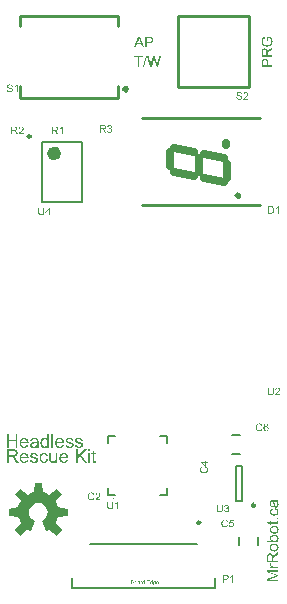
<source format=gto>
G04 Layer_Color=15132400*
%FSLAX25Y25*%
%MOIN*%
G70*
G01*
G75*
%ADD26C,0.01000*%
%ADD30C,0.00984*%
%ADD31C,0.02362*%
%ADD32C,0.02756*%
%ADD33C,0.00787*%
%ADD34C,0.00500*%
G36*
X375134Y306729D02*
X375691D01*
Y306302D01*
X375134D01*
Y304390D01*
Y304377D01*
Y304351D01*
Y304312D01*
X375141Y304267D01*
X375147Y304163D01*
X375153Y304118D01*
X375160Y304085D01*
X375167Y304072D01*
X375186Y304047D01*
X375212Y304014D01*
X375257Y303982D01*
X375270Y303975D01*
X375303Y303962D01*
X375361Y303949D01*
X375445Y303943D01*
X375510D01*
X375542Y303949D01*
X375588D01*
X375640Y303956D01*
X375691Y303962D01*
X375763Y303476D01*
X375750D01*
X375724Y303470D01*
X375678Y303463D01*
X375620Y303457D01*
X375555Y303444D01*
X375484Y303437D01*
X375341Y303431D01*
X375290D01*
X375238Y303437D01*
X375173Y303444D01*
X375095Y303450D01*
X375017Y303470D01*
X374946Y303489D01*
X374875Y303522D01*
X374868Y303528D01*
X374849Y303541D01*
X374823Y303561D01*
X374784Y303593D01*
X374752Y303625D01*
X374713Y303671D01*
X374674Y303716D01*
X374648Y303774D01*
Y303781D01*
X374635Y303807D01*
X374629Y303852D01*
X374616Y303917D01*
X374603Y304001D01*
X374596Y304053D01*
Y304111D01*
X374590Y304183D01*
X374583Y304254D01*
Y304332D01*
Y304422D01*
Y306302D01*
X374175D01*
Y306729D01*
X374583D01*
Y307533D01*
X375134Y307863D01*
Y306729D01*
D02*
G37*
G36*
X365129Y306794D02*
X365181Y306788D01*
X365246Y306775D01*
X365317Y306762D01*
X365401Y306742D01*
X365479Y306723D01*
X365570Y306691D01*
X365654Y306658D01*
X365745Y306613D01*
X365835Y306561D01*
X365926Y306503D01*
X366010Y306431D01*
X366088Y306353D01*
X366094Y306347D01*
X366107Y306334D01*
X366127Y306308D01*
X366153Y306269D01*
X366185Y306224D01*
X366218Y306172D01*
X366256Y306107D01*
X366295Y306030D01*
X366334Y305945D01*
X366373Y305855D01*
X366406Y305751D01*
X366438Y305641D01*
X366464Y305518D01*
X366483Y305388D01*
X366496Y305252D01*
X366503Y305103D01*
Y305096D01*
Y305070D01*
Y305025D01*
X366496Y304960D01*
X364066D01*
Y304954D01*
Y304934D01*
X364073Y304908D01*
Y304870D01*
X364079Y304824D01*
X364092Y304772D01*
X364112Y304656D01*
X364151Y304526D01*
X364202Y304384D01*
X364274Y304254D01*
X364364Y304137D01*
X364371D01*
X364377Y304124D01*
X364416Y304092D01*
X364475Y304047D01*
X364552Y304001D01*
X364656Y303949D01*
X364773Y303904D01*
X364902Y303872D01*
X364973Y303865D01*
X365051Y303859D01*
X365103D01*
X365161Y303865D01*
X365233Y303878D01*
X365310Y303898D01*
X365401Y303924D01*
X365485Y303962D01*
X365570Y304014D01*
X365576Y304021D01*
X365609Y304047D01*
X365647Y304085D01*
X365693Y304137D01*
X365745Y304209D01*
X365803Y304299D01*
X365861Y304403D01*
X365913Y304526D01*
X366483Y304455D01*
Y304448D01*
X366477Y304435D01*
X366470Y304410D01*
X366457Y304371D01*
X366438Y304332D01*
X366419Y304280D01*
X366367Y304170D01*
X366302Y304047D01*
X366211Y303917D01*
X366107Y303794D01*
X365978Y303677D01*
X365971D01*
X365958Y303664D01*
X365939Y303651D01*
X365913Y303632D01*
X365874Y303612D01*
X365835Y303593D01*
X365783Y303567D01*
X365725Y303541D01*
X365660Y303515D01*
X365596Y303489D01*
X365434Y303450D01*
X365252Y303418D01*
X365051Y303405D01*
X364980D01*
X364935Y303412D01*
X364876Y303418D01*
X364805Y303431D01*
X364727Y303444D01*
X364643Y303457D01*
X364461Y303509D01*
X364364Y303548D01*
X364274Y303587D01*
X364176Y303638D01*
X364086Y303697D01*
X364001Y303762D01*
X363917Y303839D01*
X363911Y303846D01*
X363898Y303859D01*
X363878Y303885D01*
X363852Y303924D01*
X363820Y303969D01*
X363788Y304021D01*
X363749Y304085D01*
X363710Y304157D01*
X363671Y304241D01*
X363632Y304332D01*
X363600Y304435D01*
X363567Y304546D01*
X363541Y304662D01*
X363522Y304792D01*
X363509Y304928D01*
X363503Y305070D01*
Y305077D01*
Y305109D01*
Y305148D01*
X363509Y305206D01*
X363515Y305278D01*
X363522Y305356D01*
X363535Y305446D01*
X363554Y305537D01*
X363606Y305744D01*
X363639Y305848D01*
X363677Y305958D01*
X363729Y306062D01*
X363788Y306159D01*
X363852Y306256D01*
X363924Y306347D01*
X363930Y306353D01*
X363943Y306366D01*
X363969Y306386D01*
X364001Y306418D01*
X364040Y306451D01*
X364092Y306490D01*
X364151Y306535D01*
X364222Y306574D01*
X364293Y306619D01*
X364377Y306658D01*
X364468Y306697D01*
X364565Y306729D01*
X364669Y306762D01*
X364779Y306781D01*
X364896Y306794D01*
X365019Y306801D01*
X365084D01*
X365129Y306794D01*
D02*
G37*
G36*
X348132Y307954D02*
X348190D01*
X348326Y307948D01*
X348469Y307928D01*
X348624Y307909D01*
X348767Y307876D01*
X348838Y307857D01*
X348897Y307837D01*
X348903D01*
X348909Y307831D01*
X348948Y307811D01*
X349007Y307786D01*
X349078Y307740D01*
X349156Y307682D01*
X349240Y307604D01*
X349318Y307513D01*
X349395Y307410D01*
Y307403D01*
X349402Y307397D01*
X349428Y307358D01*
X349454Y307293D01*
X349493Y307209D01*
X349525Y307112D01*
X349557Y306995D01*
X349577Y306872D01*
X349583Y306736D01*
Y306729D01*
Y306716D01*
Y306691D01*
X349577Y306658D01*
Y306613D01*
X349570Y306567D01*
X349545Y306457D01*
X349506Y306328D01*
X349454Y306191D01*
X349376Y306055D01*
X349324Y305991D01*
X349272Y305926D01*
X349266Y305919D01*
X349259Y305913D01*
X349240Y305893D01*
X349214Y305874D01*
X349182Y305848D01*
X349143Y305822D01*
X349091Y305790D01*
X349039Y305751D01*
X348974Y305718D01*
X348903Y305686D01*
X348825Y305647D01*
X348741Y305615D01*
X348644Y305589D01*
X348547Y305557D01*
X348436Y305537D01*
X348320Y305518D01*
X348333Y305511D01*
X348359Y305498D01*
X348398Y305472D01*
X348449Y305446D01*
X348566Y305375D01*
X348624Y305330D01*
X348676Y305291D01*
X348689Y305278D01*
X348722Y305245D01*
X348773Y305194D01*
X348838Y305129D01*
X348909Y305038D01*
X348994Y304941D01*
X349078Y304824D01*
X349169Y304695D01*
X349940Y303476D01*
X349201D01*
X348611Y304410D01*
Y304416D01*
X348599Y304429D01*
X348586Y304448D01*
X348566Y304474D01*
X348521Y304546D01*
X348462Y304636D01*
X348391Y304733D01*
X348320Y304837D01*
X348249Y304934D01*
X348184Y305025D01*
X348177Y305032D01*
X348158Y305058D01*
X348125Y305096D01*
X348080Y305142D01*
X347983Y305239D01*
X347931Y305284D01*
X347879Y305323D01*
X347873Y305330D01*
X347860Y305336D01*
X347834Y305349D01*
X347795Y305368D01*
X347756Y305388D01*
X347711Y305407D01*
X347607Y305440D01*
X347601D01*
X347588Y305446D01*
X347562D01*
X347529Y305453D01*
X347484Y305459D01*
X347432D01*
X347361Y305466D01*
X346596D01*
Y303476D01*
X346000D01*
Y307961D01*
X348080D01*
X348132Y307954D01*
D02*
G37*
G36*
X362829Y303476D02*
X362336D01*
Y303949D01*
X362330Y303943D01*
X362317Y303924D01*
X362297Y303898D01*
X362265Y303865D01*
X362226Y303826D01*
X362181Y303774D01*
X362129Y303729D01*
X362064Y303677D01*
X361993Y303625D01*
X361915Y303580D01*
X361831Y303535D01*
X361740Y303489D01*
X361636Y303457D01*
X361533Y303431D01*
X361416Y303412D01*
X361299Y303405D01*
X361254D01*
X361196Y303412D01*
X361124Y303418D01*
X361040Y303431D01*
X360949Y303450D01*
X360859Y303476D01*
X360761Y303515D01*
X360749Y303522D01*
X360723Y303535D01*
X360677Y303561D01*
X360625Y303593D01*
X360561Y303632D01*
X360502Y303677D01*
X360444Y303729D01*
X360392Y303787D01*
X360386Y303794D01*
X360373Y303820D01*
X360353Y303852D01*
X360327Y303904D01*
X360295Y303962D01*
X360269Y304034D01*
X360243Y304111D01*
X360224Y304196D01*
Y304202D01*
X360217Y304228D01*
X360211Y304267D01*
Y304319D01*
X360204Y304397D01*
X360198Y304481D01*
X360191Y304591D01*
Y304714D01*
Y306729D01*
X360742D01*
Y304921D01*
Y304915D01*
Y304902D01*
Y304883D01*
Y304850D01*
Y304779D01*
X360749Y304688D01*
Y304591D01*
X360755Y304494D01*
X360761Y304410D01*
X360774Y304338D01*
Y304332D01*
X360787Y304306D01*
X360800Y304267D01*
X360820Y304215D01*
X360852Y304163D01*
X360891Y304105D01*
X360936Y304053D01*
X360995Y304001D01*
X361001Y303995D01*
X361027Y303982D01*
X361059Y303962D01*
X361111Y303943D01*
X361170Y303917D01*
X361241Y303898D01*
X361319Y303885D01*
X361409Y303878D01*
X361455D01*
X361500Y303885D01*
X361559Y303891D01*
X361630Y303910D01*
X361707Y303930D01*
X361792Y303962D01*
X361876Y304001D01*
X361889Y304008D01*
X361915Y304027D01*
X361954Y304053D01*
X361999Y304092D01*
X362051Y304144D01*
X362103Y304202D01*
X362148Y304267D01*
X362187Y304345D01*
X362193Y304358D01*
X362200Y304384D01*
X362213Y304435D01*
X362232Y304507D01*
X362252Y304597D01*
X362265Y304708D01*
X362271Y304837D01*
X362278Y304986D01*
Y306729D01*
X362829D01*
Y303476D01*
D02*
G37*
G36*
X373650D02*
X373099D01*
Y306729D01*
X373650D01*
Y303476D01*
D02*
G37*
G36*
X370106Y311794D02*
X370203Y311788D01*
X370306Y311775D01*
X370417Y311749D01*
X370533Y311723D01*
X370643Y311684D01*
X370650D01*
X370656Y311678D01*
X370689Y311665D01*
X370741Y311639D01*
X370805Y311606D01*
X370877Y311561D01*
X370948Y311509D01*
X371013Y311451D01*
X371071Y311386D01*
X371078Y311379D01*
X371091Y311353D01*
X371116Y311308D01*
X371149Y311256D01*
X371181Y311178D01*
X371214Y311094D01*
X371240Y310997D01*
X371266Y310887D01*
X370728Y310816D01*
Y310829D01*
X370721Y310855D01*
X370708Y310900D01*
X370689Y310958D01*
X370656Y311017D01*
X370618Y311081D01*
X370572Y311146D01*
X370507Y311205D01*
X370501Y311211D01*
X370475Y311224D01*
X370436Y311250D01*
X370378Y311276D01*
X370313Y311302D01*
X370229Y311328D01*
X370125Y311340D01*
X370015Y311347D01*
X369950D01*
X369885Y311340D01*
X369801Y311334D01*
X369717Y311315D01*
X369626Y311295D01*
X369542Y311263D01*
X369471Y311217D01*
X369464Y311211D01*
X369445Y311198D01*
X369419Y311172D01*
X369393Y311133D01*
X369360Y311094D01*
X369335Y311042D01*
X369315Y310984D01*
X369309Y310926D01*
Y310919D01*
Y310906D01*
X369315Y310887D01*
Y310861D01*
X369335Y310796D01*
X369373Y310731D01*
X369380Y310725D01*
X369386Y310718D01*
X369399Y310699D01*
X369425Y310680D01*
X369451Y310660D01*
X369490Y310634D01*
X369535Y310615D01*
X369587Y310589D01*
X369594D01*
X369607Y310582D01*
X369633Y310576D01*
X369678Y310557D01*
X369743Y310537D01*
X369827Y310518D01*
X369879Y310498D01*
X369937Y310485D01*
X370002Y310466D01*
X370073Y310446D01*
X370080D01*
X370099Y310440D01*
X370131Y310433D01*
X370170Y310420D01*
X370216Y310407D01*
X370274Y310395D01*
X370397Y310356D01*
X370533Y310317D01*
X370669Y310271D01*
X370793Y310226D01*
X370844Y310207D01*
X370890Y310187D01*
X370903Y310181D01*
X370929Y310168D01*
X370967Y310148D01*
X371026Y310116D01*
X371084Y310077D01*
X371142Y310025D01*
X371201Y309967D01*
X371253Y309902D01*
X371259Y309895D01*
X371272Y309870D01*
X371298Y309831D01*
X371324Y309772D01*
X371343Y309701D01*
X371369Y309623D01*
X371382Y309533D01*
X371389Y309429D01*
Y309416D01*
Y309384D01*
X371382Y309332D01*
X371369Y309261D01*
X371350Y309183D01*
X371317Y309099D01*
X371279Y309001D01*
X371227Y308910D01*
X371220Y308898D01*
X371194Y308872D01*
X371162Y308826D01*
X371110Y308774D01*
X371039Y308716D01*
X370961Y308651D01*
X370870Y308593D01*
X370760Y308535D01*
X370754D01*
X370747Y308528D01*
X370708Y308515D01*
X370643Y308496D01*
X370559Y308470D01*
X370456Y308444D01*
X370339Y308424D01*
X370216Y308412D01*
X370073Y308405D01*
X370015D01*
X369970Y308412D01*
X369918D01*
X369853Y308418D01*
X369788Y308424D01*
X369717Y308437D01*
X369561Y308470D01*
X369399Y308515D01*
X369244Y308580D01*
X369173Y308619D01*
X369108Y308664D01*
X369101Y308671D01*
X369095Y308677D01*
X369056Y308716D01*
X368998Y308774D01*
X368933Y308865D01*
X368861Y308975D01*
X368790Y309105D01*
X368732Y309267D01*
X368687Y309448D01*
X369231Y309533D01*
Y309526D01*
Y309520D01*
X369244Y309481D01*
X369257Y309416D01*
X369283Y309345D01*
X369315Y309267D01*
X369354Y309183D01*
X369412Y309099D01*
X369483Y309027D01*
X369496Y309021D01*
X369522Y309001D01*
X369574Y308975D01*
X369639Y308943D01*
X369723Y308910D01*
X369820Y308885D01*
X369937Y308865D01*
X370073Y308859D01*
X370138D01*
X370203Y308865D01*
X370287Y308878D01*
X370378Y308898D01*
X370475Y308924D01*
X370559Y308956D01*
X370637Y309008D01*
X370643Y309014D01*
X370669Y309034D01*
X370695Y309066D01*
X370734Y309111D01*
X370767Y309163D01*
X370799Y309228D01*
X370818Y309293D01*
X370825Y309371D01*
Y309377D01*
Y309403D01*
X370818Y309435D01*
X370805Y309481D01*
X370786Y309526D01*
X370754Y309572D01*
X370715Y309623D01*
X370656Y309662D01*
X370650Y309669D01*
X370631Y309675D01*
X370598Y309695D01*
X370546Y309714D01*
X370468Y309740D01*
X370423Y309759D01*
X370371Y309772D01*
X370313Y309792D01*
X370248Y309811D01*
X370177Y309831D01*
X370093Y309850D01*
X370086D01*
X370067Y309857D01*
X370034Y309863D01*
X369995Y309876D01*
X369944Y309889D01*
X369885Y309909D01*
X369762Y309941D01*
X369620Y309986D01*
X369483Y310025D01*
X369354Y310070D01*
X369296Y310096D01*
X369250Y310116D01*
X369237Y310122D01*
X369211Y310135D01*
X369173Y310161D01*
X369121Y310194D01*
X369062Y310239D01*
X369004Y310291D01*
X368946Y310349D01*
X368894Y310420D01*
X368887Y310427D01*
X368874Y310453D01*
X368855Y310498D01*
X368835Y310550D01*
X368816Y310615D01*
X368797Y310693D01*
X368784Y310770D01*
X368777Y310861D01*
Y310874D01*
Y310900D01*
X368784Y310939D01*
X368790Y310997D01*
X368803Y311055D01*
X368816Y311127D01*
X368842Y311192D01*
X368874Y311263D01*
X368881Y311269D01*
X368894Y311295D01*
X368913Y311328D01*
X368946Y311373D01*
X368985Y311418D01*
X369030Y311477D01*
X369082Y311528D01*
X369147Y311574D01*
X369153Y311580D01*
X369173Y311587D01*
X369198Y311606D01*
X369237Y311626D01*
X369289Y311652D01*
X369347Y311678D01*
X369419Y311703D01*
X369496Y311729D01*
X369509Y311736D01*
X369535Y311742D01*
X369581Y311755D01*
X369639Y311768D01*
X369710Y311781D01*
X369788Y311788D01*
X369879Y311801D01*
X370034D01*
X370106Y311794D01*
D02*
G37*
G36*
X366969D02*
X367067Y311788D01*
X367170Y311775D01*
X367280Y311749D01*
X367397Y311723D01*
X367507Y311684D01*
X367514D01*
X367520Y311678D01*
X367552Y311665D01*
X367604Y311639D01*
X367669Y311606D01*
X367740Y311561D01*
X367812Y311509D01*
X367877Y311451D01*
X367935Y311386D01*
X367941Y311379D01*
X367954Y311353D01*
X367980Y311308D01*
X368013Y311256D01*
X368045Y311178D01*
X368077Y311094D01*
X368103Y310997D01*
X368129Y310887D01*
X367591Y310816D01*
Y310829D01*
X367585Y310855D01*
X367572Y310900D01*
X367552Y310958D01*
X367520Y311017D01*
X367481Y311081D01*
X367436Y311146D01*
X367371Y311205D01*
X367365Y311211D01*
X367339Y311224D01*
X367300Y311250D01*
X367241Y311276D01*
X367177Y311302D01*
X367092Y311328D01*
X366989Y311340D01*
X366879Y311347D01*
X366814D01*
X366749Y311340D01*
X366665Y311334D01*
X366581Y311315D01*
X366490Y311295D01*
X366406Y311263D01*
X366334Y311217D01*
X366328Y311211D01*
X366308Y311198D01*
X366282Y311172D01*
X366256Y311133D01*
X366224Y311094D01*
X366198Y311042D01*
X366179Y310984D01*
X366172Y310926D01*
Y310919D01*
Y310906D01*
X366179Y310887D01*
Y310861D01*
X366198Y310796D01*
X366237Y310731D01*
X366244Y310725D01*
X366250Y310718D01*
X366263Y310699D01*
X366289Y310680D01*
X366315Y310660D01*
X366354Y310634D01*
X366399Y310615D01*
X366451Y310589D01*
X366457D01*
X366470Y310582D01*
X366496Y310576D01*
X366542Y310557D01*
X366606Y310537D01*
X366691Y310518D01*
X366742Y310498D01*
X366801Y310485D01*
X366866Y310466D01*
X366937Y310446D01*
X366943D01*
X366963Y310440D01*
X366995Y310433D01*
X367034Y310420D01*
X367079Y310407D01*
X367138Y310395D01*
X367261Y310356D01*
X367397Y310317D01*
X367533Y310271D01*
X367656Y310226D01*
X367708Y310207D01*
X367753Y310187D01*
X367766Y310181D01*
X367792Y310168D01*
X367831Y310148D01*
X367889Y310116D01*
X367948Y310077D01*
X368006Y310025D01*
X368064Y309967D01*
X368116Y309902D01*
X368123Y309895D01*
X368136Y309870D01*
X368162Y309831D01*
X368187Y309772D01*
X368207Y309701D01*
X368233Y309623D01*
X368246Y309533D01*
X368252Y309429D01*
Y309416D01*
Y309384D01*
X368246Y309332D01*
X368233Y309261D01*
X368213Y309183D01*
X368181Y309099D01*
X368142Y309001D01*
X368090Y308910D01*
X368084Y308898D01*
X368058Y308872D01*
X368025Y308826D01*
X367974Y308774D01*
X367902Y308716D01*
X367825Y308651D01*
X367734Y308593D01*
X367624Y308535D01*
X367617D01*
X367611Y308528D01*
X367572Y308515D01*
X367507Y308496D01*
X367423Y308470D01*
X367319Y308444D01*
X367203Y308424D01*
X367079Y308412D01*
X366937Y308405D01*
X366879D01*
X366833Y308412D01*
X366781D01*
X366717Y308418D01*
X366652Y308424D01*
X366581Y308437D01*
X366425Y308470D01*
X366263Y308515D01*
X366107Y308580D01*
X366036Y308619D01*
X365971Y308664D01*
X365965Y308671D01*
X365958Y308677D01*
X365919Y308716D01*
X365861Y308774D01*
X365796Y308865D01*
X365725Y308975D01*
X365654Y309105D01*
X365596Y309267D01*
X365550Y309448D01*
X366094Y309533D01*
Y309526D01*
Y309520D01*
X366107Y309481D01*
X366120Y309416D01*
X366146Y309345D01*
X366179Y309267D01*
X366218Y309183D01*
X366276Y309099D01*
X366347Y309027D01*
X366360Y309021D01*
X366386Y309001D01*
X366438Y308975D01*
X366503Y308943D01*
X366587Y308910D01*
X366684Y308885D01*
X366801Y308865D01*
X366937Y308859D01*
X367002D01*
X367067Y308865D01*
X367151Y308878D01*
X367241Y308898D01*
X367339Y308924D01*
X367423Y308956D01*
X367501Y309008D01*
X367507Y309014D01*
X367533Y309034D01*
X367559Y309066D01*
X367598Y309111D01*
X367630Y309163D01*
X367663Y309228D01*
X367682Y309293D01*
X367689Y309371D01*
Y309377D01*
Y309403D01*
X367682Y309435D01*
X367669Y309481D01*
X367650Y309526D01*
X367617Y309572D01*
X367578Y309623D01*
X367520Y309662D01*
X367514Y309669D01*
X367494Y309675D01*
X367462Y309695D01*
X367410Y309714D01*
X367332Y309740D01*
X367287Y309759D01*
X367235Y309772D01*
X367177Y309792D01*
X367112Y309811D01*
X367041Y309831D01*
X366956Y309850D01*
X366950D01*
X366930Y309857D01*
X366898Y309863D01*
X366859Y309876D01*
X366807Y309889D01*
X366749Y309909D01*
X366626Y309941D01*
X366483Y309986D01*
X366347Y310025D01*
X366218Y310070D01*
X366159Y310096D01*
X366114Y310116D01*
X366101Y310122D01*
X366075Y310135D01*
X366036Y310161D01*
X365984Y310194D01*
X365926Y310239D01*
X365868Y310291D01*
X365809Y310349D01*
X365757Y310420D01*
X365751Y310427D01*
X365738Y310453D01*
X365719Y310498D01*
X365699Y310550D01*
X365680Y310615D01*
X365660Y310693D01*
X365647Y310770D01*
X365641Y310861D01*
Y310874D01*
Y310900D01*
X365647Y310939D01*
X365654Y310997D01*
X365667Y311055D01*
X365680Y311127D01*
X365706Y311192D01*
X365738Y311263D01*
X365745Y311269D01*
X365757Y311295D01*
X365777Y311328D01*
X365809Y311373D01*
X365848Y311418D01*
X365894Y311477D01*
X365945Y311528D01*
X366010Y311574D01*
X366017Y311580D01*
X366036Y311587D01*
X366062Y311606D01*
X366101Y311626D01*
X366153Y311652D01*
X366211Y311678D01*
X366282Y311703D01*
X366360Y311729D01*
X366373Y311736D01*
X366399Y311742D01*
X366444Y311755D01*
X366503Y311768D01*
X366574Y311781D01*
X366652Y311788D01*
X366742Y311801D01*
X366898D01*
X366969Y311794D01*
D02*
G37*
G36*
X349512Y308476D02*
X348916D01*
Y310589D01*
X346596D01*
Y308476D01*
X346000D01*
Y312961D01*
X346596D01*
Y311120D01*
X348916D01*
Y312961D01*
X349512D01*
Y308476D01*
D02*
G37*
G36*
X351884Y306794D02*
X351936Y306788D01*
X352000Y306775D01*
X352072Y306762D01*
X352156Y306742D01*
X352234Y306723D01*
X352325Y306691D01*
X352409Y306658D01*
X352499Y306613D01*
X352590Y306561D01*
X352681Y306503D01*
X352765Y306431D01*
X352843Y306353D01*
X352849Y306347D01*
X352862Y306334D01*
X352882Y306308D01*
X352908Y306269D01*
X352940Y306224D01*
X352973Y306172D01*
X353011Y306107D01*
X353050Y306030D01*
X353089Y305945D01*
X353128Y305855D01*
X353160Y305751D01*
X353193Y305641D01*
X353219Y305518D01*
X353238Y305388D01*
X353251Y305252D01*
X353258Y305103D01*
Y305096D01*
Y305070D01*
Y305025D01*
X353251Y304960D01*
X350821D01*
Y304954D01*
Y304934D01*
X350828Y304908D01*
Y304870D01*
X350834Y304824D01*
X350847Y304772D01*
X350867Y304656D01*
X350905Y304526D01*
X350957Y304384D01*
X351028Y304254D01*
X351119Y304137D01*
X351126D01*
X351132Y304124D01*
X351171Y304092D01*
X351229Y304047D01*
X351307Y304001D01*
X351411Y303949D01*
X351527Y303904D01*
X351657Y303872D01*
X351728Y303865D01*
X351806Y303859D01*
X351858D01*
X351916Y303865D01*
X351988Y303878D01*
X352065Y303898D01*
X352156Y303924D01*
X352240Y303962D01*
X352325Y304014D01*
X352331Y304021D01*
X352363Y304047D01*
X352402Y304085D01*
X352448Y304137D01*
X352499Y304209D01*
X352558Y304299D01*
X352616Y304403D01*
X352668Y304526D01*
X353238Y304455D01*
Y304448D01*
X353232Y304435D01*
X353225Y304410D01*
X353212Y304371D01*
X353193Y304332D01*
X353173Y304280D01*
X353121Y304170D01*
X353057Y304047D01*
X352966Y303917D01*
X352862Y303794D01*
X352733Y303677D01*
X352726D01*
X352713Y303664D01*
X352694Y303651D01*
X352668Y303632D01*
X352629Y303612D01*
X352590Y303593D01*
X352538Y303567D01*
X352480Y303541D01*
X352415Y303515D01*
X352350Y303489D01*
X352188Y303450D01*
X352007Y303418D01*
X351806Y303405D01*
X351735D01*
X351689Y303412D01*
X351631Y303418D01*
X351560Y303431D01*
X351482Y303444D01*
X351398Y303457D01*
X351216Y303509D01*
X351119Y303548D01*
X351028Y303587D01*
X350931Y303638D01*
X350841Y303697D01*
X350756Y303762D01*
X350672Y303839D01*
X350666Y303846D01*
X350653Y303859D01*
X350633Y303885D01*
X350607Y303924D01*
X350575Y303969D01*
X350542Y304021D01*
X350504Y304085D01*
X350465Y304157D01*
X350426Y304241D01*
X350387Y304332D01*
X350355Y304435D01*
X350322Y304546D01*
X350296Y304662D01*
X350277Y304792D01*
X350264Y304928D01*
X350257Y305070D01*
Y305077D01*
Y305109D01*
Y305148D01*
X350264Y305206D01*
X350270Y305278D01*
X350277Y305356D01*
X350290Y305446D01*
X350309Y305537D01*
X350361Y305744D01*
X350393Y305848D01*
X350432Y305958D01*
X350484Y306062D01*
X350542Y306159D01*
X350607Y306256D01*
X350679Y306347D01*
X350685Y306353D01*
X350698Y306366D01*
X350724Y306386D01*
X350756Y306418D01*
X350795Y306451D01*
X350847Y306490D01*
X350905Y306535D01*
X350977Y306574D01*
X351048Y306619D01*
X351132Y306658D01*
X351223Y306697D01*
X351320Y306729D01*
X351424Y306762D01*
X351534Y306781D01*
X351651Y306794D01*
X351774Y306801D01*
X351838D01*
X351884Y306794D01*
D02*
G37*
G36*
X360016Y308476D02*
X359504D01*
Y308885D01*
X359498Y308878D01*
X359491Y308865D01*
X359472Y308839D01*
X359446Y308807D01*
X359414Y308774D01*
X359375Y308736D01*
X359329Y308690D01*
X359271Y308645D01*
X359213Y308599D01*
X359148Y308554D01*
X359070Y308515D01*
X358986Y308483D01*
X358902Y308451D01*
X358804Y308424D01*
X358701Y308412D01*
X358591Y308405D01*
X358552D01*
X358526Y308412D01*
X358448Y308418D01*
X358357Y308431D01*
X358247Y308457D01*
X358124Y308496D01*
X358001Y308548D01*
X357878Y308619D01*
X357871D01*
X357865Y308632D01*
X357826Y308658D01*
X357768Y308710D01*
X357696Y308774D01*
X357612Y308859D01*
X357528Y308962D01*
X357444Y309079D01*
X357372Y309215D01*
Y309222D01*
X357366Y309234D01*
X357359Y309254D01*
X357347Y309280D01*
X357333Y309319D01*
X357314Y309364D01*
X357301Y309409D01*
X357288Y309468D01*
X357256Y309597D01*
X357223Y309747D01*
X357204Y309915D01*
X357197Y310096D01*
Y310103D01*
Y310116D01*
Y310142D01*
Y310181D01*
X357204Y310220D01*
Y310271D01*
X357217Y310388D01*
X357236Y310524D01*
X357269Y310673D01*
X357308Y310829D01*
X357359Y310978D01*
Y310984D01*
X357366Y310997D01*
X357379Y311017D01*
X357392Y311042D01*
X357431Y311114D01*
X357483Y311205D01*
X357547Y311302D01*
X357632Y311399D01*
X357729Y311503D01*
X357845Y311587D01*
X357852D01*
X357858Y311593D01*
X357878Y311606D01*
X357904Y311619D01*
X357969Y311652D01*
X358059Y311697D01*
X358163Y311736D01*
X358286Y311768D01*
X358422Y311794D01*
X358565Y311801D01*
X358617D01*
X358668Y311794D01*
X358740Y311788D01*
X358824Y311768D01*
X358915Y311749D01*
X359005Y311716D01*
X359090Y311671D01*
X359103Y311665D01*
X359128Y311652D01*
X359167Y311619D01*
X359219Y311587D01*
X359284Y311541D01*
X359342Y311483D01*
X359407Y311425D01*
X359465Y311353D01*
Y312961D01*
X360016D01*
Y308476D01*
D02*
G37*
G36*
X358474Y306794D02*
X358513D01*
X358565Y306788D01*
X358688Y306768D01*
X358824Y306736D01*
X358966Y306684D01*
X359109Y306619D01*
X359245Y306528D01*
X359252D01*
X359258Y306516D01*
X359297Y306477D01*
X359355Y306418D01*
X359427Y306334D01*
X359498Y306230D01*
X359569Y306101D01*
X359634Y305952D01*
X359679Y305777D01*
X359141Y305693D01*
Y305699D01*
X359135Y305705D01*
X359128Y305744D01*
X359109Y305803D01*
X359077Y305874D01*
X359044Y305952D01*
X358992Y306036D01*
X358934Y306114D01*
X358869Y306178D01*
X358863Y306185D01*
X358837Y306205D01*
X358791Y306230D01*
X358740Y306263D01*
X358668Y306295D01*
X358591Y306321D01*
X358500Y306341D01*
X358403Y306347D01*
X358364D01*
X358331Y306341D01*
X358260Y306334D01*
X358163Y306308D01*
X358059Y306276D01*
X357943Y306224D01*
X357833Y306146D01*
X357781Y306101D01*
X357729Y306049D01*
Y306043D01*
X357716Y306036D01*
X357703Y306016D01*
X357690Y305991D01*
X357670Y305958D01*
X357645Y305919D01*
X357625Y305874D01*
X357599Y305822D01*
X357573Y305757D01*
X357554Y305686D01*
X357528Y305608D01*
X357508Y305524D01*
X357495Y305433D01*
X357483Y305330D01*
X357470Y305220D01*
Y305103D01*
Y305096D01*
Y305077D01*
Y305038D01*
X357476Y304999D01*
Y304941D01*
X357483Y304883D01*
X357502Y304740D01*
X357528Y304585D01*
X357573Y304422D01*
X357632Y304280D01*
X357670Y304209D01*
X357716Y304150D01*
X357729Y304137D01*
X357761Y304105D01*
X357820Y304060D01*
X357891Y304008D01*
X357988Y303949D01*
X358098Y303904D01*
X358228Y303872D01*
X358299Y303865D01*
X358370Y303859D01*
X358383D01*
X358422Y303865D01*
X358487Y303872D01*
X358558Y303885D01*
X358643Y303904D01*
X358733Y303943D01*
X358824Y303988D01*
X358908Y304053D01*
X358921Y304060D01*
X358941Y304092D01*
X358979Y304137D01*
X359025Y304209D01*
X359070Y304293D01*
X359122Y304397D01*
X359161Y304526D01*
X359187Y304669D01*
X359731Y304597D01*
Y304591D01*
X359725Y304572D01*
X359718Y304546D01*
X359712Y304507D01*
X359699Y304455D01*
X359686Y304403D01*
X359640Y304273D01*
X359582Y304137D01*
X359498Y303988D01*
X359394Y303846D01*
X359336Y303781D01*
X359271Y303716D01*
X359265Y303710D01*
X359252Y303703D01*
X359232Y303690D01*
X359206Y303671D01*
X359174Y303645D01*
X359128Y303619D01*
X359077Y303593D01*
X359025Y303561D01*
X358895Y303502D01*
X358740Y303457D01*
X358571Y303418D01*
X358474Y303412D01*
X358377Y303405D01*
X358312D01*
X358267Y303412D01*
X358208Y303418D01*
X358143Y303431D01*
X358072Y303444D01*
X357995Y303457D01*
X357820Y303509D01*
X357735Y303548D01*
X357645Y303587D01*
X357554Y303638D01*
X357470Y303697D01*
X357385Y303762D01*
X357308Y303839D01*
X357301Y303846D01*
X357288Y303859D01*
X357269Y303885D01*
X357243Y303917D01*
X357217Y303962D01*
X357178Y304021D01*
X357146Y304085D01*
X357107Y304157D01*
X357068Y304241D01*
X357035Y304338D01*
X356997Y304435D01*
X356971Y304552D01*
X356945Y304669D01*
X356925Y304805D01*
X356912Y304941D01*
X356906Y305090D01*
Y305096D01*
Y305116D01*
Y305142D01*
Y305181D01*
X356912Y305226D01*
Y305278D01*
X356919Y305336D01*
X356925Y305401D01*
X356945Y305543D01*
X356977Y305699D01*
X357016Y305855D01*
X357074Y306010D01*
Y306016D01*
X357081Y306030D01*
X357094Y306049D01*
X357107Y306075D01*
X357146Y306146D01*
X357204Y306230D01*
X357282Y306328D01*
X357372Y306425D01*
X357483Y306522D01*
X357606Y306600D01*
X357612D01*
X357625Y306606D01*
X357645Y306619D01*
X357670Y306632D01*
X357703Y306645D01*
X357742Y306664D01*
X357839Y306703D01*
X357949Y306736D01*
X358085Y306768D01*
X358228Y306794D01*
X358383Y306801D01*
X358435D01*
X358474Y306794D01*
D02*
G37*
G36*
X435201Y276492D02*
X435257Y276486D01*
X435312D01*
X435373Y276475D01*
X435512Y276458D01*
X435651Y276425D01*
X435790Y276386D01*
X435917Y276331D01*
X435923D01*
X435928Y276325D01*
X435945Y276314D01*
X435967Y276303D01*
X436023Y276264D01*
X436089Y276214D01*
X436167Y276148D01*
X436245Y276064D01*
X436322Y275970D01*
X436395Y275859D01*
Y275853D01*
X436400Y275848D01*
X436411Y275831D01*
X436422Y275803D01*
X436433Y275776D01*
X436445Y275742D01*
X436478Y275659D01*
X436506Y275565D01*
X436533Y275448D01*
X436555Y275326D01*
X436561Y275193D01*
Y275187D01*
Y275165D01*
Y275137D01*
X436555Y275093D01*
X436550Y275043D01*
X436539Y274988D01*
X436528Y274921D01*
X436517Y274854D01*
X436472Y274705D01*
X436439Y274621D01*
X436406Y274544D01*
X436361Y274466D01*
X436311Y274388D01*
X436256Y274316D01*
X436189Y274244D01*
X436184Y274238D01*
X436172Y274227D01*
X436150Y274211D01*
X436117Y274188D01*
X436078Y274161D01*
X436034Y274133D01*
X435978Y274100D01*
X435912Y274066D01*
X435840Y274033D01*
X435756Y274000D01*
X435668Y273972D01*
X435573Y273944D01*
X435468Y273922D01*
X435357Y273905D01*
X435235Y273894D01*
X435107Y273889D01*
X435074D01*
X435035Y273894D01*
X434979D01*
X434918Y273900D01*
X434840Y273911D01*
X434763Y273922D01*
X434674Y273944D01*
X434585Y273966D01*
X434491Y273994D01*
X434391Y274027D01*
X434297Y274072D01*
X434208Y274116D01*
X434119Y274177D01*
X434036Y274238D01*
X433964Y274316D01*
X433958Y274322D01*
X433953Y274333D01*
X433936Y274355D01*
X433914Y274383D01*
X433891Y274416D01*
X433864Y274460D01*
X433836Y274505D01*
X433808Y274560D01*
X433780Y274621D01*
X433753Y274688D01*
X433703Y274838D01*
X433664Y275010D01*
X433658Y275099D01*
X433653Y275193D01*
Y275199D01*
Y275221D01*
Y275248D01*
X433658Y275287D01*
X433664Y275337D01*
X433675Y275393D01*
X433686Y275454D01*
X433697Y275526D01*
X433747Y275676D01*
X433775Y275753D01*
X433814Y275831D01*
X433853Y275909D01*
X433908Y275987D01*
X433964Y276059D01*
X434030Y276131D01*
X434036Y276136D01*
X434047Y276148D01*
X434069Y276164D01*
X434097Y276186D01*
X434136Y276214D01*
X434186Y276247D01*
X434241Y276281D01*
X434302Y276314D01*
X434369Y276347D01*
X434452Y276381D01*
X434535Y276414D01*
X434630Y276442D01*
X434730Y276464D01*
X434835Y276481D01*
X434946Y276492D01*
X435068Y276497D01*
X435157D01*
X435201Y276492D01*
D02*
G37*
G36*
X436500Y273001D02*
X435701Y272496D01*
X435695D01*
X435684Y272484D01*
X435668Y272473D01*
X435645Y272457D01*
X435584Y272418D01*
X435506Y272368D01*
X435423Y272307D01*
X435334Y272246D01*
X435251Y272185D01*
X435174Y272129D01*
X435168Y272124D01*
X435146Y272107D01*
X435112Y272079D01*
X435074Y272041D01*
X434990Y271957D01*
X434952Y271913D01*
X434918Y271868D01*
X434913Y271863D01*
X434907Y271852D01*
X434896Y271830D01*
X434879Y271796D01*
X434863Y271763D01*
X434846Y271724D01*
X434818Y271635D01*
Y271630D01*
X434813Y271619D01*
Y271597D01*
X434807Y271569D01*
X434802Y271530D01*
Y271485D01*
X434796Y271425D01*
Y271358D01*
Y270770D01*
X436500D01*
Y270259D01*
X432659D01*
Y271957D01*
Y271963D01*
Y271979D01*
Y272007D01*
Y272041D01*
X432665Y272085D01*
Y272135D01*
X432670Y272251D01*
X432687Y272374D01*
X432704Y272507D01*
X432731Y272629D01*
X432748Y272690D01*
X432765Y272740D01*
Y272745D01*
X432770Y272751D01*
X432787Y272784D01*
X432809Y272834D01*
X432848Y272895D01*
X432898Y272962D01*
X432965Y273034D01*
X433042Y273101D01*
X433131Y273167D01*
X433137D01*
X433142Y273173D01*
X433176Y273195D01*
X433231Y273217D01*
X433303Y273250D01*
X433386Y273278D01*
X433486Y273306D01*
X433592Y273323D01*
X433708Y273328D01*
X433747D01*
X433775Y273323D01*
X433814D01*
X433853Y273317D01*
X433947Y273295D01*
X434058Y273261D01*
X434174Y273217D01*
X434291Y273150D01*
X434347Y273106D01*
X434402Y273062D01*
X434408Y273056D01*
X434413Y273051D01*
X434430Y273034D01*
X434446Y273012D01*
X434469Y272984D01*
X434491Y272951D01*
X434519Y272906D01*
X434552Y272862D01*
X434580Y272806D01*
X434607Y272745D01*
X434641Y272679D01*
X434668Y272607D01*
X434691Y272523D01*
X434719Y272440D01*
X434735Y272346D01*
X434752Y272246D01*
X434757Y272257D01*
X434768Y272279D01*
X434791Y272312D01*
X434813Y272357D01*
X434874Y272457D01*
X434913Y272507D01*
X434946Y272551D01*
X434957Y272562D01*
X434985Y272590D01*
X435029Y272634D01*
X435085Y272690D01*
X435162Y272751D01*
X435246Y272823D01*
X435346Y272895D01*
X435457Y272973D01*
X436500Y273633D01*
Y273001D01*
D02*
G37*
G36*
X435185Y279450D02*
X435246Y279444D01*
X435312Y279439D01*
X435390Y279428D01*
X435473Y279411D01*
X435651Y279366D01*
X435745Y279339D01*
X435834Y279306D01*
X435928Y279267D01*
X436012Y279217D01*
X436095Y279161D01*
X436172Y279100D01*
X436178Y279095D01*
X436189Y279083D01*
X436206Y279067D01*
X436234Y279039D01*
X436261Y279000D01*
X436295Y278961D01*
X436328Y278917D01*
X436367Y278861D01*
X436400Y278800D01*
X436439Y278739D01*
X436500Y278590D01*
X436528Y278512D01*
X436544Y278429D01*
X436555Y278340D01*
X436561Y278251D01*
Y278245D01*
Y278229D01*
X436555Y278201D01*
Y278168D01*
X436550Y278129D01*
X436539Y278079D01*
X436511Y277968D01*
X436489Y277907D01*
X436461Y277846D01*
X436428Y277779D01*
X436389Y277718D01*
X436339Y277652D01*
X436284Y277590D01*
X436223Y277535D01*
X436150Y277480D01*
X436500D01*
Y277041D01*
X432659D01*
Y277513D01*
X434030D01*
X434025Y277518D01*
X434014Y277524D01*
X433997Y277541D01*
X433969Y277568D01*
X433941Y277596D01*
X433908Y277629D01*
X433875Y277674D01*
X433842Y277718D01*
X433769Y277829D01*
X433714Y277957D01*
X433686Y278029D01*
X433670Y278107D01*
X433658Y278190D01*
X433653Y278273D01*
Y278279D01*
Y278284D01*
Y278318D01*
X433658Y278367D01*
X433664Y278429D01*
X433681Y278501D01*
X433697Y278584D01*
X433725Y278673D01*
X433758Y278756D01*
X433764Y278767D01*
X433775Y278795D01*
X433803Y278839D01*
X433836Y278889D01*
X433875Y278950D01*
X433925Y279011D01*
X433986Y279078D01*
X434053Y279133D01*
X434058Y279139D01*
X434086Y279156D01*
X434125Y279183D01*
X434174Y279217D01*
X434241Y279256D01*
X434319Y279294D01*
X434408Y279333D01*
X434502Y279366D01*
X434508D01*
X434513Y279372D01*
X434530Y279378D01*
X434546Y279383D01*
X434602Y279394D01*
X434674Y279411D01*
X434757Y279428D01*
X434852Y279444D01*
X434957Y279450D01*
X435068Y279455D01*
X435135D01*
X435185Y279450D01*
D02*
G37*
G36*
X436500Y284101D02*
X436506Y284079D01*
X436511Y284040D01*
X436517Y283990D01*
X436528Y283934D01*
X436533Y283873D01*
X436539Y283751D01*
Y283740D01*
Y283707D01*
X436533Y283662D01*
X436528Y283607D01*
X436522Y283540D01*
X436506Y283473D01*
X436489Y283413D01*
X436461Y283351D01*
X436456Y283346D01*
X436445Y283329D01*
X436428Y283307D01*
X436400Y283274D01*
X436372Y283246D01*
X436334Y283213D01*
X436295Y283179D01*
X436245Y283157D01*
X436239D01*
X436217Y283146D01*
X436178Y283140D01*
X436123Y283129D01*
X436051Y283118D01*
X436006Y283113D01*
X435956D01*
X435895Y283107D01*
X435834Y283102D01*
X434080D01*
Y282752D01*
X433714D01*
Y283102D01*
X433026D01*
X432743Y283573D01*
X433714D01*
Y284051D01*
X434080D01*
Y283573D01*
X435784D01*
X435823Y283579D01*
X435912Y283584D01*
X435951Y283590D01*
X435978Y283596D01*
X435989Y283601D01*
X436012Y283618D01*
X436039Y283640D01*
X436067Y283679D01*
X436073Y283690D01*
X436084Y283718D01*
X436095Y283768D01*
X436100Y283840D01*
Y283845D01*
Y283857D01*
Y283873D01*
Y283895D01*
X436095Y283923D01*
Y283962D01*
X436089Y284006D01*
X436084Y284051D01*
X436500Y284112D01*
Y284101D01*
D02*
G37*
G36*
X435201Y282463D02*
X435257Y282458D01*
X435312D01*
X435373Y282447D01*
X435512Y282430D01*
X435651Y282397D01*
X435790Y282358D01*
X435917Y282302D01*
X435923D01*
X435928Y282297D01*
X435945Y282286D01*
X435967Y282275D01*
X436023Y282236D01*
X436089Y282186D01*
X436167Y282119D01*
X436245Y282036D01*
X436322Y281942D01*
X436395Y281831D01*
Y281825D01*
X436400Y281820D01*
X436411Y281803D01*
X436422Y281775D01*
X436433Y281748D01*
X436445Y281714D01*
X436478Y281631D01*
X436506Y281537D01*
X436533Y281420D01*
X436555Y281298D01*
X436561Y281165D01*
Y281159D01*
Y281137D01*
Y281109D01*
X436555Y281065D01*
X436550Y281015D01*
X436539Y280959D01*
X436528Y280893D01*
X436517Y280826D01*
X436472Y280676D01*
X436439Y280593D01*
X436406Y280515D01*
X436361Y280438D01*
X436311Y280360D01*
X436256Y280288D01*
X436189Y280216D01*
X436184Y280210D01*
X436172Y280199D01*
X436150Y280182D01*
X436117Y280160D01*
X436078Y280132D01*
X436034Y280105D01*
X435978Y280071D01*
X435912Y280038D01*
X435840Y280005D01*
X435756Y279972D01*
X435668Y279944D01*
X435573Y279916D01*
X435468Y279894D01*
X435357Y279877D01*
X435235Y279866D01*
X435107Y279860D01*
X435074D01*
X435035Y279866D01*
X434979D01*
X434918Y279872D01*
X434840Y279883D01*
X434763Y279894D01*
X434674Y279916D01*
X434585Y279938D01*
X434491Y279966D01*
X434391Y279999D01*
X434297Y280044D01*
X434208Y280088D01*
X434119Y280149D01*
X434036Y280210D01*
X433964Y280288D01*
X433958Y280293D01*
X433953Y280305D01*
X433936Y280327D01*
X433914Y280354D01*
X433891Y280388D01*
X433864Y280432D01*
X433836Y280476D01*
X433808Y280532D01*
X433780Y280593D01*
X433753Y280660D01*
X433703Y280809D01*
X433664Y280982D01*
X433658Y281070D01*
X433653Y281165D01*
Y281170D01*
Y281192D01*
Y281220D01*
X433658Y281259D01*
X433664Y281309D01*
X433675Y281364D01*
X433686Y281426D01*
X433697Y281498D01*
X433747Y281648D01*
X433775Y281725D01*
X433814Y281803D01*
X433853Y281881D01*
X433908Y281958D01*
X433964Y282031D01*
X434030Y282103D01*
X434036Y282108D01*
X434047Y282119D01*
X434069Y282136D01*
X434097Y282158D01*
X434136Y282186D01*
X434186Y282219D01*
X434241Y282253D01*
X434302Y282286D01*
X434369Y282319D01*
X434452Y282352D01*
X434535Y282386D01*
X434630Y282414D01*
X434730Y282436D01*
X434835Y282452D01*
X434946Y282463D01*
X435068Y282469D01*
X435157D01*
X435201Y282463D01*
D02*
G37*
G36*
X355130Y306794D02*
X355227Y306788D01*
X355331Y306775D01*
X355441Y306749D01*
X355558Y306723D01*
X355668Y306684D01*
X355675D01*
X355681Y306678D01*
X355714Y306664D01*
X355765Y306639D01*
X355830Y306606D01*
X355901Y306561D01*
X355973Y306509D01*
X356037Y306451D01*
X356096Y306386D01*
X356102Y306379D01*
X356115Y306353D01*
X356141Y306308D01*
X356174Y306256D01*
X356206Y306178D01*
X356238Y306094D01*
X356264Y305997D01*
X356290Y305887D01*
X355752Y305816D01*
Y305829D01*
X355746Y305855D01*
X355733Y305900D01*
X355714Y305958D01*
X355681Y306016D01*
X355642Y306081D01*
X355597Y306146D01*
X355532Y306205D01*
X355526Y306211D01*
X355500Y306224D01*
X355461Y306250D01*
X355402Y306276D01*
X355338Y306302D01*
X355253Y306328D01*
X355150Y306341D01*
X355040Y306347D01*
X354975D01*
X354910Y306341D01*
X354826Y306334D01*
X354742Y306315D01*
X354651Y306295D01*
X354567Y306263D01*
X354495Y306217D01*
X354489Y306211D01*
X354469Y306198D01*
X354443Y306172D01*
X354417Y306133D01*
X354385Y306094D01*
X354359Y306043D01*
X354340Y305984D01*
X354333Y305926D01*
Y305919D01*
Y305906D01*
X354340Y305887D01*
Y305861D01*
X354359Y305796D01*
X354398Y305731D01*
X354405Y305725D01*
X354411Y305718D01*
X354424Y305699D01*
X354450Y305680D01*
X354476Y305660D01*
X354515Y305634D01*
X354560Y305615D01*
X354612Y305589D01*
X354618D01*
X354631Y305582D01*
X354657Y305576D01*
X354703Y305557D01*
X354767Y305537D01*
X354852Y305518D01*
X354904Y305498D01*
X354962Y305485D01*
X355027Y305466D01*
X355098Y305446D01*
X355104D01*
X355124Y305440D01*
X355156Y305433D01*
X355195Y305420D01*
X355241Y305407D01*
X355299Y305395D01*
X355422Y305356D01*
X355558Y305317D01*
X355694Y305271D01*
X355817Y305226D01*
X355869Y305206D01*
X355914Y305187D01*
X355927Y305181D01*
X355953Y305168D01*
X355992Y305148D01*
X356050Y305116D01*
X356109Y305077D01*
X356167Y305025D01*
X356225Y304967D01*
X356277Y304902D01*
X356284Y304895D01*
X356297Y304870D01*
X356323Y304831D01*
X356349Y304772D01*
X356368Y304701D01*
X356394Y304623D01*
X356407Y304533D01*
X356413Y304429D01*
Y304416D01*
Y304384D01*
X356407Y304332D01*
X356394Y304260D01*
X356375Y304183D01*
X356342Y304099D01*
X356303Y304001D01*
X356251Y303910D01*
X356245Y303898D01*
X356219Y303872D01*
X356187Y303826D01*
X356135Y303774D01*
X356063Y303716D01*
X355986Y303651D01*
X355895Y303593D01*
X355785Y303535D01*
X355778D01*
X355772Y303528D01*
X355733Y303515D01*
X355668Y303496D01*
X355584Y303470D01*
X355480Y303444D01*
X355364Y303425D01*
X355241Y303412D01*
X355098Y303405D01*
X355040D01*
X354994Y303412D01*
X354942D01*
X354878Y303418D01*
X354813Y303425D01*
X354742Y303437D01*
X354586Y303470D01*
X354424Y303515D01*
X354269Y303580D01*
X354197Y303619D01*
X354132Y303664D01*
X354126Y303671D01*
X354119Y303677D01*
X354081Y303716D01*
X354022Y303774D01*
X353957Y303865D01*
X353886Y303975D01*
X353815Y304105D01*
X353757Y304267D01*
X353711Y304448D01*
X354256Y304533D01*
Y304526D01*
Y304520D01*
X354269Y304481D01*
X354281Y304416D01*
X354307Y304345D01*
X354340Y304267D01*
X354379Y304183D01*
X354437Y304099D01*
X354508Y304027D01*
X354521Y304021D01*
X354547Y304001D01*
X354599Y303975D01*
X354664Y303943D01*
X354748Y303910D01*
X354845Y303885D01*
X354962Y303865D01*
X355098Y303859D01*
X355163D01*
X355227Y303865D01*
X355312Y303878D01*
X355402Y303898D01*
X355500Y303924D01*
X355584Y303956D01*
X355662Y304008D01*
X355668Y304014D01*
X355694Y304034D01*
X355720Y304066D01*
X355759Y304111D01*
X355791Y304163D01*
X355824Y304228D01*
X355843Y304293D01*
X355850Y304371D01*
Y304377D01*
Y304403D01*
X355843Y304435D01*
X355830Y304481D01*
X355811Y304526D01*
X355778Y304572D01*
X355739Y304623D01*
X355681Y304662D01*
X355675Y304669D01*
X355655Y304675D01*
X355623Y304695D01*
X355571Y304714D01*
X355493Y304740D01*
X355448Y304759D01*
X355396Y304772D01*
X355338Y304792D01*
X355273Y304811D01*
X355202Y304831D01*
X355117Y304850D01*
X355111D01*
X355091Y304857D01*
X355059Y304863D01*
X355020Y304876D01*
X354968Y304889D01*
X354910Y304908D01*
X354787Y304941D01*
X354644Y304986D01*
X354508Y305025D01*
X354379Y305070D01*
X354320Y305096D01*
X354275Y305116D01*
X354262Y305122D01*
X354236Y305135D01*
X354197Y305161D01*
X354145Y305194D01*
X354087Y305239D01*
X354029Y305291D01*
X353970Y305349D01*
X353919Y305420D01*
X353912Y305427D01*
X353899Y305453D01*
X353880Y305498D01*
X353860Y305550D01*
X353841Y305615D01*
X353821Y305693D01*
X353808Y305770D01*
X353802Y305861D01*
Y305874D01*
Y305900D01*
X353808Y305939D01*
X353815Y305997D01*
X353828Y306055D01*
X353841Y306127D01*
X353867Y306191D01*
X353899Y306263D01*
X353906Y306269D01*
X353919Y306295D01*
X353938Y306328D01*
X353970Y306373D01*
X354009Y306418D01*
X354055Y306477D01*
X354106Y306528D01*
X354171Y306574D01*
X354178Y306580D01*
X354197Y306587D01*
X354223Y306606D01*
X354262Y306626D01*
X354314Y306652D01*
X354372Y306678D01*
X354443Y306703D01*
X354521Y306729D01*
X354534Y306736D01*
X354560Y306742D01*
X354605Y306755D01*
X354664Y306768D01*
X354735Y306781D01*
X354813Y306788D01*
X354904Y306801D01*
X355059D01*
X355130Y306794D01*
D02*
G37*
G36*
X370708Y306140D02*
X372672Y303476D01*
X371888D01*
X370293Y305738D01*
X369561Y305032D01*
Y303476D01*
X368965D01*
Y307961D01*
X369561D01*
Y305731D01*
X371777Y307961D01*
X372587D01*
X370708Y306140D01*
D02*
G37*
G36*
X373650Y307332D02*
X373099D01*
Y307961D01*
X373650D01*
Y307332D01*
D02*
G37*
G36*
X434241Y269737D02*
X434236Y269732D01*
X434225Y269709D01*
X434208Y269676D01*
X434191Y269632D01*
X434174Y269582D01*
X434158Y269521D01*
X434147Y269460D01*
X434141Y269399D01*
Y269393D01*
Y269371D01*
X434147Y269343D01*
X434152Y269304D01*
X434164Y269266D01*
X434180Y269216D01*
X434202Y269166D01*
X434236Y269121D01*
X434241Y269116D01*
X434252Y269099D01*
X434274Y269082D01*
X434302Y269055D01*
X434341Y269027D01*
X434385Y268999D01*
X434435Y268971D01*
X434496Y268949D01*
X434508Y268944D01*
X434541Y268938D01*
X434591Y268927D01*
X434657Y268910D01*
X434741Y268894D01*
X434835Y268883D01*
X434935Y268877D01*
X435046Y268871D01*
X436500D01*
Y268400D01*
X433714D01*
Y268827D01*
X434136D01*
X434130Y268833D01*
X434091Y268855D01*
X434041Y268883D01*
X433980Y268927D01*
X433919Y268971D01*
X433853Y269021D01*
X433797Y269071D01*
X433753Y269121D01*
X433747Y269127D01*
X433736Y269143D01*
X433719Y269177D01*
X433703Y269210D01*
X433686Y269254D01*
X433670Y269310D01*
X433658Y269365D01*
X433653Y269426D01*
Y269438D01*
Y269465D01*
X433658Y269515D01*
X433670Y269576D01*
X433692Y269649D01*
X433719Y269726D01*
X433758Y269815D01*
X433808Y269909D01*
X434241Y269737D01*
D02*
G37*
G36*
X436500Y267151D02*
X433287D01*
X436500Y266030D01*
Y265575D01*
X433231Y264465D01*
X436500D01*
Y263976D01*
X432659D01*
Y264737D01*
X435385Y265647D01*
X435390D01*
X435401Y265652D01*
X435418Y265658D01*
X435445Y265669D01*
X435512Y265691D01*
X435595Y265719D01*
X435690Y265747D01*
X435784Y265780D01*
X435873Y265808D01*
X435951Y265830D01*
X435940Y265836D01*
X435912Y265841D01*
X435862Y265858D01*
X435795Y265880D01*
X435706Y265908D01*
X435601Y265947D01*
X435479Y265985D01*
X435334Y266035D01*
X432659Y266957D01*
Y267639D01*
X436500D01*
Y267151D01*
D02*
G37*
G36*
X361429Y308476D02*
X360878D01*
Y312961D01*
X361429D01*
Y308476D01*
D02*
G37*
G36*
X434500Y441279D02*
X433767Y440816D01*
X433762D01*
X433752Y440806D01*
X433737Y440795D01*
X433716Y440780D01*
X433660Y440744D01*
X433589Y440699D01*
X433512Y440643D01*
X433431Y440587D01*
X433355Y440531D01*
X433284Y440480D01*
X433278Y440475D01*
X433258Y440459D01*
X433227Y440434D01*
X433192Y440398D01*
X433115Y440322D01*
X433080Y440281D01*
X433049Y440241D01*
X433044Y440236D01*
X433039Y440225D01*
X433029Y440205D01*
X433014Y440174D01*
X432998Y440144D01*
X432983Y440108D01*
X432958Y440027D01*
Y440022D01*
X432953Y440012D01*
Y439991D01*
X432947Y439966D01*
X432942Y439930D01*
Y439889D01*
X432937Y439833D01*
Y439772D01*
Y439233D01*
X434500D01*
Y438764D01*
X430978D01*
Y440322D01*
Y440327D01*
Y440342D01*
Y440368D01*
Y440398D01*
X430983Y440439D01*
Y440485D01*
X430988Y440592D01*
X431003Y440704D01*
X431018Y440826D01*
X431044Y440938D01*
X431059Y440994D01*
X431074Y441040D01*
Y441045D01*
X431079Y441050D01*
X431095Y441081D01*
X431115Y441126D01*
X431151Y441182D01*
X431197Y441243D01*
X431258Y441309D01*
X431329Y441371D01*
X431410Y441432D01*
X431416D01*
X431421Y441437D01*
X431451Y441457D01*
X431502Y441477D01*
X431568Y441508D01*
X431644Y441534D01*
X431736Y441559D01*
X431833Y441574D01*
X431940Y441579D01*
X431975D01*
X432001Y441574D01*
X432036D01*
X432072Y441569D01*
X432159Y441549D01*
X432260Y441518D01*
X432367Y441477D01*
X432474Y441416D01*
X432525Y441376D01*
X432576Y441335D01*
X432581Y441330D01*
X432586Y441325D01*
X432601Y441309D01*
X432617Y441289D01*
X432637Y441264D01*
X432657Y441233D01*
X432683Y441192D01*
X432713Y441152D01*
X432739Y441101D01*
X432764Y441045D01*
X432795Y440984D01*
X432820Y440918D01*
X432841Y440841D01*
X432866Y440765D01*
X432881Y440678D01*
X432897Y440587D01*
X432902Y440597D01*
X432912Y440617D01*
X432932Y440648D01*
X432953Y440689D01*
X433009Y440780D01*
X433044Y440826D01*
X433075Y440867D01*
X433085Y440877D01*
X433110Y440902D01*
X433151Y440943D01*
X433202Y440994D01*
X433273Y441050D01*
X433350Y441116D01*
X433441Y441182D01*
X433543Y441254D01*
X434500Y441859D01*
Y441279D01*
D02*
G37*
G36*
X432077Y438159D02*
X432113Y438154D01*
X432159Y438149D01*
X432209Y438138D01*
X432266Y438128D01*
X432383Y438093D01*
X432444Y438072D01*
X432510Y438042D01*
X432576Y438006D01*
X432637Y437970D01*
X432698Y437925D01*
X432759Y437874D01*
X432764Y437869D01*
X432774Y437858D01*
X432790Y437843D01*
X432805Y437818D01*
X432830Y437787D01*
X432856Y437746D01*
X432887Y437696D01*
X432912Y437640D01*
X432942Y437573D01*
X432973Y437497D01*
X432998Y437416D01*
X433019Y437319D01*
X433039Y437217D01*
X433054Y437105D01*
X433065Y436978D01*
X433070Y436846D01*
Y435945D01*
X434500D01*
Y435476D01*
X430978D01*
Y436800D01*
Y436805D01*
Y436815D01*
Y436835D01*
Y436856D01*
Y436886D01*
Y436922D01*
X430983Y436998D01*
X430988Y437085D01*
X430993Y437176D01*
X431003Y437263D01*
X431013Y437339D01*
Y437344D01*
Y437350D01*
X431024Y437385D01*
X431034Y437431D01*
X431049Y437492D01*
X431074Y437558D01*
X431105Y437629D01*
X431141Y437706D01*
X431181Y437772D01*
X431186Y437782D01*
X431202Y437803D01*
X431232Y437833D01*
X431268Y437874D01*
X431314Y437920D01*
X431375Y437965D01*
X431441Y438016D01*
X431517Y438057D01*
X431527Y438062D01*
X431553Y438072D01*
X431599Y438093D01*
X431660Y438113D01*
X431731Y438128D01*
X431812Y438149D01*
X431904Y438159D01*
X432001Y438164D01*
X432042D01*
X432077Y438159D01*
D02*
G37*
G36*
X434016Y445448D02*
X434022Y445437D01*
X434037Y445417D01*
X434057Y445392D01*
X434078Y445361D01*
X434103Y445326D01*
X434133Y445280D01*
X434164Y445234D01*
X434230Y445127D01*
X434302Y445005D01*
X434368Y444878D01*
X434424Y444740D01*
Y444735D01*
X434429Y444725D01*
X434434Y444705D01*
X434444Y444679D01*
X434454Y444643D01*
X434470Y444603D01*
X434480Y444557D01*
X434490Y444511D01*
X434515Y444399D01*
X434541Y444272D01*
X434556Y444135D01*
X434561Y443992D01*
Y443987D01*
Y443966D01*
Y443941D01*
X434556Y443905D01*
Y443860D01*
X434551Y443804D01*
X434541Y443743D01*
X434536Y443676D01*
X434505Y443529D01*
X434470Y443371D01*
X434413Y443208D01*
X434383Y443127D01*
X434342Y443045D01*
X434337Y443040D01*
X434332Y443025D01*
X434317Y443005D01*
X434302Y442974D01*
X434276Y442938D01*
X434251Y442903D01*
X434179Y442806D01*
X434088Y442704D01*
X433976Y442597D01*
X433848Y442495D01*
X433701Y442404D01*
X433696D01*
X433680Y442394D01*
X433660Y442383D01*
X433625Y442368D01*
X433589Y442353D01*
X433538Y442338D01*
X433487Y442317D01*
X433426Y442297D01*
X433360Y442277D01*
X433284Y442256D01*
X433207Y442241D01*
X433126Y442226D01*
X432947Y442200D01*
X432759Y442190D01*
X432708D01*
X432673Y442195D01*
X432627D01*
X432571Y442200D01*
X432515Y442210D01*
X432449Y442215D01*
X432377Y442231D01*
X432301Y442241D01*
X432138Y442282D01*
X431970Y442333D01*
X431802Y442404D01*
X431797Y442409D01*
X431782Y442414D01*
X431762Y442424D01*
X431731Y442445D01*
X431690Y442465D01*
X431650Y442490D01*
X431553Y442562D01*
X431441Y442648D01*
X431334Y442755D01*
X431227Y442877D01*
X431181Y442948D01*
X431136Y443020D01*
X431130Y443025D01*
X431125Y443040D01*
X431115Y443060D01*
X431100Y443091D01*
X431085Y443132D01*
X431064Y443178D01*
X431044Y443228D01*
X431024Y443290D01*
X431003Y443356D01*
X430988Y443427D01*
X430968Y443503D01*
X430952Y443585D01*
X430927Y443763D01*
X430917Y443855D01*
Y443951D01*
Y443956D01*
Y443966D01*
Y443987D01*
Y444017D01*
X430922Y444048D01*
Y444089D01*
X430932Y444185D01*
X430947Y444292D01*
X430973Y444404D01*
X431003Y444526D01*
X431044Y444643D01*
Y444649D01*
X431049Y444659D01*
X431054Y444674D01*
X431064Y444694D01*
X431095Y444750D01*
X431130Y444822D01*
X431181Y444898D01*
X431242Y444979D01*
X431309Y445056D01*
X431390Y445127D01*
X431400Y445137D01*
X431431Y445158D01*
X431476Y445188D01*
X431543Y445229D01*
X431624Y445269D01*
X431726Y445315D01*
X431838Y445361D01*
X431965Y445397D01*
X432077Y444974D01*
X432072D01*
X432067Y444969D01*
X432052Y444964D01*
X432031Y444959D01*
X431986Y444944D01*
X431924Y444923D01*
X431853Y444893D01*
X431787Y444857D01*
X431716Y444822D01*
X431655Y444776D01*
X431650Y444771D01*
X431629Y444756D01*
X431604Y444725D01*
X431568Y444689D01*
X431527Y444643D01*
X431487Y444582D01*
X431446Y444516D01*
X431410Y444440D01*
X431405Y444430D01*
X431395Y444404D01*
X431380Y444358D01*
X431359Y444297D01*
X431344Y444226D01*
X431329Y444145D01*
X431319Y444053D01*
X431314Y443956D01*
Y443951D01*
Y443941D01*
Y443926D01*
Y443900D01*
X431319Y443875D01*
Y443844D01*
X431324Y443768D01*
X431339Y443681D01*
X431354Y443585D01*
X431380Y443493D01*
X431416Y443401D01*
X431421Y443391D01*
X431431Y443361D01*
X431456Y443320D01*
X431482Y443269D01*
X431522Y443208D01*
X431563Y443142D01*
X431614Y443081D01*
X431670Y443025D01*
X431675Y443020D01*
X431695Y442999D01*
X431731Y442974D01*
X431772Y442943D01*
X431823Y442908D01*
X431884Y442872D01*
X431950Y442837D01*
X432021Y442801D01*
X432026D01*
X432036Y442796D01*
X432052Y442791D01*
X432077Y442780D01*
X432108Y442770D01*
X432143Y442760D01*
X432184Y442745D01*
X432230Y442735D01*
X432337Y442709D01*
X432459Y442689D01*
X432586Y442674D01*
X432729Y442668D01*
X432774D01*
X432805Y442674D01*
X432846D01*
X432897Y442679D01*
X432947Y442684D01*
X433004Y442689D01*
X433131Y442709D01*
X433263Y442735D01*
X433395Y442775D01*
X433523Y442826D01*
X433528D01*
X433538Y442837D01*
X433553Y442842D01*
X433574Y442857D01*
X433630Y442893D01*
X433701Y442948D01*
X433777Y443015D01*
X433854Y443096D01*
X433925Y443193D01*
X433991Y443300D01*
Y443305D01*
X433996Y443315D01*
X434006Y443330D01*
X434016Y443356D01*
X434027Y443381D01*
X434037Y443417D01*
X434067Y443498D01*
X434093Y443600D01*
X434118Y443712D01*
X434139Y443834D01*
X434144Y443961D01*
Y443966D01*
Y443977D01*
Y443992D01*
Y444012D01*
X434139Y444043D01*
Y444073D01*
X434128Y444150D01*
X434118Y444241D01*
X434098Y444338D01*
X434067Y444445D01*
X434032Y444552D01*
Y444557D01*
X434027Y444567D01*
X434022Y444577D01*
X434011Y444598D01*
X433986Y444654D01*
X433955Y444715D01*
X433920Y444786D01*
X433879Y444862D01*
X433833Y444934D01*
X433782Y444995D01*
X433121D01*
Y443956D01*
X432703D01*
Y445453D01*
X434011D01*
X434016Y445448D01*
D02*
G37*
G36*
X395189Y263932D02*
X395202Y263930D01*
X395219Y263926D01*
X395237Y263923D01*
X395257Y263917D01*
X395277Y263910D01*
X395299Y263901D01*
X395321Y263890D01*
X395344Y263877D01*
X395366Y263863D01*
X395388Y263844D01*
X395410Y263825D01*
X395430Y263801D01*
Y263914D01*
X395572D01*
Y263124D01*
Y263122D01*
Y263115D01*
Y263104D01*
Y263089D01*
X395570Y263073D01*
Y263053D01*
X395568Y263031D01*
X395566Y263007D01*
X395561Y262958D01*
X395553Y262907D01*
X395548Y262883D01*
X395543Y262862D01*
X395535Y262842D01*
X395528Y262824D01*
Y262822D01*
X395526Y262820D01*
X395519Y262809D01*
X395510Y262792D01*
X395495Y262772D01*
X395475Y262751D01*
X395452Y262727D01*
X395423Y262703D01*
X395390Y262683D01*
X395388D01*
X395386Y262682D01*
X395381Y262678D01*
X395373Y262676D01*
X395364Y262671D01*
X395353Y262667D01*
X395326Y262658D01*
X395293Y262647D01*
X395253Y262640D01*
X395208Y262632D01*
X395159Y262631D01*
X395142D01*
X395131Y262632D01*
X395117D01*
X395102Y262634D01*
X395084Y262636D01*
X395064Y262640D01*
X395022Y262649D01*
X394978Y262662D01*
X394935Y262680D01*
X394895Y262705D01*
X394893Y262707D01*
X394891Y262709D01*
X394878Y262720D01*
X394864Y262736D01*
X394846Y262760D01*
X394827Y262791D01*
X394811Y262829D01*
X394806Y262851D01*
X394802Y262874D01*
X394798Y262898D01*
Y262925D01*
X394949Y262905D01*
Y262902D01*
X394951Y262894D01*
X394955Y262882D01*
X394958Y262865D01*
X394966Y262849D01*
X394975Y262833D01*
X394986Y262816D01*
X395000Y262803D01*
X395004Y262802D01*
X395011Y262796D01*
X395024Y262789D01*
X395042Y262782D01*
X395064Y262772D01*
X395091Y262765D01*
X395124Y262760D01*
X395159Y262758D01*
X395177D01*
X395195Y262760D01*
X395220Y262763D01*
X395246Y262769D01*
X395273Y262776D01*
X395301Y262787D01*
X395324Y262802D01*
X395326Y262803D01*
X395333Y262809D01*
X395344Y262820D01*
X395357Y262833D01*
X395370Y262851D01*
X395382Y262871D01*
X395395Y262894D01*
X395404Y262922D01*
Y262924D01*
X395406Y262931D01*
X395408Y262945D01*
X395410Y262964D01*
X395411Y262976D01*
Y262991D01*
X395413Y263007D01*
Y263025D01*
Y263046D01*
X395415Y263069D01*
Y263093D01*
Y263120D01*
X395413Y263118D01*
X395410Y263115D01*
X395404Y263109D01*
X395397Y263102D01*
X395388Y263093D01*
X395375Y263082D01*
X395361Y263071D01*
X395346Y263060D01*
X395308Y263038D01*
X395266Y263018D01*
X395242Y263011D01*
X395217Y263005D01*
X395189Y263002D01*
X395162Y263000D01*
X395153D01*
X395144Y263002D01*
X395131D01*
X395115Y263004D01*
X395097Y263007D01*
X395077Y263011D01*
X395055Y263016D01*
X395031Y263024D01*
X395007Y263033D01*
X394984Y263044D01*
X394958Y263056D01*
X394935Y263073D01*
X394911Y263091D01*
X394889Y263111D01*
X394869Y263135D01*
X394867Y263137D01*
X394865Y263140D01*
X394860Y263149D01*
X394853Y263158D01*
X394846Y263173D01*
X394836Y263188D01*
X394827Y263206D01*
X394818Y263228D01*
X394809Y263249D01*
X394800Y263275D01*
X394791Y263300D01*
X394784Y263329D01*
X394771Y263391D01*
X394769Y263426D01*
X394767Y263460D01*
Y263462D01*
Y263466D01*
Y263473D01*
Y263482D01*
X394769Y263495D01*
Y263508D01*
X394773Y263541D01*
X394778Y263577D01*
X394787Y263617D01*
X394798Y263659D01*
X394815Y263701D01*
Y263703D01*
X394816Y263706D01*
X394820Y263712D01*
X394824Y263719D01*
X394835Y263739D01*
X394849Y263764D01*
X394869Y263792D01*
X394893Y263819D01*
X394920Y263848D01*
X394951Y263872D01*
X394953D01*
X394955Y263874D01*
X394960Y263877D01*
X394968Y263881D01*
X394986Y263892D01*
X395011Y263903D01*
X395042Y263914D01*
X395078Y263925D01*
X395118Y263932D01*
X395162Y263934D01*
X395179D01*
X395189Y263932D01*
D02*
G37*
G36*
X382445Y291589D02*
X381660D01*
X381662Y291588D01*
X381668Y291580D01*
X381676Y291572D01*
X381686Y291557D01*
X381700Y291541D01*
X381714Y291521D01*
X381730Y291498D01*
X381746Y291472D01*
Y291470D01*
X381747Y291469D01*
X381753Y291460D01*
X381761Y291445D01*
X381769Y291428D01*
X381779Y291408D01*
X381789Y291386D01*
X381800Y291364D01*
X381808Y291342D01*
X381689D01*
Y291344D01*
X381686Y291347D01*
X381685Y291353D01*
X381681Y291360D01*
X381676Y291369D01*
X381671Y291379D01*
X381656Y291403D01*
X381640Y291432D01*
X381620Y291461D01*
X381597Y291492D01*
X381572Y291522D01*
X381571Y291524D01*
X381569Y291525D01*
X381565Y291530D01*
X381560Y291535D01*
X381546Y291548D01*
X381528Y291566D01*
X381508Y291583D01*
X381485Y291602D01*
X381462Y291618D01*
X381437Y291633D01*
Y291712D01*
X382445D01*
Y291589D01*
D02*
G37*
G36*
X391289Y438581D02*
X390129D01*
Y435476D01*
X389661D01*
Y438581D01*
X388500D01*
Y438999D01*
X391289D01*
Y438581D01*
D02*
G37*
G36*
X391737Y435415D02*
X391391D01*
X392414Y439060D01*
X392760D01*
X391737Y435415D01*
D02*
G37*
G36*
X396384Y435476D02*
X395926D01*
X395188Y438159D01*
Y438164D01*
X395183Y438174D01*
X395178Y438189D01*
X395173Y438215D01*
X395158Y438271D01*
X395143Y438337D01*
X395122Y438408D01*
X395102Y438474D01*
X395087Y438530D01*
X395081Y438556D01*
X395076Y438571D01*
Y438566D01*
X395071Y438561D01*
X395066Y438530D01*
X395056Y438485D01*
X395041Y438429D01*
X395025Y438368D01*
X395005Y438296D01*
X394990Y438225D01*
X394969Y438159D01*
X394226Y435476D01*
X393738D01*
X392816Y438999D01*
X393300D01*
X393824Y436688D01*
Y436683D01*
X393829Y436672D01*
X393834Y436652D01*
X393839Y436627D01*
X393845Y436591D01*
X393855Y436555D01*
X393865Y436510D01*
X393875Y436459D01*
X393900Y436352D01*
X393926Y436230D01*
X393951Y436097D01*
X393977Y435965D01*
Y435970D01*
X393982Y435990D01*
X393992Y436016D01*
X393997Y436057D01*
X394007Y436097D01*
X394023Y436148D01*
X394048Y436260D01*
X394079Y436372D01*
X394089Y436428D01*
X394104Y436479D01*
X394114Y436525D01*
X394124Y436566D01*
X394135Y436596D01*
X394140Y436617D01*
X394807Y438999D01*
X395372D01*
X395870Y437212D01*
Y437207D01*
X395881Y437182D01*
X395891Y437146D01*
X395901Y437100D01*
X395916Y437039D01*
X395936Y436973D01*
X395957Y436897D01*
X395977Y436810D01*
X396003Y436713D01*
X396023Y436617D01*
X396069Y436408D01*
X396115Y436189D01*
X396150Y435965D01*
Y435970D01*
X396155Y435980D01*
Y436001D01*
X396165Y436026D01*
X396171Y436057D01*
X396181Y436092D01*
X396186Y436138D01*
X396201Y436189D01*
X396227Y436301D01*
X396257Y436433D01*
X396288Y436576D01*
X396328Y436734D01*
X396878Y438999D01*
X397352D01*
X396384Y435476D01*
D02*
G37*
G36*
X393692Y445494D02*
X393778Y445489D01*
X393870Y445483D01*
X393956Y445473D01*
X394033Y445463D01*
X394043D01*
X394079Y445453D01*
X394124Y445443D01*
X394185Y445427D01*
X394252Y445402D01*
X394323Y445371D01*
X394399Y445336D01*
X394465Y445295D01*
X394476Y445290D01*
X394496Y445275D01*
X394527Y445244D01*
X394567Y445209D01*
X394613Y445163D01*
X394659Y445102D01*
X394710Y445036D01*
X394750Y444959D01*
X394756Y444949D01*
X394766Y444923D01*
X394786Y444878D01*
X394807Y444817D01*
X394822Y444745D01*
X394842Y444664D01*
X394852Y444572D01*
X394857Y444476D01*
Y444471D01*
Y444455D01*
Y444435D01*
X394852Y444399D01*
X394847Y444364D01*
X394842Y444318D01*
X394832Y444267D01*
X394822Y444211D01*
X394786Y444094D01*
X394766Y444033D01*
X394735Y443967D01*
X394700Y443900D01*
X394664Y443839D01*
X394618Y443778D01*
X394567Y443717D01*
X394562Y443712D01*
X394552Y443702D01*
X394537Y443687D01*
X394511Y443671D01*
X394481Y443646D01*
X394440Y443620D01*
X394389Y443590D01*
X394333Y443565D01*
X394267Y443534D01*
X394191Y443503D01*
X394109Y443478D01*
X394012Y443458D01*
X393911Y443437D01*
X393799Y443422D01*
X393671Y443412D01*
X393539Y443407D01*
X392638D01*
Y441976D01*
X392170D01*
Y445499D01*
X393616D01*
X393692Y445494D01*
D02*
G37*
G36*
X391793Y441976D02*
X391264D01*
X390852Y443045D01*
X389375D01*
X388994Y441976D01*
X388500D01*
X389844Y445499D01*
X390353D01*
X391793Y441976D01*
D02*
G37*
G36*
X389062Y263932D02*
X389078Y263930D01*
X389096Y263926D01*
X389116Y263923D01*
X389140Y263919D01*
X389189Y263903D01*
X389214Y263894D01*
X389240Y263881D01*
X389265Y263868D01*
X389291Y263850D01*
X389315Y263832D01*
X389338Y263810D01*
X389340Y263808D01*
X389344Y263804D01*
X389349Y263797D01*
X389356Y263788D01*
X389366Y263775D01*
X389376Y263759D01*
X389387Y263741D01*
X389398Y263721D01*
X389409Y263699D01*
X389420Y263672D01*
X389431Y263644D01*
X389440Y263613D01*
X389447Y263581D01*
X389453Y263546D01*
X389457Y263510D01*
X389458Y263470D01*
Y263468D01*
Y263462D01*
Y263453D01*
Y263440D01*
X389457Y263426D01*
X389455Y263408D01*
Y263389D01*
X389451Y263369D01*
X389446Y263324D01*
X389435Y263279D01*
X389422Y263233D01*
X389404Y263191D01*
Y263189D01*
X389402Y263188D01*
X389398Y263182D01*
X389395Y263175D01*
X389382Y263157D01*
X389366Y263135D01*
X389344Y263109D01*
X389316Y263084D01*
X389285Y263058D01*
X389249Y263035D01*
X389247D01*
X389245Y263033D01*
X389240Y263029D01*
X389231Y263025D01*
X389222Y263022D01*
X389211Y263018D01*
X389183Y263007D01*
X389153Y262998D01*
X389114Y262989D01*
X389074Y262982D01*
X389031Y262980D01*
X389012D01*
X388998Y262982D01*
X388982Y262984D01*
X388963Y262987D01*
X388941Y262991D01*
X388920Y262995D01*
X388871Y263009D01*
X388843Y263020D01*
X388818Y263031D01*
X388792Y263046D01*
X388767Y263062D01*
X388743Y263080D01*
X388719Y263102D01*
X388718Y263104D01*
X388714Y263107D01*
X388708Y263115D01*
X388701Y263126D01*
X388692Y263138D01*
X388683Y263153D01*
X388672Y263171D01*
X388661Y263193D01*
X388650Y263217D01*
X388639Y263244D01*
X388630Y263273D01*
X388621Y263304D01*
X388614Y263338D01*
X388608Y263375D01*
X388605Y263415D01*
X388603Y263457D01*
Y263460D01*
Y263468D01*
X388605Y263480D01*
Y263499D01*
X388607Y263519D01*
X388610Y263544D01*
X388614Y263570D01*
X388621Y263599D01*
X388628Y263628D01*
X388637Y263659D01*
X388648Y263692D01*
X388663Y263722D01*
X388678Y263752D01*
X388698Y263781D01*
X388718Y263808D01*
X388743Y263832D01*
X388745Y263834D01*
X388749Y263835D01*
X388756Y263841D01*
X388765Y263848D01*
X388776Y263855D01*
X388790Y263864D01*
X388805Y263874D01*
X388823Y263883D01*
X388843Y263892D01*
X388865Y263901D01*
X388914Y263917D01*
X388971Y263930D01*
X389000Y263932D01*
X389031Y263934D01*
X389049D01*
X389062Y263932D01*
D02*
G37*
G36*
X394582Y263000D02*
X394438D01*
Y263115D01*
X394436Y263113D01*
X394434Y263109D01*
X394429Y263102D01*
X394422Y263093D01*
X394412Y263084D01*
X394401Y263073D01*
X394389Y263060D01*
X394372Y263047D01*
X394356Y263035D01*
X394338Y263022D01*
X394316Y263011D01*
X394292Y263002D01*
X394269Y262993D01*
X394241Y262985D01*
X394212Y262982D01*
X394181Y262980D01*
X394170D01*
X394163Y262982D01*
X394141Y262984D01*
X394116Y262987D01*
X394085Y262995D01*
X394050Y263005D01*
X394016Y263020D01*
X393981Y263040D01*
X393979D01*
X393977Y263044D01*
X393967Y263051D01*
X393950Y263066D01*
X393930Y263084D01*
X393906Y263107D01*
X393883Y263137D01*
X393859Y263169D01*
X393839Y263208D01*
Y263209D01*
X393837Y263213D01*
X393835Y263218D01*
X393832Y263226D01*
X393828Y263237D01*
X393823Y263249D01*
X393819Y263262D01*
X393815Y263279D01*
X393806Y263315D01*
X393797Y263357D01*
X393792Y263404D01*
X393790Y263455D01*
Y263457D01*
Y263460D01*
Y263468D01*
Y263479D01*
X393792Y263490D01*
Y263504D01*
X393795Y263537D01*
X393801Y263575D01*
X393810Y263617D01*
X393821Y263661D01*
X393835Y263703D01*
Y263704D01*
X393837Y263708D01*
X393841Y263713D01*
X393845Y263721D01*
X393855Y263741D01*
X393870Y263766D01*
X393888Y263793D01*
X393912Y263821D01*
X393939Y263850D01*
X393972Y263874D01*
X393974D01*
X393976Y263875D01*
X393981Y263879D01*
X393988Y263883D01*
X394006Y263892D01*
X394032Y263905D01*
X394061Y263915D01*
X394096Y263925D01*
X394134Y263932D01*
X394174Y263934D01*
X394188D01*
X394203Y263932D01*
X394223Y263930D01*
X394247Y263925D01*
X394272Y263919D01*
X394298Y263910D01*
X394321Y263897D01*
X394325Y263895D01*
X394332Y263892D01*
X394343Y263883D01*
X394358Y263874D01*
X394376Y263861D01*
X394392Y263844D01*
X394410Y263828D01*
X394427Y263808D01*
Y264259D01*
X394582D01*
Y263000D01*
D02*
G37*
G36*
X391939D02*
X391795D01*
Y263115D01*
X391793Y263113D01*
X391792Y263109D01*
X391786Y263102D01*
X391779Y263093D01*
X391770Y263084D01*
X391759Y263073D01*
X391746Y263060D01*
X391730Y263047D01*
X391713Y263035D01*
X391695Y263022D01*
X391673Y263011D01*
X391650Y263002D01*
X391626Y262993D01*
X391599Y262985D01*
X391569Y262982D01*
X391539Y262980D01*
X391528D01*
X391520Y262982D01*
X391498Y262984D01*
X391473Y262987D01*
X391442Y262995D01*
X391407Y263005D01*
X391373Y263020D01*
X391338Y263040D01*
X391337D01*
X391335Y263044D01*
X391324Y263051D01*
X391307Y263066D01*
X391287Y263084D01*
X391264Y263107D01*
X391240Y263137D01*
X391216Y263169D01*
X391196Y263208D01*
Y263209D01*
X391195Y263213D01*
X391193Y263218D01*
X391189Y263226D01*
X391185Y263237D01*
X391180Y263249D01*
X391176Y263262D01*
X391173Y263279D01*
X391164Y263315D01*
X391155Y263357D01*
X391149Y263404D01*
X391147Y263455D01*
Y263457D01*
Y263460D01*
Y263468D01*
Y263479D01*
X391149Y263490D01*
Y263504D01*
X391153Y263537D01*
X391158Y263575D01*
X391167Y263617D01*
X391178Y263661D01*
X391193Y263703D01*
Y263704D01*
X391195Y263708D01*
X391198Y263713D01*
X391202Y263721D01*
X391213Y263741D01*
X391227Y263766D01*
X391246Y263793D01*
X391269Y263821D01*
X391297Y263850D01*
X391329Y263874D01*
X391331D01*
X391333Y263875D01*
X391338Y263879D01*
X391346Y263883D01*
X391364Y263892D01*
X391389Y263905D01*
X391419Y263915D01*
X391453Y263925D01*
X391491Y263932D01*
X391531Y263934D01*
X391546D01*
X391560Y263932D01*
X391580Y263930D01*
X391604Y263925D01*
X391630Y263919D01*
X391655Y263910D01*
X391679Y263897D01*
X391682Y263895D01*
X391690Y263892D01*
X391701Y263883D01*
X391715Y263874D01*
X391733Y263861D01*
X391750Y263844D01*
X391768Y263828D01*
X391784Y263808D01*
Y264259D01*
X391939D01*
Y263000D01*
D02*
G37*
G36*
X351871Y311794D02*
X351923Y311788D01*
X351988Y311775D01*
X352059Y311762D01*
X352143Y311742D01*
X352221Y311723D01*
X352311Y311690D01*
X352396Y311658D01*
X352486Y311613D01*
X352577Y311561D01*
X352668Y311503D01*
X352752Y311431D01*
X352830Y311353D01*
X352836Y311347D01*
X352849Y311334D01*
X352869Y311308D01*
X352895Y311269D01*
X352927Y311224D01*
X352959Y311172D01*
X352998Y311107D01*
X353037Y311030D01*
X353076Y310945D01*
X353115Y310855D01*
X353147Y310751D01*
X353180Y310641D01*
X353206Y310518D01*
X353225Y310388D01*
X353238Y310252D01*
X353245Y310103D01*
Y310096D01*
Y310070D01*
Y310025D01*
X353238Y309960D01*
X350808D01*
Y309954D01*
Y309934D01*
X350815Y309909D01*
Y309870D01*
X350821Y309824D01*
X350834Y309772D01*
X350853Y309656D01*
X350892Y309526D01*
X350944Y309384D01*
X351015Y309254D01*
X351106Y309137D01*
X351113D01*
X351119Y309124D01*
X351158Y309092D01*
X351216Y309047D01*
X351294Y309001D01*
X351398Y308949D01*
X351515Y308904D01*
X351644Y308872D01*
X351715Y308865D01*
X351793Y308859D01*
X351845D01*
X351903Y308865D01*
X351975Y308878D01*
X352052Y308898D01*
X352143Y308924D01*
X352227Y308962D01*
X352311Y309014D01*
X352318Y309021D01*
X352350Y309047D01*
X352389Y309085D01*
X352435Y309137D01*
X352486Y309209D01*
X352545Y309299D01*
X352603Y309403D01*
X352655Y309526D01*
X353225Y309455D01*
Y309448D01*
X353219Y309435D01*
X353212Y309409D01*
X353199Y309371D01*
X353180Y309332D01*
X353160Y309280D01*
X353109Y309170D01*
X353044Y309047D01*
X352953Y308917D01*
X352849Y308794D01*
X352720Y308677D01*
X352713D01*
X352700Y308664D01*
X352681Y308651D01*
X352655Y308632D01*
X352616Y308612D01*
X352577Y308593D01*
X352525Y308567D01*
X352467Y308541D01*
X352402Y308515D01*
X352337Y308489D01*
X352175Y308451D01*
X351994Y308418D01*
X351793Y308405D01*
X351722D01*
X351677Y308412D01*
X351618Y308418D01*
X351547Y308431D01*
X351469Y308444D01*
X351385Y308457D01*
X351203Y308509D01*
X351106Y308548D01*
X351015Y308587D01*
X350918Y308638D01*
X350828Y308697D01*
X350743Y308762D01*
X350659Y308839D01*
X350653Y308846D01*
X350640Y308859D01*
X350620Y308885D01*
X350594Y308924D01*
X350562Y308969D01*
X350530Y309021D01*
X350491Y309085D01*
X350452Y309157D01*
X350413Y309241D01*
X350374Y309332D01*
X350342Y309435D01*
X350309Y309546D01*
X350283Y309662D01*
X350264Y309792D01*
X350251Y309928D01*
X350244Y310070D01*
Y310077D01*
Y310109D01*
Y310148D01*
X350251Y310207D01*
X350257Y310278D01*
X350264Y310356D01*
X350277Y310446D01*
X350296Y310537D01*
X350348Y310744D01*
X350380Y310848D01*
X350419Y310958D01*
X350471Y311062D01*
X350530Y311159D01*
X350594Y311256D01*
X350666Y311347D01*
X350672Y311353D01*
X350685Y311367D01*
X350711Y311386D01*
X350743Y311418D01*
X350782Y311451D01*
X350834Y311490D01*
X350892Y311535D01*
X350964Y311574D01*
X351035Y311619D01*
X351119Y311658D01*
X351210Y311697D01*
X351307Y311729D01*
X351411Y311762D01*
X351521Y311781D01*
X351638Y311794D01*
X351761Y311801D01*
X351825D01*
X351871Y311794D01*
D02*
G37*
G36*
X355435D02*
X355532Y311788D01*
X355642Y311775D01*
X355752Y311755D01*
X355863Y311729D01*
X355966Y311697D01*
X355979Y311690D01*
X356012Y311678D01*
X356057Y311658D01*
X356115Y311632D01*
X356180Y311593D01*
X356245Y311554D01*
X356303Y311503D01*
X356355Y311451D01*
X356362Y311444D01*
X356375Y311425D01*
X356394Y311392D01*
X356420Y311353D01*
X356452Y311295D01*
X356478Y311237D01*
X356504Y311166D01*
X356523Y311081D01*
Y311075D01*
X356530Y311055D01*
X356537Y311017D01*
X356543Y310965D01*
Y310893D01*
X356549Y310809D01*
X356556Y310699D01*
Y310576D01*
Y309837D01*
Y309831D01*
Y309805D01*
Y309766D01*
Y309714D01*
Y309656D01*
Y309584D01*
X356562Y309429D01*
Y309267D01*
X356569Y309105D01*
X356575Y309034D01*
Y308969D01*
X356582Y308910D01*
X356588Y308865D01*
Y308859D01*
X356595Y308833D01*
X356601Y308794D01*
X356621Y308742D01*
X356634Y308684D01*
X356660Y308619D01*
X356692Y308548D01*
X356724Y308476D01*
X356148D01*
X356141Y308483D01*
X356135Y308509D01*
X356122Y308541D01*
X356102Y308593D01*
X356083Y308651D01*
X356070Y308723D01*
X356057Y308800D01*
X356044Y308885D01*
X356037D01*
X356031Y308872D01*
X355992Y308839D01*
X355934Y308794D01*
X355856Y308736D01*
X355759Y308677D01*
X355662Y308612D01*
X355558Y308554D01*
X355448Y308509D01*
X355435Y308502D01*
X355396Y308496D01*
X355338Y308476D01*
X355266Y308457D01*
X355176Y308437D01*
X355072Y308424D01*
X354955Y308412D01*
X354839Y308405D01*
X354787D01*
X354748Y308412D01*
X354703D01*
X354651Y308418D01*
X354534Y308437D01*
X354405Y308470D01*
X354262Y308515D01*
X354132Y308580D01*
X354016Y308664D01*
X354003Y308677D01*
X353970Y308710D01*
X353925Y308768D01*
X353873Y308846D01*
X353821Y308943D01*
X353776Y309053D01*
X353744Y309189D01*
X353737Y309254D01*
X353731Y309332D01*
Y309345D01*
Y309371D01*
X353737Y309416D01*
X353744Y309474D01*
X353757Y309546D01*
X353776Y309617D01*
X353802Y309695D01*
X353834Y309766D01*
X353841Y309772D01*
X353854Y309798D01*
X353880Y309837D01*
X353912Y309882D01*
X353951Y309934D01*
X354003Y309986D01*
X354055Y310038D01*
X354119Y310083D01*
X354126Y310090D01*
X354152Y310103D01*
X354184Y310129D01*
X354236Y310155D01*
X354294Y310181D01*
X354366Y310213D01*
X354437Y310239D01*
X354521Y310265D01*
X354528D01*
X354554Y310271D01*
X354592Y310284D01*
X354644Y310291D01*
X354709Y310304D01*
X354793Y310317D01*
X354891Y310336D01*
X355007Y310349D01*
X355014D01*
X355040Y310356D01*
X355072D01*
X355117Y310362D01*
X355169Y310368D01*
X355234Y310382D01*
X355305Y310388D01*
X355383Y310401D01*
X355539Y310433D01*
X355707Y310466D01*
X355856Y310505D01*
X355927Y310524D01*
X355992Y310543D01*
Y310550D01*
Y310563D01*
X355999Y310602D01*
Y310647D01*
Y310673D01*
Y310686D01*
Y310693D01*
Y310699D01*
Y310738D01*
X355992Y310803D01*
X355979Y310874D01*
X355960Y310952D01*
X355927Y311030D01*
X355889Y311101D01*
X355837Y311159D01*
X355830Y311166D01*
X355798Y311192D01*
X355746Y311217D01*
X355681Y311256D01*
X355590Y311289D01*
X355487Y311321D01*
X355357Y311340D01*
X355208Y311347D01*
X355143D01*
X355079Y311340D01*
X354988Y311328D01*
X354897Y311315D01*
X354800Y311289D01*
X354709Y311256D01*
X354631Y311211D01*
X354625Y311205D01*
X354599Y311185D01*
X354567Y311153D01*
X354528Y311101D01*
X354489Y311036D01*
X354443Y310952D01*
X354405Y310848D01*
X354366Y310731D01*
X353828Y310803D01*
Y310809D01*
X353834Y310816D01*
Y310835D01*
X353841Y310861D01*
X353860Y310919D01*
X353886Y311004D01*
X353919Y311088D01*
X353957Y311178D01*
X354009Y311269D01*
X354068Y311353D01*
X354074Y311360D01*
X354100Y311386D01*
X354139Y311425D01*
X354191Y311477D01*
X354262Y311528D01*
X354346Y311580D01*
X354443Y311639D01*
X354554Y311684D01*
X354560D01*
X354567Y311690D01*
X354586Y311697D01*
X354612Y311703D01*
X354677Y311723D01*
X354767Y311742D01*
X354871Y311762D01*
X355001Y311781D01*
X355137Y311794D01*
X355292Y311801D01*
X355364D01*
X355435Y311794D01*
D02*
G37*
G36*
X363723D02*
X363775Y311788D01*
X363839Y311775D01*
X363911Y311762D01*
X363995Y311742D01*
X364073Y311723D01*
X364163Y311690D01*
X364248Y311658D01*
X364338Y311613D01*
X364429Y311561D01*
X364520Y311503D01*
X364604Y311431D01*
X364682Y311353D01*
X364688Y311347D01*
X364701Y311334D01*
X364721Y311308D01*
X364747Y311269D01*
X364779Y311224D01*
X364811Y311172D01*
X364850Y311107D01*
X364889Y311030D01*
X364928Y310945D01*
X364967Y310855D01*
X364999Y310751D01*
X365032Y310641D01*
X365058Y310518D01*
X365077Y310388D01*
X365090Y310252D01*
X365097Y310103D01*
Y310096D01*
Y310070D01*
Y310025D01*
X365090Y309960D01*
X362660D01*
Y309954D01*
Y309934D01*
X362667Y309909D01*
Y309870D01*
X362673Y309824D01*
X362686Y309772D01*
X362705Y309656D01*
X362744Y309526D01*
X362796Y309384D01*
X362867Y309254D01*
X362958Y309137D01*
X362965D01*
X362971Y309124D01*
X363010Y309092D01*
X363068Y309047D01*
X363146Y309001D01*
X363250Y308949D01*
X363366Y308904D01*
X363496Y308872D01*
X363567Y308865D01*
X363645Y308859D01*
X363697D01*
X363755Y308865D01*
X363826Y308878D01*
X363904Y308898D01*
X363995Y308924D01*
X364079Y308962D01*
X364163Y309014D01*
X364170Y309021D01*
X364202Y309047D01*
X364241Y309085D01*
X364287Y309137D01*
X364338Y309209D01*
X364397Y309299D01*
X364455Y309403D01*
X364507Y309526D01*
X365077Y309455D01*
Y309448D01*
X365071Y309435D01*
X365064Y309409D01*
X365051Y309371D01*
X365032Y309332D01*
X365012Y309280D01*
X364961Y309170D01*
X364896Y309047D01*
X364805Y308917D01*
X364701Y308794D01*
X364572Y308677D01*
X364565D01*
X364552Y308664D01*
X364533Y308651D01*
X364507Y308632D01*
X364468Y308612D01*
X364429Y308593D01*
X364377Y308567D01*
X364319Y308541D01*
X364254Y308515D01*
X364189Y308489D01*
X364027Y308451D01*
X363846Y308418D01*
X363645Y308405D01*
X363574D01*
X363528Y308412D01*
X363470Y308418D01*
X363399Y308431D01*
X363321Y308444D01*
X363237Y308457D01*
X363055Y308509D01*
X362958Y308548D01*
X362867Y308587D01*
X362770Y308638D01*
X362680Y308697D01*
X362595Y308762D01*
X362511Y308839D01*
X362505Y308846D01*
X362492Y308859D01*
X362472Y308885D01*
X362446Y308924D01*
X362414Y308969D01*
X362381Y309021D01*
X362343Y309085D01*
X362304Y309157D01*
X362265Y309241D01*
X362226Y309332D01*
X362193Y309435D01*
X362161Y309546D01*
X362135Y309662D01*
X362116Y309792D01*
X362103Y309928D01*
X362096Y310070D01*
Y310077D01*
Y310109D01*
Y310148D01*
X362103Y310207D01*
X362109Y310278D01*
X362116Y310356D01*
X362129Y310446D01*
X362148Y310537D01*
X362200Y310744D01*
X362232Y310848D01*
X362271Y310958D01*
X362323Y311062D01*
X362381Y311159D01*
X362446Y311256D01*
X362517Y311347D01*
X362524Y311353D01*
X362537Y311367D01*
X362563Y311386D01*
X362595Y311418D01*
X362634Y311451D01*
X362686Y311490D01*
X362744Y311535D01*
X362816Y311574D01*
X362887Y311619D01*
X362971Y311658D01*
X363062Y311697D01*
X363159Y311729D01*
X363263Y311762D01*
X363373Y311781D01*
X363490Y311794D01*
X363613Y311801D01*
X363677D01*
X363723Y311794D01*
D02*
G37*
G36*
X388008Y264258D02*
X388022D01*
X388055Y264254D01*
X388091Y264250D01*
X388130Y264243D01*
X388168Y264234D01*
X388203Y264221D01*
X388204D01*
X388206Y264219D01*
X388217Y264214D01*
X388233Y264205D01*
X388252Y264192D01*
X388274Y264176D01*
X388297Y264156D01*
X388319Y264130D01*
X388339Y264103D01*
X388341Y264099D01*
X388346Y264088D01*
X388355Y264074D01*
X388365Y264052D01*
X388374Y264026D01*
X388383Y263999D01*
X388388Y263968D01*
X388390Y263937D01*
Y263934D01*
Y263925D01*
X388388Y263908D01*
X388385Y263888D01*
X388379Y263864D01*
X388370Y263839D01*
X388359Y263813D01*
X388345Y263786D01*
X388343Y263783D01*
X388337Y263775D01*
X388326Y263761D01*
X388312Y263746D01*
X388294Y263728D01*
X388272Y263708D01*
X388244Y263690D01*
X388213Y263672D01*
X388215D01*
X388219Y263670D01*
X388224Y263668D01*
X388232Y263664D01*
X388253Y263657D01*
X388279Y263644D01*
X388306Y263628D01*
X388337Y263608D01*
X388365Y263584D01*
X388390Y263555D01*
X388392Y263551D01*
X388399Y263541D01*
X388410Y263524D01*
X388421Y263502D01*
X388432Y263473D01*
X388443Y263442D01*
X388450Y263406D01*
X388452Y263366D01*
Y263364D01*
Y263362D01*
Y263351D01*
X388450Y263333D01*
X388446Y263311D01*
X388443Y263286D01*
X388436Y263258D01*
X388426Y263229D01*
X388414Y263200D01*
X388412Y263197D01*
X388406Y263188D01*
X388399Y263175D01*
X388388Y263157D01*
X388374Y263138D01*
X388359Y263118D01*
X388341Y263098D01*
X388321Y263082D01*
X388319Y263080D01*
X388312Y263075D01*
X388299Y263067D01*
X388283Y263060D01*
X388263Y263049D01*
X388239Y263038D01*
X388213Y263029D01*
X388182Y263020D01*
X388179D01*
X388168Y263016D01*
X388150Y263015D01*
X388126Y263011D01*
X388097Y263007D01*
X388062Y263004D01*
X388024Y263002D01*
X387981Y263000D01*
X387500D01*
Y264259D01*
X387995D01*
X388008Y264258D01*
D02*
G37*
G36*
X396211Y263932D02*
X396225Y263930D01*
X396243Y263926D01*
X396263Y263923D01*
X396287Y263917D01*
X396309Y263912D01*
X396334Y263903D01*
X396358Y263894D01*
X396383Y263881D01*
X396409Y263866D01*
X396434Y263850D01*
X396458Y263830D01*
X396480Y263808D01*
X396482Y263806D01*
X396485Y263803D01*
X396491Y263795D01*
X396498Y263784D01*
X396507Y263772D01*
X396516Y263757D01*
X396527Y263739D01*
X396538Y263717D01*
X396549Y263693D01*
X396560Y263668D01*
X396569Y263639D01*
X396578Y263608D01*
X396585Y263573D01*
X396591Y263537D01*
X396595Y263499D01*
X396596Y263457D01*
Y263455D01*
Y263448D01*
Y263435D01*
X396595Y263417D01*
X395912D01*
Y263415D01*
Y263409D01*
X395914Y263402D01*
Y263391D01*
X395916Y263379D01*
X395919Y263364D01*
X395925Y263331D01*
X395936Y263295D01*
X395950Y263255D01*
X395970Y263218D01*
X395996Y263186D01*
X395998D01*
X395999Y263182D01*
X396010Y263173D01*
X396027Y263160D01*
X396048Y263147D01*
X396078Y263133D01*
X396110Y263120D01*
X396147Y263111D01*
X396167Y263109D01*
X396189Y263107D01*
X396203D01*
X396220Y263109D01*
X396240Y263113D01*
X396262Y263118D01*
X396287Y263126D01*
X396311Y263137D01*
X396334Y263151D01*
X396336Y263153D01*
X396345Y263160D01*
X396356Y263171D01*
X396369Y263186D01*
X396383Y263206D01*
X396400Y263231D01*
X396416Y263260D01*
X396431Y263295D01*
X396591Y263275D01*
Y263273D01*
X396589Y263269D01*
X396587Y263262D01*
X396584Y263251D01*
X396578Y263240D01*
X396573Y263226D01*
X396558Y263195D01*
X396540Y263160D01*
X396515Y263124D01*
X396485Y263089D01*
X396449Y263056D01*
X396447D01*
X396444Y263053D01*
X396438Y263049D01*
X396431Y263044D01*
X396420Y263038D01*
X396409Y263033D01*
X396394Y263025D01*
X396378Y263018D01*
X396360Y263011D01*
X396342Y263004D01*
X396296Y262993D01*
X396245Y262984D01*
X396189Y262980D01*
X396169D01*
X396156Y262982D01*
X396140Y262984D01*
X396119Y262987D01*
X396098Y262991D01*
X396074Y262995D01*
X396023Y263009D01*
X395996Y263020D01*
X395970Y263031D01*
X395943Y263046D01*
X395918Y263062D01*
X395894Y263080D01*
X395870Y263102D01*
X395868Y263104D01*
X395865Y263107D01*
X395859Y263115D01*
X395852Y263126D01*
X395843Y263138D01*
X395834Y263153D01*
X395823Y263171D01*
X395812Y263191D01*
X395801Y263215D01*
X395790Y263240D01*
X395781Y263269D01*
X395772Y263300D01*
X395765Y263333D01*
X395759Y263369D01*
X395756Y263408D01*
X395754Y263448D01*
Y263450D01*
Y263459D01*
Y263470D01*
X395756Y263486D01*
X395757Y263506D01*
X395759Y263528D01*
X395763Y263553D01*
X395768Y263579D01*
X395783Y263637D01*
X395792Y263666D01*
X395803Y263697D01*
X395817Y263726D01*
X395834Y263754D01*
X395852Y263781D01*
X395872Y263806D01*
X395874Y263808D01*
X395878Y263812D01*
X395885Y263817D01*
X395894Y263826D01*
X395905Y263835D01*
X395919Y263846D01*
X395936Y263859D01*
X395956Y263870D01*
X395976Y263883D01*
X395999Y263894D01*
X396025Y263905D01*
X396052Y263914D01*
X396081Y263923D01*
X396112Y263928D01*
X396145Y263932D01*
X396180Y263934D01*
X396198D01*
X396211Y263932D01*
D02*
G37*
G36*
X390066D02*
X390093Y263930D01*
X390124Y263926D01*
X390155Y263921D01*
X390186Y263914D01*
X390215Y263905D01*
X390219Y263903D01*
X390228Y263899D01*
X390241Y263894D01*
X390257Y263886D01*
X390276Y263875D01*
X390294Y263864D01*
X390310Y263850D01*
X390325Y263835D01*
X390326Y263834D01*
X390330Y263828D01*
X390336Y263819D01*
X390343Y263808D01*
X390352Y263792D01*
X390359Y263775D01*
X390367Y263755D01*
X390372Y263732D01*
Y263730D01*
X390374Y263724D01*
X390376Y263713D01*
X390377Y263699D01*
Y263679D01*
X390379Y263655D01*
X390381Y263624D01*
Y263590D01*
Y263382D01*
Y263380D01*
Y263373D01*
Y263362D01*
Y263348D01*
Y263331D01*
Y263311D01*
X390383Y263267D01*
Y263222D01*
X390385Y263176D01*
X390387Y263157D01*
Y263138D01*
X390388Y263122D01*
X390390Y263109D01*
Y263107D01*
X390392Y263100D01*
X390394Y263089D01*
X390399Y263075D01*
X390403Y263058D01*
X390410Y263040D01*
X390419Y263020D01*
X390428Y263000D01*
X390266D01*
X390265Y263002D01*
X390263Y263009D01*
X390259Y263018D01*
X390254Y263033D01*
X390248Y263049D01*
X390245Y263069D01*
X390241Y263091D01*
X390237Y263115D01*
X390235D01*
X390234Y263111D01*
X390223Y263102D01*
X390206Y263089D01*
X390184Y263073D01*
X390157Y263056D01*
X390130Y263038D01*
X390101Y263022D01*
X390070Y263009D01*
X390066Y263007D01*
X390055Y263005D01*
X390039Y263000D01*
X390019Y262995D01*
X389993Y262989D01*
X389964Y262985D01*
X389932Y262982D01*
X389899Y262980D01*
X389884D01*
X389873Y262982D01*
X389861D01*
X389846Y262984D01*
X389813Y262989D01*
X389777Y262998D01*
X389737Y263011D01*
X389700Y263029D01*
X389668Y263053D01*
X389664Y263056D01*
X389655Y263066D01*
X389642Y263082D01*
X389628Y263104D01*
X389613Y263131D01*
X389600Y263162D01*
X389591Y263200D01*
X389589Y263218D01*
X389587Y263240D01*
Y263244D01*
Y263251D01*
X389589Y263264D01*
X389591Y263280D01*
X389595Y263300D01*
X389600Y263320D01*
X389608Y263342D01*
X389617Y263362D01*
X389618Y263364D01*
X389622Y263371D01*
X389629Y263382D01*
X389638Y263395D01*
X389649Y263409D01*
X389664Y263424D01*
X389679Y263439D01*
X389697Y263451D01*
X389699Y263453D01*
X389706Y263457D01*
X389715Y263464D01*
X389729Y263471D01*
X389746Y263479D01*
X389766Y263488D01*
X389786Y263495D01*
X389810Y263502D01*
X389811D01*
X389819Y263504D01*
X389830Y263508D01*
X389844Y263510D01*
X389862Y263513D01*
X389886Y263517D01*
X389913Y263522D01*
X389946Y263526D01*
X389948D01*
X389955Y263528D01*
X389964D01*
X389977Y263530D01*
X389992Y263531D01*
X390010Y263535D01*
X390030Y263537D01*
X390052Y263541D01*
X390095Y263550D01*
X390143Y263559D01*
X390184Y263570D01*
X390205Y263575D01*
X390223Y263581D01*
Y263582D01*
Y263586D01*
X390225Y263597D01*
Y263610D01*
Y263617D01*
Y263621D01*
Y263622D01*
Y263624D01*
Y263635D01*
X390223Y263653D01*
X390219Y263673D01*
X390214Y263695D01*
X390205Y263717D01*
X390194Y263737D01*
X390179Y263754D01*
X390177Y263755D01*
X390168Y263763D01*
X390154Y263770D01*
X390135Y263781D01*
X390110Y263790D01*
X390081Y263799D01*
X390044Y263804D01*
X390002Y263806D01*
X389984D01*
X389966Y263804D01*
X389941Y263801D01*
X389915Y263797D01*
X389888Y263790D01*
X389862Y263781D01*
X389841Y263768D01*
X389839Y263766D01*
X389831Y263761D01*
X389822Y263752D01*
X389811Y263737D01*
X389801Y263719D01*
X389788Y263695D01*
X389777Y263666D01*
X389766Y263633D01*
X389615Y263653D01*
Y263655D01*
X389617Y263657D01*
Y263663D01*
X389618Y263670D01*
X389624Y263686D01*
X389631Y263710D01*
X389640Y263734D01*
X389651Y263759D01*
X389666Y263784D01*
X389682Y263808D01*
X389684Y263810D01*
X389691Y263817D01*
X389702Y263828D01*
X389717Y263843D01*
X389737Y263857D01*
X389760Y263872D01*
X389788Y263888D01*
X389819Y263901D01*
X389821D01*
X389822Y263903D01*
X389828Y263905D01*
X389835Y263906D01*
X389853Y263912D01*
X389879Y263917D01*
X389908Y263923D01*
X389944Y263928D01*
X389983Y263932D01*
X390026Y263934D01*
X390046D01*
X390066Y263932D01*
D02*
G37*
G36*
X390984D02*
X391003Y263928D01*
X391027Y263921D01*
X391053Y263912D01*
X391082Y263899D01*
X391113Y263883D01*
X391056Y263741D01*
X391055Y263743D01*
X391047Y263746D01*
X391036Y263752D01*
X391022Y263757D01*
X391005Y263763D01*
X390985Y263768D01*
X390965Y263772D01*
X390945Y263773D01*
X390936D01*
X390927Y263772D01*
X390914Y263770D01*
X390902Y263766D01*
X390885Y263761D01*
X390869Y263754D01*
X390854Y263743D01*
X390852Y263741D01*
X390847Y263737D01*
X390842Y263730D01*
X390832Y263721D01*
X390823Y263708D01*
X390814Y263693D01*
X390805Y263677D01*
X390798Y263657D01*
X390796Y263653D01*
X390794Y263643D01*
X390791Y263626D01*
X390785Y263604D01*
X390780Y263577D01*
X390776Y263546D01*
X390774Y263513D01*
X390772Y263477D01*
Y263000D01*
X390618D01*
Y263914D01*
X390758D01*
Y263775D01*
X390760Y263777D01*
X390767Y263790D01*
X390776Y263806D01*
X390791Y263826D01*
X390805Y263846D01*
X390822Y263868D01*
X390838Y263886D01*
X390854Y263901D01*
X390856Y263903D01*
X390862Y263906D01*
X390873Y263912D01*
X390883Y263917D01*
X390898Y263923D01*
X390916Y263928D01*
X390934Y263932D01*
X390954Y263934D01*
X390967D01*
X390984Y263932D01*
D02*
G37*
G36*
X393608Y264110D02*
X392863D01*
Y263726D01*
X393561D01*
Y263577D01*
X392863D01*
Y263149D01*
X393637D01*
Y263000D01*
X392696D01*
Y264259D01*
X393608D01*
Y264110D01*
D02*
G37*
G36*
X347069Y429577D02*
X347095D01*
X347165Y429570D01*
X347243Y429559D01*
X347325Y429540D01*
X347413Y429518D01*
X347495Y429489D01*
X347498D01*
X347506Y429485D01*
X347517Y429478D01*
X347532Y429470D01*
X347569Y429452D01*
X347617Y429418D01*
X347672Y429381D01*
X347728Y429333D01*
X347780Y429278D01*
X347828Y429215D01*
Y429211D01*
X347832Y429208D01*
X347839Y429196D01*
X347846Y429185D01*
X347865Y429148D01*
X347887Y429100D01*
X347913Y429041D01*
X347931Y428971D01*
X347950Y428897D01*
X347957Y428815D01*
X347632Y428789D01*
Y428793D01*
Y428800D01*
X347628Y428812D01*
X347624Y428830D01*
X347613Y428871D01*
X347598Y428926D01*
X347576Y428986D01*
X347543Y429045D01*
X347502Y429100D01*
X347450Y429152D01*
X347443Y429156D01*
X347425Y429171D01*
X347388Y429193D01*
X347339Y429215D01*
X347276Y429237D01*
X347202Y429259D01*
X347110Y429274D01*
X347006Y429278D01*
X346955D01*
X346932Y429274D01*
X346903Y429270D01*
X346836Y429263D01*
X346762Y429248D01*
X346688Y429230D01*
X346618Y429200D01*
X346588Y429182D01*
X346559Y429163D01*
X346551Y429159D01*
X346536Y429145D01*
X346514Y429119D01*
X346492Y429089D01*
X346466Y429048D01*
X346444Y429004D01*
X346429Y428952D01*
X346422Y428893D01*
Y428886D01*
Y428871D01*
X346426Y428845D01*
X346433Y428815D01*
X346444Y428778D01*
X346462Y428741D01*
X346485Y428704D01*
X346518Y428667D01*
X346522Y428664D01*
X346540Y428652D01*
X346555Y428641D01*
X346570Y428634D01*
X346592Y428623D01*
X346618Y428608D01*
X346651Y428597D01*
X346688Y428582D01*
X346729Y428567D01*
X346777Y428549D01*
X346829Y428534D01*
X346888Y428516D01*
X346955Y428501D01*
X347029Y428482D01*
X347032D01*
X347047Y428479D01*
X347069Y428475D01*
X347095Y428468D01*
X347129Y428460D01*
X347169Y428449D01*
X347210Y428438D01*
X347254Y428427D01*
X347351Y428401D01*
X347443Y428375D01*
X347487Y428360D01*
X347528Y428345D01*
X347565Y428334D01*
X347595Y428320D01*
X347598D01*
X347606Y428316D01*
X347617Y428308D01*
X347632Y428301D01*
X347672Y428279D01*
X347721Y428249D01*
X347776Y428208D01*
X347832Y428164D01*
X347883Y428112D01*
X347928Y428057D01*
X347931Y428049D01*
X347946Y428031D01*
X347961Y427998D01*
X347983Y427953D01*
X348002Y427901D01*
X348020Y427839D01*
X348031Y427768D01*
X348035Y427694D01*
Y427691D01*
Y427687D01*
Y427676D01*
Y427661D01*
X348028Y427620D01*
X348020Y427568D01*
X348005Y427509D01*
X347987Y427446D01*
X347957Y427380D01*
X347917Y427309D01*
Y427306D01*
X347913Y427302D01*
X347894Y427280D01*
X347868Y427247D01*
X347832Y427210D01*
X347783Y427165D01*
X347724Y427117D01*
X347658Y427073D01*
X347580Y427032D01*
X347576D01*
X347569Y427028D01*
X347558Y427025D01*
X347543Y427017D01*
X347521Y427010D01*
X347495Y426999D01*
X347436Y426984D01*
X347365Y426965D01*
X347280Y426947D01*
X347188Y426936D01*
X347088Y426932D01*
X347029D01*
X346999Y426936D01*
X346966D01*
X346929Y426939D01*
X346884Y426943D01*
X346792Y426958D01*
X346696Y426973D01*
X346599Y426999D01*
X346507Y427032D01*
X346503D01*
X346496Y427036D01*
X346485Y427043D01*
X346470Y427050D01*
X346426Y427073D01*
X346374Y427106D01*
X346315Y427150D01*
X346252Y427202D01*
X346192Y427265D01*
X346137Y427335D01*
Y427339D01*
X346129Y427346D01*
X346126Y427357D01*
X346115Y427372D01*
X346107Y427391D01*
X346096Y427413D01*
X346070Y427468D01*
X346044Y427539D01*
X346022Y427617D01*
X346007Y427705D01*
X346000Y427798D01*
X346318Y427827D01*
Y427824D01*
Y427820D01*
X346322Y427809D01*
Y427794D01*
X346329Y427761D01*
X346340Y427713D01*
X346355Y427665D01*
X346370Y427609D01*
X346396Y427557D01*
X346422Y427509D01*
X346426Y427505D01*
X346437Y427491D01*
X346455Y427465D01*
X346485Y427439D01*
X346522Y427406D01*
X346562Y427372D01*
X346618Y427339D01*
X346677Y427309D01*
X346681D01*
X346685Y427306D01*
X346696Y427302D01*
X346707Y427298D01*
X346744Y427287D01*
X346792Y427272D01*
X346851Y427258D01*
X346918Y427247D01*
X346992Y427239D01*
X347073Y427235D01*
X347106D01*
X347143Y427239D01*
X347188Y427243D01*
X347239Y427250D01*
X347299Y427258D01*
X347358Y427272D01*
X347413Y427291D01*
X347421Y427295D01*
X347439Y427302D01*
X347465Y427317D01*
X347498Y427332D01*
X347532Y427357D01*
X347569Y427383D01*
X347606Y427413D01*
X347635Y427450D01*
X347639Y427454D01*
X347646Y427468D01*
X347658Y427487D01*
X347672Y427517D01*
X347687Y427546D01*
X347698Y427583D01*
X347706Y427624D01*
X347709Y427668D01*
Y427672D01*
Y427691D01*
X347706Y427713D01*
X347702Y427742D01*
X347691Y427772D01*
X347680Y427809D01*
X347661Y427846D01*
X347635Y427879D01*
X347632Y427883D01*
X347621Y427894D01*
X347606Y427909D01*
X347580Y427931D01*
X347550Y427953D01*
X347510Y427979D01*
X347462Y428005D01*
X347406Y428027D01*
X347402Y428031D01*
X347384Y428035D01*
X347354Y428046D01*
X347336Y428049D01*
X347310Y428057D01*
X347284Y428068D01*
X347251Y428075D01*
X347214Y428086D01*
X347169Y428097D01*
X347125Y428109D01*
X347073Y428123D01*
X347014Y428138D01*
X346951Y428153D01*
X346947D01*
X346936Y428157D01*
X346918Y428160D01*
X346895Y428168D01*
X346866Y428175D01*
X346832Y428183D01*
X346759Y428205D01*
X346677Y428231D01*
X346592Y428257D01*
X346518Y428282D01*
X346485Y428297D01*
X346455Y428312D01*
X346451D01*
X346448Y428316D01*
X346426Y428331D01*
X346392Y428349D01*
X346355Y428379D01*
X346311Y428412D01*
X346266Y428453D01*
X346222Y428501D01*
X346185Y428553D01*
X346181Y428560D01*
X346170Y428579D01*
X346155Y428608D01*
X346141Y428645D01*
X346126Y428693D01*
X346111Y428749D01*
X346100Y428808D01*
X346096Y428871D01*
Y428874D01*
Y428878D01*
Y428889D01*
Y428904D01*
X346104Y428941D01*
X346111Y428989D01*
X346122Y429045D01*
X346141Y429108D01*
X346166Y429171D01*
X346203Y429233D01*
Y429237D01*
X346207Y429241D01*
X346226Y429263D01*
X346252Y429293D01*
X346285Y429330D01*
X346329Y429370D01*
X346385Y429415D01*
X346451Y429455D01*
X346525Y429492D01*
X346529D01*
X346536Y429496D01*
X346548Y429500D01*
X346562Y429507D01*
X346581Y429515D01*
X346607Y429522D01*
X346662Y429537D01*
X346733Y429552D01*
X346814Y429566D01*
X346899Y429577D01*
X346995Y429581D01*
X347043D01*
X347069Y429577D01*
D02*
G37*
G36*
X349556Y426976D02*
X349241D01*
Y428978D01*
X349237Y428974D01*
X349219Y428960D01*
X349197Y428937D01*
X349160Y428911D01*
X349119Y428878D01*
X349067Y428841D01*
X349008Y428800D01*
X348941Y428760D01*
X348938D01*
X348934Y428756D01*
X348912Y428741D01*
X348875Y428723D01*
X348831Y428701D01*
X348779Y428675D01*
X348723Y428649D01*
X348668Y428623D01*
X348612Y428601D01*
Y428904D01*
X348616D01*
X348623Y428911D01*
X348638Y428915D01*
X348657Y428926D01*
X348679Y428937D01*
X348705Y428952D01*
X348768Y428989D01*
X348842Y429030D01*
X348916Y429082D01*
X348993Y429141D01*
X349071Y429204D01*
X349075Y429208D01*
X349078Y429211D01*
X349090Y429222D01*
X349104Y429233D01*
X349138Y429270D01*
X349182Y429315D01*
X349226Y429367D01*
X349274Y429426D01*
X349315Y429485D01*
X349352Y429548D01*
X349556D01*
Y426976D01*
D02*
G37*
G36*
X430269Y316578D02*
X430302Y316574D01*
X430343Y316570D01*
X430384Y316566D01*
X430432Y316555D01*
X430532Y316533D01*
X430643Y316500D01*
X430698Y316478D01*
X430750Y316452D01*
X430802Y316418D01*
X430854Y316385D01*
X430857Y316381D01*
X430865Y316378D01*
X430880Y316367D01*
X430898Y316348D01*
X430917Y316330D01*
X430942Y316304D01*
X430968Y316274D01*
X430998Y316245D01*
X431028Y316208D01*
X431057Y316163D01*
X431090Y316119D01*
X431120Y316071D01*
X431146Y316015D01*
X431176Y315960D01*
X431198Y315900D01*
X431220Y315834D01*
X430887Y315756D01*
Y315760D01*
X430883Y315767D01*
X430876Y315782D01*
X430868Y315800D01*
X430861Y315823D01*
X430850Y315852D01*
X430820Y315912D01*
X430783Y315978D01*
X430739Y316045D01*
X430684Y316108D01*
X430624Y316163D01*
X430617Y316171D01*
X430595Y316185D01*
X430558Y316204D01*
X430510Y316230D01*
X430447Y316252D01*
X430376Y316274D01*
X430291Y316289D01*
X430199Y316293D01*
X430169D01*
X430151Y316289D01*
X430125D01*
X430095Y316285D01*
X430025Y316274D01*
X429947Y316259D01*
X429866Y316233D01*
X429781Y316196D01*
X429703Y316148D01*
X429699D01*
X429696Y316141D01*
X429670Y316122D01*
X429636Y316093D01*
X429596Y316048D01*
X429548Y315993D01*
X429503Y315930D01*
X429462Y315852D01*
X429425Y315767D01*
Y315763D01*
X429422Y315756D01*
X429418Y315745D01*
X429414Y315726D01*
X429407Y315704D01*
X429400Y315678D01*
X429389Y315616D01*
X429374Y315542D01*
X429359Y315460D01*
X429352Y315371D01*
X429348Y315275D01*
Y315271D01*
Y315260D01*
Y315242D01*
Y315220D01*
X429352Y315194D01*
Y315160D01*
X429355Y315123D01*
X429359Y315083D01*
X429370Y314994D01*
X429389Y314898D01*
X429411Y314802D01*
X429440Y314705D01*
Y314702D01*
X429444Y314694D01*
X429451Y314683D01*
X429459Y314665D01*
X429481Y314620D01*
X429514Y314568D01*
X429555Y314509D01*
X429607Y314446D01*
X429666Y314391D01*
X429736Y314339D01*
X429740D01*
X429747Y314335D01*
X429759Y314328D01*
X429773Y314320D01*
X429792Y314313D01*
X429814Y314302D01*
X429866Y314280D01*
X429932Y314258D01*
X430006Y314239D01*
X430088Y314224D01*
X430173Y314221D01*
X430199D01*
X430221Y314224D01*
X430247D01*
X430273Y314228D01*
X430339Y314243D01*
X430417Y314261D01*
X430495Y314291D01*
X430576Y314332D01*
X430617Y314354D01*
X430654Y314383D01*
X430658Y314387D01*
X430661Y314391D01*
X430672Y314402D01*
X430687Y314413D01*
X430702Y314432D01*
X430721Y314454D01*
X430743Y314476D01*
X430761Y314506D01*
X430783Y314539D01*
X430809Y314576D01*
X430831Y314613D01*
X430854Y314657D01*
X430872Y314705D01*
X430891Y314757D01*
X430909Y314813D01*
X430924Y314872D01*
X431264Y314787D01*
Y314783D01*
X431261Y314768D01*
X431253Y314746D01*
X431242Y314716D01*
X431231Y314683D01*
X431216Y314642D01*
X431198Y314598D01*
X431176Y314550D01*
X431124Y314446D01*
X431057Y314343D01*
X431016Y314291D01*
X430976Y314239D01*
X430931Y314195D01*
X430880Y314150D01*
X430876Y314147D01*
X430868Y314139D01*
X430850Y314132D01*
X430831Y314117D01*
X430802Y314099D01*
X430772Y314080D01*
X430732Y314061D01*
X430691Y314043D01*
X430643Y314021D01*
X430591Y314002D01*
X430536Y313984D01*
X430476Y313965D01*
X430413Y313950D01*
X430347Y313943D01*
X430276Y313936D01*
X430202Y313932D01*
X430162D01*
X430132Y313936D01*
X430099D01*
X430058Y313939D01*
X430014Y313947D01*
X429962Y313954D01*
X429855Y313973D01*
X429744Y314002D01*
X429633Y314043D01*
X429581Y314069D01*
X429529Y314099D01*
X429525Y314102D01*
X429518Y314106D01*
X429503Y314117D01*
X429488Y314132D01*
X429466Y314147D01*
X429440Y314169D01*
X429411Y314195D01*
X429381Y314224D01*
X429352Y314258D01*
X429318Y314291D01*
X429252Y314376D01*
X429189Y314476D01*
X429133Y314587D01*
Y314591D01*
X429126Y314602D01*
X429122Y314620D01*
X429111Y314642D01*
X429104Y314672D01*
X429093Y314709D01*
X429078Y314750D01*
X429067Y314794D01*
X429056Y314842D01*
X429041Y314898D01*
X429022Y315012D01*
X429007Y315142D01*
X429000Y315275D01*
Y315279D01*
Y315294D01*
Y315316D01*
X429004Y315342D01*
Y315379D01*
X429007Y315416D01*
X429011Y315464D01*
X429018Y315512D01*
X429037Y315619D01*
X429063Y315738D01*
X429100Y315856D01*
X429152Y315971D01*
X429155Y315974D01*
X429159Y315985D01*
X429167Y316000D01*
X429181Y316019D01*
X429196Y316045D01*
X429215Y316074D01*
X429263Y316141D01*
X429326Y316215D01*
X429400Y316289D01*
X429485Y316363D01*
X429585Y316426D01*
X429588Y316429D01*
X429599Y316433D01*
X429614Y316441D01*
X429633Y316452D01*
X429662Y316463D01*
X429692Y316474D01*
X429729Y316489D01*
X429770Y316504D01*
X429814Y316518D01*
X429862Y316533D01*
X429966Y316555D01*
X430084Y316574D01*
X430206Y316581D01*
X430243D01*
X430269Y316578D01*
D02*
G37*
G36*
X378217Y416033D02*
X378251D01*
X378328Y416029D01*
X378410Y416018D01*
X378499Y416007D01*
X378580Y415989D01*
X378621Y415978D01*
X378654Y415967D01*
X378658D01*
X378661Y415963D01*
X378683Y415952D01*
X378717Y415937D01*
X378758Y415911D01*
X378802Y415878D01*
X378850Y415833D01*
X378894Y415781D01*
X378939Y415722D01*
Y415719D01*
X378942Y415715D01*
X378957Y415693D01*
X378972Y415656D01*
X378994Y415608D01*
X379013Y415552D01*
X379031Y415485D01*
X379042Y415415D01*
X379046Y415338D01*
Y415334D01*
Y415326D01*
Y415312D01*
X379042Y415293D01*
Y415267D01*
X379039Y415241D01*
X379024Y415178D01*
X379002Y415104D01*
X378972Y415027D01*
X378928Y414949D01*
X378898Y414912D01*
X378869Y414875D01*
X378865Y414871D01*
X378861Y414868D01*
X378850Y414856D01*
X378835Y414845D01*
X378817Y414831D01*
X378795Y414816D01*
X378765Y414797D01*
X378735Y414775D01*
X378698Y414757D01*
X378658Y414738D01*
X378613Y414716D01*
X378565Y414697D01*
X378510Y414683D01*
X378454Y414664D01*
X378391Y414653D01*
X378325Y414642D01*
X378332Y414638D01*
X378347Y414631D01*
X378369Y414616D01*
X378399Y414601D01*
X378465Y414561D01*
X378499Y414535D01*
X378528Y414512D01*
X378536Y414505D01*
X378554Y414487D01*
X378584Y414457D01*
X378621Y414420D01*
X378661Y414368D01*
X378709Y414313D01*
X378758Y414246D01*
X378809Y414172D01*
X379250Y413476D01*
X378828D01*
X378491Y414009D01*
Y414013D01*
X378484Y414020D01*
X378476Y414031D01*
X378465Y414046D01*
X378439Y414087D01*
X378406Y414139D01*
X378365Y414194D01*
X378325Y414253D01*
X378284Y414309D01*
X378247Y414361D01*
X378243Y414364D01*
X378232Y414379D01*
X378214Y414401D01*
X378188Y414427D01*
X378132Y414483D01*
X378103Y414509D01*
X378073Y414531D01*
X378069Y414535D01*
X378062Y414538D01*
X378047Y414546D01*
X378025Y414557D01*
X378003Y414568D01*
X377977Y414579D01*
X377918Y414598D01*
X377914D01*
X377906Y414601D01*
X377892D01*
X377873Y414605D01*
X377847Y414609D01*
X377818D01*
X377777Y414612D01*
X377340D01*
Y413476D01*
X377000D01*
Y416037D01*
X378188D01*
X378217Y416033D01*
D02*
G37*
G36*
X419330Y289544D02*
X419378Y289537D01*
X419437Y289526D01*
X419504Y289507D01*
X419570Y289485D01*
X419637Y289455D01*
X419641D01*
X419644Y289452D01*
X419667Y289441D01*
X419700Y289418D01*
X419737Y289392D01*
X419781Y289355D01*
X419826Y289315D01*
X419870Y289267D01*
X419907Y289211D01*
X419911Y289204D01*
X419922Y289185D01*
X419937Y289152D01*
X419955Y289111D01*
X419974Y289063D01*
X419989Y289008D01*
X420000Y288945D01*
X420003Y288882D01*
Y288875D01*
Y288852D01*
X420000Y288823D01*
X419992Y288782D01*
X419981Y288734D01*
X419963Y288682D01*
X419941Y288630D01*
X419911Y288579D01*
X419907Y288571D01*
X419896Y288556D01*
X419874Y288530D01*
X419844Y288501D01*
X419807Y288468D01*
X419763Y288431D01*
X419711Y288397D01*
X419648Y288364D01*
X419652D01*
X419659Y288360D01*
X419670Y288356D01*
X419685Y288353D01*
X419726Y288338D01*
X419778Y288316D01*
X419837Y288286D01*
X419896Y288249D01*
X419952Y288201D01*
X420003Y288146D01*
X420007Y288138D01*
X420022Y288116D01*
X420044Y288079D01*
X420066Y288031D01*
X420088Y287972D01*
X420111Y287901D01*
X420125Y287820D01*
X420129Y287731D01*
Y287727D01*
Y287716D01*
Y287698D01*
X420125Y287676D01*
X420122Y287646D01*
X420114Y287613D01*
X420107Y287576D01*
X420100Y287535D01*
X420070Y287446D01*
X420048Y287398D01*
X420026Y287354D01*
X419996Y287306D01*
X419963Y287258D01*
X419926Y287210D01*
X419881Y287165D01*
X419878Y287161D01*
X419870Y287154D01*
X419855Y287143D01*
X419837Y287128D01*
X419815Y287110D01*
X419785Y287091D01*
X419752Y287069D01*
X419711Y287050D01*
X419670Y287028D01*
X419622Y287006D01*
X419574Y286987D01*
X419519Y286969D01*
X419459Y286954D01*
X419397Y286943D01*
X419334Y286936D01*
X419263Y286932D01*
X419230D01*
X419208Y286936D01*
X419178Y286939D01*
X419145Y286943D01*
X419108Y286950D01*
X419067Y286958D01*
X418979Y286980D01*
X418886Y287017D01*
X418838Y287039D01*
X418793Y287065D01*
X418749Y287099D01*
X418705Y287132D01*
X418701Y287136D01*
X418694Y287143D01*
X418682Y287154D01*
X418671Y287169D01*
X418653Y287187D01*
X418634Y287213D01*
X418612Y287239D01*
X418590Y287272D01*
X418568Y287309D01*
X418546Y287346D01*
X418505Y287435D01*
X418472Y287539D01*
X418461Y287594D01*
X418453Y287653D01*
X418768Y287694D01*
Y287690D01*
X418771Y287683D01*
X418775Y287668D01*
X418779Y287650D01*
X418782Y287628D01*
X418790Y287602D01*
X418808Y287546D01*
X418834Y287480D01*
X418867Y287417D01*
X418904Y287357D01*
X418949Y287306D01*
X418956Y287302D01*
X418971Y287287D01*
X419001Y287269D01*
X419038Y287250D01*
X419082Y287228D01*
X419138Y287210D01*
X419201Y287195D01*
X419267Y287191D01*
X419289D01*
X419304Y287195D01*
X419345Y287198D01*
X419397Y287210D01*
X419456Y287228D01*
X419519Y287254D01*
X419582Y287291D01*
X419641Y287343D01*
X419648Y287350D01*
X419667Y287372D01*
X419689Y287406D01*
X419719Y287450D01*
X419748Y287506D01*
X419770Y287568D01*
X419789Y287642D01*
X419796Y287724D01*
Y287727D01*
Y287735D01*
Y287746D01*
X419793Y287761D01*
X419789Y287802D01*
X419778Y287850D01*
X419763Y287909D01*
X419737Y287968D01*
X419700Y288027D01*
X419652Y288083D01*
X419644Y288090D01*
X419626Y288105D01*
X419596Y288127D01*
X419556Y288153D01*
X419504Y288179D01*
X419441Y288201D01*
X419371Y288216D01*
X419293Y288223D01*
X419260D01*
X419234Y288220D01*
X419201Y288216D01*
X419164Y288209D01*
X419119Y288201D01*
X419071Y288190D01*
X419108Y288468D01*
X419127D01*
X419141Y288464D01*
X419189D01*
X419230Y288471D01*
X419278Y288479D01*
X419334Y288490D01*
X419397Y288508D01*
X419456Y288534D01*
X419519Y288567D01*
X419522D01*
X419526Y288571D01*
X419545Y288586D01*
X419570Y288612D01*
X419600Y288645D01*
X419630Y288693D01*
X419656Y288749D01*
X419674Y288812D01*
X419682Y288849D01*
Y288889D01*
Y288893D01*
Y288897D01*
Y288919D01*
X419674Y288948D01*
X419667Y288989D01*
X419652Y289034D01*
X419633Y289082D01*
X419604Y289130D01*
X419563Y289174D01*
X419559Y289178D01*
X419541Y289193D01*
X419515Y289211D01*
X419482Y289233D01*
X419437Y289252D01*
X419385Y289270D01*
X419326Y289285D01*
X419260Y289289D01*
X419230D01*
X419197Y289282D01*
X419152Y289274D01*
X419104Y289259D01*
X419056Y289241D01*
X419004Y289211D01*
X418956Y289174D01*
X418953Y289171D01*
X418938Y289152D01*
X418916Y289126D01*
X418890Y289089D01*
X418864Y289041D01*
X418838Y288982D01*
X418816Y288912D01*
X418801Y288830D01*
X418486Y288886D01*
Y288889D01*
X418490Y288900D01*
X418494Y288915D01*
X418498Y288937D01*
X418505Y288963D01*
X418516Y288993D01*
X418538Y289063D01*
X418575Y289145D01*
X418620Y289226D01*
X418675Y289304D01*
X418745Y289374D01*
X418749Y289378D01*
X418756Y289381D01*
X418768Y289389D01*
X418782Y289400D01*
X418801Y289415D01*
X418827Y289429D01*
X418853Y289444D01*
X418886Y289463D01*
X418960Y289492D01*
X419045Y289522D01*
X419145Y289541D01*
X419197Y289548D01*
X419289D01*
X419330Y289544D01*
D02*
G37*
G36*
X425782Y427044D02*
X425811Y427040D01*
X425848Y427037D01*
X425889Y427029D01*
X425930Y427022D01*
X426026Y426996D01*
X426122Y426959D01*
X426170Y426937D01*
X426219Y426911D01*
X426263Y426878D01*
X426304Y426841D01*
X426307Y426837D01*
X426315Y426833D01*
X426322Y426819D01*
X426337Y426804D01*
X426355Y426785D01*
X426374Y426759D01*
X426392Y426733D01*
X426415Y426700D01*
X426452Y426630D01*
X426489Y426541D01*
X426503Y426497D01*
X426511Y426445D01*
X426518Y426393D01*
X426522Y426337D01*
Y426330D01*
Y426312D01*
X426518Y426282D01*
X426514Y426241D01*
X426507Y426197D01*
X426492Y426145D01*
X426477Y426090D01*
X426455Y426034D01*
X426452Y426027D01*
X426444Y426008D01*
X426429Y425979D01*
X426407Y425938D01*
X426378Y425893D01*
X426341Y425838D01*
X426296Y425782D01*
X426244Y425720D01*
X426237Y425712D01*
X426219Y425690D01*
X426200Y425671D01*
X426182Y425653D01*
X426159Y425631D01*
X426130Y425601D01*
X426100Y425572D01*
X426063Y425538D01*
X426026Y425501D01*
X425982Y425461D01*
X425934Y425420D01*
X425882Y425372D01*
X425823Y425324D01*
X425763Y425272D01*
X425760Y425268D01*
X425752Y425261D01*
X425737Y425250D01*
X425719Y425235D01*
X425697Y425213D01*
X425671Y425190D01*
X425612Y425142D01*
X425549Y425087D01*
X425490Y425031D01*
X425438Y424983D01*
X425416Y424965D01*
X425397Y424946D01*
X425393Y424943D01*
X425382Y424931D01*
X425367Y424917D01*
X425349Y424895D01*
X425330Y424869D01*
X425308Y424843D01*
X425264Y424780D01*
X426526D01*
Y424476D01*
X424827D01*
Y424480D01*
Y424495D01*
Y424517D01*
X424831Y424547D01*
X424835Y424580D01*
X424842Y424617D01*
X424850Y424654D01*
X424864Y424695D01*
Y424698D01*
X424868Y424702D01*
X424875Y424724D01*
X424890Y424758D01*
X424912Y424802D01*
X424942Y424854D01*
X424979Y424913D01*
X425020Y424972D01*
X425071Y425035D01*
Y425039D01*
X425079Y425042D01*
X425097Y425065D01*
X425131Y425098D01*
X425179Y425146D01*
X425234Y425202D01*
X425305Y425268D01*
X425390Y425342D01*
X425482Y425420D01*
X425486Y425424D01*
X425501Y425435D01*
X425523Y425453D01*
X425549Y425475D01*
X425582Y425505D01*
X425623Y425538D01*
X425664Y425575D01*
X425712Y425616D01*
X425804Y425705D01*
X425897Y425794D01*
X425941Y425838D01*
X425982Y425882D01*
X426019Y425923D01*
X426048Y425964D01*
Y425968D01*
X426056Y425971D01*
X426063Y425982D01*
X426070Y425997D01*
X426096Y426038D01*
X426126Y426086D01*
X426152Y426145D01*
X426178Y426208D01*
X426193Y426278D01*
X426200Y426345D01*
Y426349D01*
Y426352D01*
X426196Y426374D01*
X426193Y426411D01*
X426182Y426452D01*
X426167Y426504D01*
X426141Y426556D01*
X426108Y426608D01*
X426063Y426659D01*
X426056Y426667D01*
X426037Y426682D01*
X426011Y426700D01*
X425971Y426726D01*
X425919Y426748D01*
X425860Y426770D01*
X425789Y426785D01*
X425712Y426789D01*
X425689D01*
X425675Y426785D01*
X425630Y426782D01*
X425578Y426770D01*
X425523Y426756D01*
X425460Y426730D01*
X425401Y426696D01*
X425345Y426652D01*
X425338Y426645D01*
X425323Y426626D01*
X425301Y426596D01*
X425279Y426552D01*
X425253Y426500D01*
X425231Y426434D01*
X425216Y426360D01*
X425208Y426275D01*
X424887Y426308D01*
Y426312D01*
X424890Y426323D01*
Y426341D01*
X424894Y426367D01*
X424901Y426397D01*
X424909Y426430D01*
X424920Y426471D01*
X424931Y426511D01*
X424961Y426600D01*
X425005Y426689D01*
X425031Y426733D01*
X425064Y426778D01*
X425097Y426819D01*
X425134Y426856D01*
X425138Y426859D01*
X425145Y426863D01*
X425157Y426874D01*
X425175Y426885D01*
X425197Y426900D01*
X425223Y426915D01*
X425253Y426933D01*
X425290Y426952D01*
X425330Y426970D01*
X425375Y426989D01*
X425423Y427003D01*
X425475Y427018D01*
X425530Y427029D01*
X425590Y427040D01*
X425652Y427044D01*
X425719Y427048D01*
X425756D01*
X425782Y427044D01*
D02*
G37*
G36*
X358513Y387057D02*
Y387053D01*
Y387038D01*
Y387020D01*
Y386994D01*
X358509Y386961D01*
Y386924D01*
X358505Y386879D01*
X358502Y386835D01*
X358491Y386735D01*
X358476Y386631D01*
X358454Y386531D01*
X358439Y386483D01*
X358424Y386439D01*
Y386435D01*
X358420Y386428D01*
X358413Y386417D01*
X358405Y386402D01*
X358383Y386361D01*
X358350Y386309D01*
X358306Y386250D01*
X358254Y386191D01*
X358187Y386128D01*
X358106Y386073D01*
X358102D01*
X358095Y386065D01*
X358084Y386062D01*
X358065Y386050D01*
X358043Y386039D01*
X358013Y386028D01*
X357984Y386017D01*
X357947Y386002D01*
X357906Y385987D01*
X357862Y385976D01*
X357814Y385965D01*
X357758Y385954D01*
X357702Y385947D01*
X357643Y385939D01*
X357510Y385932D01*
X357477D01*
X357451Y385936D01*
X357421D01*
X357384Y385939D01*
X357344Y385943D01*
X357303Y385947D01*
X357210Y385962D01*
X357111Y385984D01*
X357014Y386013D01*
X356922Y386054D01*
X356918D01*
X356911Y386062D01*
X356900Y386069D01*
X356885Y386076D01*
X356844Y386106D01*
X356796Y386147D01*
X356740Y386198D01*
X356689Y386258D01*
X356637Y386332D01*
X356596Y386413D01*
Y386417D01*
X356592Y386424D01*
X356589Y386439D01*
X356581Y386457D01*
X356574Y386480D01*
X356567Y386509D01*
X356556Y386543D01*
X356548Y386583D01*
X356541Y386628D01*
X356530Y386676D01*
X356522Y386727D01*
X356515Y386783D01*
X356507Y386846D01*
X356504Y386912D01*
X356500Y386983D01*
Y387057D01*
Y388537D01*
X356840D01*
Y387057D01*
Y387053D01*
Y387042D01*
Y387023D01*
Y387001D01*
X356844Y386975D01*
Y386942D01*
X356848Y386872D01*
X356855Y386790D01*
X356866Y386709D01*
X356881Y386631D01*
X356889Y386598D01*
X356900Y386565D01*
X356903Y386557D01*
X356911Y386539D01*
X356929Y386513D01*
X356951Y386476D01*
X356977Y386439D01*
X357014Y386398D01*
X357059Y386357D01*
X357111Y386324D01*
X357118Y386320D01*
X357136Y386309D01*
X357170Y386298D01*
X357214Y386283D01*
X357266Y386265D01*
X357332Y386254D01*
X357403Y386243D01*
X357481Y386239D01*
X357518D01*
X357540Y386243D01*
X357573D01*
X357606Y386246D01*
X357688Y386261D01*
X357776Y386280D01*
X357862Y386309D01*
X357943Y386350D01*
X357980Y386376D01*
X358013Y386406D01*
X358017Y386409D01*
X358021Y386413D01*
X358028Y386424D01*
X358039Y386439D01*
X358050Y386461D01*
X358065Y386483D01*
X358080Y386517D01*
X358095Y386550D01*
X358109Y386591D01*
X358121Y386639D01*
X358135Y386694D01*
X358147Y386753D01*
X358158Y386820D01*
X358165Y386890D01*
X358172Y386972D01*
Y387057D01*
Y388537D01*
X358513D01*
Y387057D01*
D02*
G37*
G36*
X418013Y288057D02*
Y288053D01*
Y288038D01*
Y288020D01*
Y287994D01*
X418009Y287961D01*
Y287924D01*
X418005Y287879D01*
X418002Y287835D01*
X417991Y287735D01*
X417976Y287631D01*
X417954Y287531D01*
X417939Y287483D01*
X417924Y287439D01*
Y287435D01*
X417920Y287428D01*
X417913Y287417D01*
X417906Y287402D01*
X417883Y287361D01*
X417850Y287309D01*
X417806Y287250D01*
X417754Y287191D01*
X417687Y287128D01*
X417606Y287073D01*
X417602D01*
X417595Y287065D01*
X417584Y287062D01*
X417565Y287050D01*
X417543Y287039D01*
X417513Y287028D01*
X417484Y287017D01*
X417447Y287002D01*
X417406Y286987D01*
X417362Y286976D01*
X417313Y286965D01*
X417258Y286954D01*
X417203Y286947D01*
X417143Y286939D01*
X417010Y286932D01*
X416977D01*
X416951Y286936D01*
X416921D01*
X416884Y286939D01*
X416844Y286943D01*
X416803Y286947D01*
X416710Y286962D01*
X416610Y286984D01*
X416514Y287013D01*
X416422Y287054D01*
X416418D01*
X416411Y287062D01*
X416400Y287069D01*
X416385Y287076D01*
X416344Y287106D01*
X416296Y287147D01*
X416241Y287198D01*
X416189Y287258D01*
X416137Y287332D01*
X416096Y287413D01*
Y287417D01*
X416092Y287424D01*
X416089Y287439D01*
X416081Y287457D01*
X416074Y287480D01*
X416067Y287509D01*
X416055Y287543D01*
X416048Y287583D01*
X416041Y287628D01*
X416030Y287676D01*
X416022Y287727D01*
X416015Y287783D01*
X416007Y287846D01*
X416004Y287913D01*
X416000Y287983D01*
Y288057D01*
Y289537D01*
X416340D01*
Y288057D01*
Y288053D01*
Y288042D01*
Y288023D01*
Y288001D01*
X416344Y287975D01*
Y287942D01*
X416348Y287872D01*
X416355Y287790D01*
X416366Y287709D01*
X416381Y287631D01*
X416389Y287598D01*
X416400Y287565D01*
X416403Y287557D01*
X416411Y287539D01*
X416429Y287513D01*
X416451Y287476D01*
X416477Y287439D01*
X416514Y287398D01*
X416559Y287357D01*
X416610Y287324D01*
X416618Y287320D01*
X416636Y287309D01*
X416670Y287298D01*
X416714Y287283D01*
X416766Y287265D01*
X416832Y287254D01*
X416903Y287243D01*
X416981Y287239D01*
X417018D01*
X417040Y287243D01*
X417073D01*
X417106Y287246D01*
X417188Y287261D01*
X417276Y287280D01*
X417362Y287309D01*
X417443Y287350D01*
X417480Y287376D01*
X417513Y287406D01*
X417517Y287409D01*
X417521Y287413D01*
X417528Y287424D01*
X417539Y287439D01*
X417550Y287461D01*
X417565Y287483D01*
X417580Y287517D01*
X417595Y287550D01*
X417610Y287591D01*
X417621Y287639D01*
X417635Y287694D01*
X417647Y287753D01*
X417658Y287820D01*
X417665Y287890D01*
X417672Y287972D01*
Y288057D01*
Y289537D01*
X418013D01*
Y288057D01*
D02*
G37*
G36*
X423569Y427077D02*
X423595D01*
X423666Y427070D01*
X423743Y427059D01*
X423825Y427040D01*
X423913Y427018D01*
X423995Y426989D01*
X423998D01*
X424006Y426985D01*
X424017Y426978D01*
X424032Y426970D01*
X424069Y426952D01*
X424117Y426918D01*
X424172Y426881D01*
X424228Y426833D01*
X424280Y426778D01*
X424328Y426715D01*
Y426711D01*
X424332Y426708D01*
X424339Y426696D01*
X424346Y426685D01*
X424365Y426648D01*
X424387Y426600D01*
X424413Y426541D01*
X424431Y426471D01*
X424450Y426397D01*
X424457Y426315D01*
X424132Y426289D01*
Y426293D01*
Y426300D01*
X424128Y426312D01*
X424124Y426330D01*
X424113Y426371D01*
X424098Y426426D01*
X424076Y426485D01*
X424043Y426545D01*
X424002Y426600D01*
X423950Y426652D01*
X423943Y426656D01*
X423924Y426671D01*
X423887Y426693D01*
X423839Y426715D01*
X423776Y426737D01*
X423702Y426759D01*
X423610Y426774D01*
X423506Y426778D01*
X423455D01*
X423432Y426774D01*
X423403Y426770D01*
X423336Y426763D01*
X423262Y426748D01*
X423188Y426730D01*
X423118Y426700D01*
X423088Y426682D01*
X423059Y426663D01*
X423051Y426659D01*
X423036Y426645D01*
X423014Y426619D01*
X422992Y426589D01*
X422966Y426548D01*
X422944Y426504D01*
X422929Y426452D01*
X422922Y426393D01*
Y426386D01*
Y426371D01*
X422926Y426345D01*
X422933Y426315D01*
X422944Y426278D01*
X422963Y426241D01*
X422985Y426204D01*
X423018Y426167D01*
X423022Y426164D01*
X423040Y426153D01*
X423055Y426141D01*
X423070Y426134D01*
X423092Y426123D01*
X423118Y426108D01*
X423151Y426097D01*
X423188Y426082D01*
X423229Y426067D01*
X423277Y426049D01*
X423329Y426034D01*
X423388Y426016D01*
X423455Y426001D01*
X423529Y425982D01*
X423532D01*
X423547Y425979D01*
X423569Y425975D01*
X423595Y425968D01*
X423629Y425960D01*
X423669Y425949D01*
X423710Y425938D01*
X423754Y425927D01*
X423850Y425901D01*
X423943Y425875D01*
X423987Y425860D01*
X424028Y425845D01*
X424065Y425834D01*
X424095Y425819D01*
X424098D01*
X424106Y425816D01*
X424117Y425808D01*
X424132Y425801D01*
X424172Y425779D01*
X424221Y425749D01*
X424276Y425708D01*
X424332Y425664D01*
X424383Y425612D01*
X424428Y425557D01*
X424431Y425549D01*
X424446Y425531D01*
X424461Y425498D01*
X424483Y425453D01*
X424502Y425401D01*
X424520Y425339D01*
X424531Y425268D01*
X424535Y425194D01*
Y425190D01*
Y425187D01*
Y425176D01*
Y425161D01*
X424528Y425120D01*
X424520Y425068D01*
X424505Y425009D01*
X424487Y424946D01*
X424457Y424880D01*
X424417Y424809D01*
Y424806D01*
X424413Y424802D01*
X424394Y424780D01*
X424368Y424747D01*
X424332Y424710D01*
X424283Y424665D01*
X424224Y424617D01*
X424158Y424573D01*
X424080Y424532D01*
X424076D01*
X424069Y424528D01*
X424058Y424524D01*
X424043Y424517D01*
X424021Y424510D01*
X423995Y424499D01*
X423936Y424484D01*
X423865Y424465D01*
X423780Y424447D01*
X423688Y424436D01*
X423588Y424432D01*
X423529D01*
X423499Y424436D01*
X423466D01*
X423429Y424439D01*
X423384Y424443D01*
X423292Y424458D01*
X423196Y424473D01*
X423099Y424499D01*
X423007Y424532D01*
X423003D01*
X422996Y424536D01*
X422985Y424543D01*
X422970Y424550D01*
X422926Y424573D01*
X422874Y424606D01*
X422815Y424650D01*
X422752Y424702D01*
X422692Y424765D01*
X422637Y424835D01*
Y424839D01*
X422629Y424846D01*
X422626Y424858D01*
X422615Y424872D01*
X422607Y424891D01*
X422596Y424913D01*
X422570Y424968D01*
X422544Y425039D01*
X422522Y425116D01*
X422507Y425205D01*
X422500Y425298D01*
X422818Y425327D01*
Y425324D01*
Y425320D01*
X422822Y425309D01*
Y425294D01*
X422829Y425261D01*
X422840Y425213D01*
X422855Y425165D01*
X422870Y425109D01*
X422896Y425057D01*
X422922Y425009D01*
X422926Y425005D01*
X422937Y424991D01*
X422955Y424965D01*
X422985Y424939D01*
X423022Y424906D01*
X423062Y424872D01*
X423118Y424839D01*
X423177Y424809D01*
X423181D01*
X423184Y424806D01*
X423196Y424802D01*
X423207Y424798D01*
X423244Y424787D01*
X423292Y424772D01*
X423351Y424758D01*
X423418Y424747D01*
X423492Y424739D01*
X423573Y424735D01*
X423606D01*
X423643Y424739D01*
X423688Y424743D01*
X423739Y424750D01*
X423799Y424758D01*
X423858Y424772D01*
X423913Y424791D01*
X423921Y424795D01*
X423939Y424802D01*
X423965Y424817D01*
X423998Y424832D01*
X424032Y424858D01*
X424069Y424883D01*
X424106Y424913D01*
X424135Y424950D01*
X424139Y424954D01*
X424147Y424968D01*
X424158Y424987D01*
X424172Y425017D01*
X424187Y425046D01*
X424198Y425083D01*
X424206Y425124D01*
X424209Y425168D01*
Y425172D01*
Y425190D01*
X424206Y425213D01*
X424202Y425242D01*
X424191Y425272D01*
X424180Y425309D01*
X424161Y425346D01*
X424135Y425379D01*
X424132Y425383D01*
X424121Y425394D01*
X424106Y425409D01*
X424080Y425431D01*
X424050Y425453D01*
X424010Y425479D01*
X423961Y425505D01*
X423906Y425527D01*
X423902Y425531D01*
X423884Y425535D01*
X423854Y425546D01*
X423836Y425549D01*
X423810Y425557D01*
X423784Y425568D01*
X423751Y425575D01*
X423714Y425586D01*
X423669Y425597D01*
X423625Y425609D01*
X423573Y425623D01*
X423514Y425638D01*
X423451Y425653D01*
X423447D01*
X423436Y425657D01*
X423418Y425660D01*
X423395Y425668D01*
X423366Y425675D01*
X423333Y425683D01*
X423258Y425705D01*
X423177Y425731D01*
X423092Y425757D01*
X423018Y425782D01*
X422985Y425797D01*
X422955Y425812D01*
X422951D01*
X422948Y425816D01*
X422926Y425831D01*
X422892Y425849D01*
X422855Y425879D01*
X422811Y425912D01*
X422766Y425953D01*
X422722Y426001D01*
X422685Y426053D01*
X422681Y426060D01*
X422670Y426079D01*
X422655Y426108D01*
X422641Y426145D01*
X422626Y426193D01*
X422611Y426249D01*
X422600Y426308D01*
X422596Y426371D01*
Y426374D01*
Y426378D01*
Y426389D01*
Y426404D01*
X422604Y426441D01*
X422611Y426489D01*
X422622Y426545D01*
X422641Y426608D01*
X422667Y426671D01*
X422704Y426733D01*
Y426737D01*
X422707Y426741D01*
X422726Y426763D01*
X422752Y426793D01*
X422785Y426830D01*
X422829Y426870D01*
X422885Y426915D01*
X422951Y426955D01*
X423025Y426992D01*
X423029D01*
X423036Y426996D01*
X423048Y427000D01*
X423062Y427007D01*
X423081Y427015D01*
X423107Y427022D01*
X423162Y427037D01*
X423233Y427052D01*
X423314Y427066D01*
X423399Y427077D01*
X423495Y427081D01*
X423543D01*
X423569Y427077D01*
D02*
G37*
G36*
X364633Y412976D02*
X364319D01*
Y414978D01*
X364315Y414974D01*
X364297Y414960D01*
X364275Y414937D01*
X364237Y414912D01*
X364197Y414878D01*
X364145Y414841D01*
X364086Y414801D01*
X364019Y414760D01*
X364016D01*
X364012Y414756D01*
X363990Y414741D01*
X363953Y414723D01*
X363908Y414701D01*
X363856Y414675D01*
X363801Y414649D01*
X363745Y414623D01*
X363690Y414601D01*
Y414904D01*
X363694D01*
X363701Y414912D01*
X363716Y414915D01*
X363734Y414926D01*
X363756Y414937D01*
X363782Y414952D01*
X363845Y414989D01*
X363919Y415030D01*
X363993Y415082D01*
X364071Y415141D01*
X364149Y415204D01*
X364152Y415207D01*
X364156Y415211D01*
X364167Y415222D01*
X364182Y415233D01*
X364215Y415270D01*
X364260Y415315D01*
X364304Y415367D01*
X364352Y415426D01*
X364393Y415485D01*
X364430Y415548D01*
X364633D01*
Y412976D01*
D02*
G37*
G36*
X362217Y415533D02*
X362251D01*
X362328Y415529D01*
X362410Y415518D01*
X362498Y415507D01*
X362580Y415489D01*
X362621Y415478D01*
X362654Y415466D01*
X362658D01*
X362661Y415463D01*
X362684Y415452D01*
X362717Y415437D01*
X362757Y415411D01*
X362802Y415378D01*
X362850Y415333D01*
X362894Y415281D01*
X362939Y415222D01*
Y415219D01*
X362943Y415215D01*
X362957Y415193D01*
X362972Y415156D01*
X362994Y415108D01*
X363013Y415052D01*
X363031Y414986D01*
X363042Y414915D01*
X363046Y414838D01*
Y414834D01*
Y414826D01*
Y414812D01*
X363042Y414793D01*
Y414767D01*
X363039Y414741D01*
X363024Y414678D01*
X363002Y414604D01*
X362972Y414527D01*
X362928Y414449D01*
X362898Y414412D01*
X362868Y414375D01*
X362865Y414371D01*
X362861Y414368D01*
X362850Y414357D01*
X362835Y414345D01*
X362817Y414331D01*
X362794Y414316D01*
X362765Y414297D01*
X362735Y414275D01*
X362698Y414257D01*
X362658Y414238D01*
X362613Y414216D01*
X362565Y414197D01*
X362510Y414183D01*
X362454Y414164D01*
X362391Y414153D01*
X362325Y414142D01*
X362332Y414138D01*
X362347Y414131D01*
X362369Y414116D01*
X362399Y414101D01*
X362465Y414060D01*
X362498Y414035D01*
X362528Y414012D01*
X362536Y414005D01*
X362554Y413986D01*
X362584Y413957D01*
X362621Y413920D01*
X362661Y413868D01*
X362709Y413813D01*
X362757Y413746D01*
X362809Y413672D01*
X363250Y412976D01*
X362828D01*
X362491Y413509D01*
Y413513D01*
X362484Y413520D01*
X362476Y413531D01*
X362465Y413546D01*
X362439Y413587D01*
X362406Y413639D01*
X362365Y413694D01*
X362325Y413753D01*
X362284Y413809D01*
X362247Y413861D01*
X362243Y413864D01*
X362232Y413879D01*
X362214Y413901D01*
X362188Y413927D01*
X362132Y413983D01*
X362103Y414009D01*
X362073Y414031D01*
X362069Y414035D01*
X362062Y414038D01*
X362047Y414046D01*
X362025Y414057D01*
X362003Y414068D01*
X361977Y414079D01*
X361918Y414097D01*
X361914D01*
X361907Y414101D01*
X361892D01*
X361873Y414105D01*
X361847Y414109D01*
X361818D01*
X361777Y414112D01*
X361340D01*
Y412976D01*
X361000D01*
Y415537D01*
X362188D01*
X362217Y415533D01*
D02*
G37*
G36*
X434051Y389033D02*
X434125Y389029D01*
X434199Y389022D01*
X434273Y389011D01*
X434336Y389000D01*
X434339D01*
X434347Y388996D01*
X434358D01*
X434373Y388989D01*
X434413Y388978D01*
X434465Y388959D01*
X434524Y388933D01*
X434587Y388900D01*
X434650Y388863D01*
X434709Y388815D01*
X434713Y388811D01*
X434717Y388807D01*
X434728Y388796D01*
X434743Y388785D01*
X434780Y388748D01*
X434824Y388696D01*
X434872Y388633D01*
X434924Y388560D01*
X434972Y388474D01*
X435013Y388378D01*
Y388374D01*
X435016Y388367D01*
X435024Y388352D01*
X435028Y388330D01*
X435039Y388304D01*
X435046Y388275D01*
X435053Y388241D01*
X435065Y388201D01*
X435076Y388160D01*
X435083Y388112D01*
X435102Y388008D01*
X435113Y387894D01*
X435116Y387768D01*
Y387764D01*
Y387757D01*
Y387738D01*
Y387720D01*
X435113Y387694D01*
Y387664D01*
X435109Y387594D01*
X435098Y387512D01*
X435087Y387427D01*
X435068Y387338D01*
X435046Y387250D01*
Y387246D01*
X435042Y387239D01*
X435039Y387228D01*
X435035Y387213D01*
X435020Y387172D01*
X434998Y387120D01*
X434976Y387061D01*
X434946Y387002D01*
X434909Y386939D01*
X434872Y386880D01*
X434868Y386872D01*
X434854Y386854D01*
X434831Y386828D01*
X434802Y386795D01*
X434769Y386758D01*
X434728Y386721D01*
X434687Y386680D01*
X434639Y386647D01*
X434632Y386643D01*
X434617Y386632D01*
X434591Y386617D01*
X434554Y386598D01*
X434510Y386576D01*
X434458Y386558D01*
X434399Y386536D01*
X434332Y386517D01*
X434325D01*
X434313Y386513D01*
X434302Y386510D01*
X434265Y386506D01*
X434214Y386499D01*
X434154Y386491D01*
X434084Y386484D01*
X434006Y386480D01*
X433921Y386476D01*
X433000D01*
Y389037D01*
X433984D01*
X434051Y389033D01*
D02*
G37*
G36*
X436637Y386476D02*
X436323D01*
Y388478D01*
X436319Y388474D01*
X436300Y388460D01*
X436278Y388437D01*
X436241Y388411D01*
X436201Y388378D01*
X436149Y388341D01*
X436090Y388300D01*
X436023Y388260D01*
X436019D01*
X436016Y388256D01*
X435993Y388241D01*
X435956Y388223D01*
X435912Y388201D01*
X435860Y388175D01*
X435805Y388149D01*
X435749Y388123D01*
X435694Y388101D01*
Y388404D01*
X435697D01*
X435705Y388411D01*
X435719Y388415D01*
X435738Y388426D01*
X435760Y388437D01*
X435786Y388452D01*
X435849Y388489D01*
X435923Y388530D01*
X435997Y388582D01*
X436075Y388641D01*
X436152Y388704D01*
X436156Y388707D01*
X436160Y388711D01*
X436171Y388722D01*
X436186Y388733D01*
X436219Y388770D01*
X436263Y388815D01*
X436308Y388867D01*
X436356Y388926D01*
X436397Y388985D01*
X436434Y389048D01*
X436637D01*
Y386476D01*
D02*
G37*
G36*
X350860Y415544D02*
X350889Y415541D01*
X350926Y415537D01*
X350967Y415529D01*
X351008Y415522D01*
X351104Y415496D01*
X351200Y415459D01*
X351248Y415437D01*
X351296Y415411D01*
X351341Y415378D01*
X351381Y415341D01*
X351385Y415337D01*
X351392Y415333D01*
X351400Y415318D01*
X351415Y415304D01*
X351433Y415285D01*
X351452Y415259D01*
X351470Y415233D01*
X351492Y415200D01*
X351529Y415130D01*
X351566Y415041D01*
X351581Y414997D01*
X351589Y414945D01*
X351596Y414893D01*
X351600Y414838D01*
Y414830D01*
Y414812D01*
X351596Y414782D01*
X351592Y414741D01*
X351585Y414697D01*
X351570Y414645D01*
X351555Y414590D01*
X351533Y414534D01*
X351529Y414527D01*
X351522Y414508D01*
X351507Y414479D01*
X351485Y414438D01*
X351455Y414394D01*
X351418Y414338D01*
X351374Y414283D01*
X351322Y414220D01*
X351315Y414212D01*
X351296Y414190D01*
X351278Y414172D01*
X351259Y414153D01*
X351237Y414131D01*
X351207Y414101D01*
X351178Y414072D01*
X351141Y414038D01*
X351104Y414001D01*
X351059Y413961D01*
X351011Y413920D01*
X350959Y413872D01*
X350900Y413824D01*
X350841Y413772D01*
X350837Y413768D01*
X350830Y413761D01*
X350815Y413750D01*
X350797Y413735D01*
X350775Y413713D01*
X350749Y413691D01*
X350689Y413642D01*
X350626Y413587D01*
X350567Y413531D01*
X350516Y413483D01*
X350493Y413465D01*
X350475Y413446D01*
X350471Y413443D01*
X350460Y413432D01*
X350445Y413417D01*
X350427Y413394D01*
X350408Y413369D01*
X350386Y413343D01*
X350342Y413280D01*
X351603D01*
Y412976D01*
X349905D01*
Y412980D01*
Y412995D01*
Y413017D01*
X349909Y413047D01*
X349912Y413080D01*
X349920Y413117D01*
X349927Y413154D01*
X349942Y413195D01*
Y413198D01*
X349946Y413202D01*
X349953Y413224D01*
X349968Y413258D01*
X349990Y413302D01*
X350020Y413354D01*
X350057Y413413D01*
X350097Y413472D01*
X350149Y413535D01*
Y413539D01*
X350157Y413543D01*
X350175Y413565D01*
X350208Y413598D01*
X350256Y413646D01*
X350312Y413702D01*
X350382Y413768D01*
X350467Y413842D01*
X350560Y413920D01*
X350564Y413924D01*
X350578Y413935D01*
X350601Y413953D01*
X350626Y413975D01*
X350660Y414005D01*
X350700Y414038D01*
X350741Y414075D01*
X350789Y414116D01*
X350882Y414205D01*
X350974Y414294D01*
X351019Y414338D01*
X351059Y414382D01*
X351096Y414423D01*
X351126Y414464D01*
Y414467D01*
X351133Y414471D01*
X351141Y414482D01*
X351148Y414497D01*
X351174Y414538D01*
X351204Y414586D01*
X351230Y414645D01*
X351255Y414708D01*
X351270Y414778D01*
X351278Y414845D01*
Y414849D01*
Y414852D01*
X351274Y414875D01*
X351270Y414912D01*
X351259Y414952D01*
X351244Y415004D01*
X351219Y415056D01*
X351185Y415108D01*
X351141Y415159D01*
X351133Y415167D01*
X351115Y415182D01*
X351089Y415200D01*
X351048Y415226D01*
X350996Y415248D01*
X350937Y415270D01*
X350867Y415285D01*
X350789Y415289D01*
X350767D01*
X350752Y415285D01*
X350708Y415281D01*
X350656Y415270D01*
X350601Y415256D01*
X350538Y415230D01*
X350479Y415196D01*
X350423Y415152D01*
X350416Y415145D01*
X350401Y415126D01*
X350379Y415097D01*
X350356Y415052D01*
X350330Y415000D01*
X350308Y414934D01*
X350293Y414860D01*
X350286Y414775D01*
X349964Y414808D01*
Y414812D01*
X349968Y414823D01*
Y414841D01*
X349972Y414867D01*
X349979Y414897D01*
X349986Y414930D01*
X349997Y414971D01*
X350009Y415011D01*
X350038Y415100D01*
X350083Y415189D01*
X350109Y415233D01*
X350142Y415278D01*
X350175Y415318D01*
X350212Y415355D01*
X350216Y415359D01*
X350223Y415363D01*
X350234Y415374D01*
X350253Y415385D01*
X350275Y415400D01*
X350301Y415415D01*
X350330Y415433D01*
X350367Y415452D01*
X350408Y415470D01*
X350453Y415489D01*
X350501Y415504D01*
X350553Y415518D01*
X350608Y415529D01*
X350667Y415541D01*
X350730Y415544D01*
X350797Y415548D01*
X350834D01*
X350860Y415544D01*
D02*
G37*
G36*
X412208Y302237D02*
X412230Y302230D01*
X412260Y302219D01*
X412293Y302207D01*
X412334Y302193D01*
X412378Y302174D01*
X412427Y302152D01*
X412530Y302100D01*
X412634Y302034D01*
X412685Y301993D01*
X412737Y301952D01*
X412782Y301908D01*
X412826Y301856D01*
X412830Y301852D01*
X412837Y301845D01*
X412845Y301826D01*
X412859Y301808D01*
X412878Y301778D01*
X412896Y301749D01*
X412915Y301708D01*
X412933Y301667D01*
X412956Y301619D01*
X412974Y301567D01*
X412993Y301512D01*
X413011Y301453D01*
X413026Y301390D01*
X413033Y301323D01*
X413041Y301253D01*
X413044Y301179D01*
Y301175D01*
Y301160D01*
Y301138D01*
X413041Y301109D01*
Y301075D01*
X413037Y301035D01*
X413030Y300990D01*
X413022Y300938D01*
X413004Y300831D01*
X412974Y300720D01*
X412933Y300609D01*
X412908Y300557D01*
X412878Y300505D01*
X412874Y300502D01*
X412871Y300494D01*
X412859Y300480D01*
X412845Y300465D01*
X412830Y300443D01*
X412808Y300417D01*
X412782Y300387D01*
X412752Y300358D01*
X412719Y300328D01*
X412685Y300295D01*
X412600Y300228D01*
X412500Y300165D01*
X412390Y300110D01*
X412386D01*
X412375Y300102D01*
X412356Y300098D01*
X412334Y300087D01*
X412304Y300080D01*
X412267Y300069D01*
X412227Y300054D01*
X412182Y300043D01*
X412134Y300032D01*
X412079Y300017D01*
X411964Y299999D01*
X411834Y299984D01*
X411701Y299976D01*
X411661D01*
X411635Y299980D01*
X411598D01*
X411561Y299984D01*
X411513Y299988D01*
X411465Y299995D01*
X411357Y300013D01*
X411239Y300039D01*
X411120Y300076D01*
X411006Y300128D01*
X411002Y300132D01*
X410991Y300135D01*
X410976Y300143D01*
X410958Y300158D01*
X410932Y300172D01*
X410902Y300191D01*
X410836Y300239D01*
X410761Y300302D01*
X410687Y300376D01*
X410613Y300461D01*
X410551Y300561D01*
X410547Y300565D01*
X410543Y300576D01*
X410536Y300591D01*
X410525Y300609D01*
X410514Y300639D01*
X410502Y300668D01*
X410488Y300705D01*
X410473Y300746D01*
X410458Y300790D01*
X410443Y300838D01*
X410421Y300942D01*
X410403Y301061D01*
X410395Y301183D01*
Y301186D01*
Y301201D01*
Y301220D01*
X410399Y301245D01*
X410403Y301279D01*
X410406Y301320D01*
X410410Y301360D01*
X410421Y301408D01*
X410443Y301508D01*
X410477Y301619D01*
X410499Y301675D01*
X410525Y301727D01*
X410558Y301778D01*
X410591Y301830D01*
X410595Y301834D01*
X410599Y301841D01*
X410610Y301856D01*
X410628Y301874D01*
X410647Y301893D01*
X410673Y301919D01*
X410702Y301945D01*
X410732Y301974D01*
X410769Y302004D01*
X410813Y302034D01*
X410858Y302067D01*
X410906Y302097D01*
X410961Y302122D01*
X411017Y302152D01*
X411076Y302174D01*
X411143Y302196D01*
X411220Y301863D01*
X411217D01*
X411209Y301860D01*
X411194Y301852D01*
X411176Y301845D01*
X411154Y301837D01*
X411124Y301826D01*
X411065Y301797D01*
X410998Y301760D01*
X410932Y301715D01*
X410869Y301660D01*
X410813Y301601D01*
X410806Y301593D01*
X410791Y301571D01*
X410773Y301534D01*
X410747Y301486D01*
X410724Y301423D01*
X410702Y301353D01*
X410687Y301268D01*
X410684Y301175D01*
Y301171D01*
Y301160D01*
Y301146D01*
X410687Y301127D01*
Y301101D01*
X410691Y301072D01*
X410702Y301001D01*
X410717Y300924D01*
X410743Y300842D01*
X410780Y300757D01*
X410828Y300679D01*
Y300676D01*
X410836Y300672D01*
X410854Y300646D01*
X410884Y300613D01*
X410928Y300572D01*
X410984Y300524D01*
X411046Y300480D01*
X411124Y300439D01*
X411209Y300402D01*
X411213D01*
X411220Y300398D01*
X411231Y300395D01*
X411250Y300391D01*
X411272Y300383D01*
X411298Y300376D01*
X411361Y300365D01*
X411435Y300350D01*
X411516Y300335D01*
X411605Y300328D01*
X411701Y300324D01*
X411757D01*
X411783Y300328D01*
X411816D01*
X411853Y300332D01*
X411894Y300335D01*
X411982Y300346D01*
X412079Y300365D01*
X412175Y300387D01*
X412271Y300417D01*
X412275D01*
X412282Y300420D01*
X412293Y300428D01*
X412312Y300435D01*
X412356Y300457D01*
X412408Y300491D01*
X412467Y300531D01*
X412530Y300583D01*
X412586Y300642D01*
X412637Y300713D01*
Y300716D01*
X412641Y300724D01*
X412648Y300735D01*
X412656Y300750D01*
X412663Y300768D01*
X412674Y300790D01*
X412697Y300842D01*
X412719Y300909D01*
X412737Y300983D01*
X412752Y301064D01*
X412756Y301149D01*
Y301153D01*
Y301160D01*
Y301175D01*
X412752Y301197D01*
Y301223D01*
X412748Y301249D01*
X412734Y301316D01*
X412715Y301394D01*
X412685Y301471D01*
X412645Y301553D01*
X412623Y301593D01*
X412593Y301630D01*
X412589Y301634D01*
X412586Y301638D01*
X412574Y301649D01*
X412563Y301664D01*
X412545Y301678D01*
X412523Y301697D01*
X412500Y301719D01*
X412471Y301738D01*
X412438Y301760D01*
X412401Y301786D01*
X412364Y301808D01*
X412319Y301830D01*
X412271Y301849D01*
X412219Y301867D01*
X412164Y301886D01*
X412105Y301900D01*
X412190Y302241D01*
X412193D01*
X412208Y302237D01*
D02*
G37*
G36*
X412386Y303850D02*
X413000D01*
Y303536D01*
X412386D01*
Y302422D01*
X412097D01*
X410440Y303595D01*
Y303850D01*
X412097D01*
Y304198D01*
X412386D01*
Y303850D01*
D02*
G37*
G36*
X348717Y415533D02*
X348751D01*
X348828Y415529D01*
X348910Y415518D01*
X348998Y415507D01*
X349080Y415489D01*
X349121Y415478D01*
X349154Y415466D01*
X349158D01*
X349161Y415463D01*
X349184Y415452D01*
X349217Y415437D01*
X349257Y415411D01*
X349302Y415378D01*
X349350Y415333D01*
X349394Y415281D01*
X349439Y415222D01*
Y415219D01*
X349443Y415215D01*
X349457Y415193D01*
X349472Y415156D01*
X349494Y415108D01*
X349513Y415052D01*
X349531Y414986D01*
X349542Y414915D01*
X349546Y414838D01*
Y414834D01*
Y414826D01*
Y414812D01*
X349542Y414793D01*
Y414767D01*
X349539Y414741D01*
X349524Y414678D01*
X349502Y414604D01*
X349472Y414527D01*
X349428Y414449D01*
X349398Y414412D01*
X349369Y414375D01*
X349365Y414371D01*
X349361Y414368D01*
X349350Y414357D01*
X349335Y414345D01*
X349317Y414331D01*
X349294Y414316D01*
X349265Y414297D01*
X349235Y414275D01*
X349198Y414257D01*
X349158Y414238D01*
X349113Y414216D01*
X349065Y414197D01*
X349010Y414183D01*
X348954Y414164D01*
X348891Y414153D01*
X348825Y414142D01*
X348832Y414138D01*
X348847Y414131D01*
X348869Y414116D01*
X348899Y414101D01*
X348965Y414060D01*
X348998Y414035D01*
X349028Y414012D01*
X349036Y414005D01*
X349054Y413986D01*
X349084Y413957D01*
X349121Y413920D01*
X349161Y413868D01*
X349209Y413813D01*
X349257Y413746D01*
X349309Y413672D01*
X349750Y412976D01*
X349328D01*
X348991Y413509D01*
Y413513D01*
X348984Y413520D01*
X348976Y413531D01*
X348965Y413546D01*
X348939Y413587D01*
X348906Y413639D01*
X348865Y413694D01*
X348825Y413753D01*
X348784Y413809D01*
X348747Y413861D01*
X348743Y413864D01*
X348732Y413879D01*
X348714Y413901D01*
X348688Y413927D01*
X348632Y413983D01*
X348603Y414009D01*
X348573Y414031D01*
X348569Y414035D01*
X348562Y414038D01*
X348547Y414046D01*
X348525Y414057D01*
X348503Y414068D01*
X348477Y414079D01*
X348418Y414097D01*
X348414D01*
X348407Y414101D01*
X348392D01*
X348373Y414105D01*
X348347Y414109D01*
X348318D01*
X348277Y414112D01*
X347840D01*
Y412976D01*
X347500D01*
Y415537D01*
X348688D01*
X348717Y415533D01*
D02*
G37*
G36*
X380330Y416044D02*
X380378Y416037D01*
X380437Y416026D01*
X380504Y416007D01*
X380571Y415985D01*
X380637Y415955D01*
X380641D01*
X380644Y415952D01*
X380667Y415941D01*
X380700Y415918D01*
X380737Y415893D01*
X380781Y415856D01*
X380826Y415815D01*
X380870Y415767D01*
X380907Y415711D01*
X380911Y415704D01*
X380922Y415685D01*
X380937Y415652D01*
X380955Y415611D01*
X380974Y415563D01*
X380989Y415508D01*
X381000Y415445D01*
X381003Y415382D01*
Y415375D01*
Y415352D01*
X381000Y415323D01*
X380992Y415282D01*
X380981Y415234D01*
X380963Y415182D01*
X380941Y415130D01*
X380911Y415078D01*
X380907Y415071D01*
X380896Y415056D01*
X380874Y415030D01*
X380844Y415001D01*
X380807Y414967D01*
X380763Y414930D01*
X380711Y414897D01*
X380648Y414864D01*
X380652D01*
X380659Y414860D01*
X380670Y414856D01*
X380685Y414853D01*
X380726Y414838D01*
X380778Y414816D01*
X380837Y414786D01*
X380896Y414749D01*
X380952Y414701D01*
X381003Y414646D01*
X381007Y414638D01*
X381022Y414616D01*
X381044Y414579D01*
X381066Y414531D01*
X381088Y414472D01*
X381111Y414401D01*
X381125Y414320D01*
X381129Y414231D01*
Y414227D01*
Y414216D01*
Y414198D01*
X381125Y414176D01*
X381122Y414146D01*
X381114Y414113D01*
X381107Y414076D01*
X381100Y414035D01*
X381070Y413946D01*
X381048Y413898D01*
X381026Y413854D01*
X380996Y413806D01*
X380963Y413758D01*
X380926Y413709D01*
X380881Y413665D01*
X380878Y413661D01*
X380870Y413654D01*
X380855Y413643D01*
X380837Y413628D01*
X380815Y413610D01*
X380785Y413591D01*
X380752Y413569D01*
X380711Y413550D01*
X380670Y413528D01*
X380622Y413506D01*
X380574Y413487D01*
X380519Y413469D01*
X380459Y413454D01*
X380397Y413443D01*
X380334Y413436D01*
X380263Y413432D01*
X380230D01*
X380208Y413436D01*
X380178Y413439D01*
X380145Y413443D01*
X380108Y413450D01*
X380067Y413458D01*
X379978Y413480D01*
X379886Y413517D01*
X379838Y413539D01*
X379794Y413565D01*
X379749Y413598D01*
X379705Y413632D01*
X379701Y413635D01*
X379694Y413643D01*
X379682Y413654D01*
X379671Y413669D01*
X379653Y413687D01*
X379634Y413713D01*
X379612Y413739D01*
X379590Y413772D01*
X379568Y413809D01*
X379546Y413846D01*
X379505Y413935D01*
X379472Y414039D01*
X379461Y414094D01*
X379453Y414153D01*
X379768Y414194D01*
Y414190D01*
X379771Y414183D01*
X379775Y414168D01*
X379779Y414150D01*
X379782Y414128D01*
X379790Y414102D01*
X379808Y414046D01*
X379834Y413980D01*
X379868Y413917D01*
X379905Y413858D01*
X379949Y413806D01*
X379956Y413802D01*
X379971Y413787D01*
X380001Y413769D01*
X380038Y413750D01*
X380082Y413728D01*
X380138Y413709D01*
X380201Y413695D01*
X380267Y413691D01*
X380289D01*
X380304Y413695D01*
X380345Y413698D01*
X380397Y413709D01*
X380456Y413728D01*
X380519Y413754D01*
X380582Y413791D01*
X380641Y413843D01*
X380648Y413850D01*
X380667Y413872D01*
X380689Y413906D01*
X380718Y413950D01*
X380748Y414006D01*
X380770Y414068D01*
X380789Y414142D01*
X380796Y414224D01*
Y414227D01*
Y414235D01*
Y414246D01*
X380792Y414261D01*
X380789Y414301D01*
X380778Y414350D01*
X380763Y414409D01*
X380737Y414468D01*
X380700Y414527D01*
X380652Y414583D01*
X380644Y414590D01*
X380626Y414605D01*
X380596Y414627D01*
X380556Y414653D01*
X380504Y414679D01*
X380441Y414701D01*
X380371Y414716D01*
X380293Y414723D01*
X380260D01*
X380234Y414720D01*
X380201Y414716D01*
X380164Y414709D01*
X380119Y414701D01*
X380071Y414690D01*
X380108Y414967D01*
X380127D01*
X380141Y414964D01*
X380189D01*
X380230Y414971D01*
X380278Y414979D01*
X380334Y414990D01*
X380397Y415008D01*
X380456Y415034D01*
X380519Y415067D01*
X380522D01*
X380526Y415071D01*
X380545Y415086D01*
X380571Y415112D01*
X380600Y415145D01*
X380630Y415193D01*
X380656Y415249D01*
X380674Y415312D01*
X380681Y415349D01*
Y415389D01*
Y415393D01*
Y415397D01*
Y415419D01*
X380674Y415449D01*
X380667Y415489D01*
X380652Y415534D01*
X380633Y415582D01*
X380604Y415630D01*
X380563Y415674D01*
X380559Y415678D01*
X380541Y415693D01*
X380515Y415711D01*
X380482Y415733D01*
X380437Y415752D01*
X380385Y415770D01*
X380326Y415785D01*
X380260Y415789D01*
X380230D01*
X380197Y415781D01*
X380152Y415774D01*
X380104Y415759D01*
X380056Y415741D01*
X380004Y415711D01*
X379956Y415674D01*
X379953Y415670D01*
X379938Y415652D01*
X379916Y415626D01*
X379890Y415589D01*
X379864Y415541D01*
X379838Y415482D01*
X379816Y415412D01*
X379801Y415330D01*
X379486Y415386D01*
Y415389D01*
X379490Y415400D01*
X379494Y415415D01*
X379498Y415437D01*
X379505Y415463D01*
X379516Y415493D01*
X379538Y415563D01*
X379575Y415645D01*
X379620Y415726D01*
X379675Y415804D01*
X379745Y415874D01*
X379749Y415878D01*
X379756Y415881D01*
X379768Y415889D01*
X379782Y415900D01*
X379801Y415915D01*
X379827Y415930D01*
X379853Y415944D01*
X379886Y415963D01*
X379960Y415992D01*
X380045Y416022D01*
X380145Y416041D01*
X380197Y416048D01*
X380289D01*
X380330Y416044D01*
D02*
G37*
G36*
X360270Y386879D02*
X360618D01*
Y386591D01*
X360270D01*
Y385976D01*
X359956D01*
Y386591D01*
X358842D01*
Y386879D01*
X360015Y388537D01*
X360270D01*
Y386879D01*
D02*
G37*
G36*
X418769Y284577D02*
X418802Y284574D01*
X418843Y284570D01*
X418884Y284566D01*
X418932Y284555D01*
X419032Y284533D01*
X419143Y284500D01*
X419198Y284478D01*
X419250Y284452D01*
X419302Y284418D01*
X419354Y284385D01*
X419357Y284381D01*
X419365Y284378D01*
X419380Y284367D01*
X419398Y284348D01*
X419417Y284330D01*
X419443Y284304D01*
X419468Y284274D01*
X419498Y284244D01*
X419528Y284208D01*
X419557Y284163D01*
X419591Y284119D01*
X419620Y284071D01*
X419646Y284015D01*
X419676Y283960D01*
X419698Y283900D01*
X419720Y283834D01*
X419387Y283756D01*
Y283760D01*
X419383Y283767D01*
X419376Y283782D01*
X419369Y283801D01*
X419361Y283823D01*
X419350Y283852D01*
X419320Y283911D01*
X419283Y283978D01*
X419239Y284045D01*
X419183Y284108D01*
X419124Y284163D01*
X419117Y284171D01*
X419095Y284185D01*
X419058Y284204D01*
X419010Y284230D01*
X418947Y284252D01*
X418876Y284274D01*
X418791Y284289D01*
X418699Y284293D01*
X418669D01*
X418651Y284289D01*
X418625D01*
X418595Y284285D01*
X418525Y284274D01*
X418447Y284259D01*
X418366Y284233D01*
X418281Y284196D01*
X418203Y284148D01*
X418199D01*
X418196Y284141D01*
X418170Y284122D01*
X418136Y284093D01*
X418096Y284048D01*
X418048Y283993D01*
X418003Y283930D01*
X417963Y283852D01*
X417926Y283767D01*
Y283764D01*
X417922Y283756D01*
X417918Y283745D01*
X417914Y283727D01*
X417907Y283704D01*
X417900Y283678D01*
X417888Y283615D01*
X417874Y283541D01*
X417859Y283460D01*
X417851Y283371D01*
X417848Y283275D01*
Y283271D01*
Y283260D01*
Y283242D01*
Y283220D01*
X417851Y283194D01*
Y283160D01*
X417855Y283123D01*
X417859Y283083D01*
X417870Y282994D01*
X417888Y282898D01*
X417911Y282802D01*
X417940Y282705D01*
Y282702D01*
X417944Y282694D01*
X417951Y282683D01*
X417959Y282665D01*
X417981Y282620D01*
X418014Y282568D01*
X418055Y282509D01*
X418107Y282446D01*
X418166Y282391D01*
X418236Y282339D01*
X418240D01*
X418247Y282335D01*
X418258Y282328D01*
X418273Y282320D01*
X418292Y282313D01*
X418314Y282302D01*
X418366Y282280D01*
X418432Y282258D01*
X418506Y282239D01*
X418588Y282224D01*
X418673Y282221D01*
X418699D01*
X418721Y282224D01*
X418747D01*
X418773Y282228D01*
X418839Y282243D01*
X418917Y282261D01*
X418995Y282291D01*
X419076Y282332D01*
X419117Y282354D01*
X419154Y282383D01*
X419158Y282387D01*
X419161Y282391D01*
X419172Y282402D01*
X419187Y282413D01*
X419202Y282432D01*
X419220Y282454D01*
X419243Y282476D01*
X419261Y282505D01*
X419283Y282539D01*
X419309Y282576D01*
X419332Y282613D01*
X419354Y282657D01*
X419372Y282705D01*
X419391Y282757D01*
X419409Y282813D01*
X419424Y282872D01*
X419764Y282787D01*
Y282783D01*
X419761Y282768D01*
X419753Y282746D01*
X419742Y282716D01*
X419731Y282683D01*
X419716Y282642D01*
X419698Y282598D01*
X419676Y282550D01*
X419624Y282446D01*
X419557Y282343D01*
X419517Y282291D01*
X419476Y282239D01*
X419431Y282195D01*
X419380Y282150D01*
X419376Y282147D01*
X419369Y282139D01*
X419350Y282132D01*
X419332Y282117D01*
X419302Y282099D01*
X419272Y282080D01*
X419232Y282062D01*
X419191Y282043D01*
X419143Y282021D01*
X419091Y282002D01*
X419035Y281984D01*
X418976Y281965D01*
X418913Y281950D01*
X418847Y281943D01*
X418777Y281936D01*
X418703Y281932D01*
X418662D01*
X418632Y281936D01*
X418599D01*
X418558Y281939D01*
X418514Y281947D01*
X418462Y281954D01*
X418355Y281973D01*
X418244Y282002D01*
X418133Y282043D01*
X418081Y282069D01*
X418029Y282099D01*
X418025Y282102D01*
X418018Y282106D01*
X418003Y282117D01*
X417988Y282132D01*
X417966Y282147D01*
X417940Y282169D01*
X417911Y282195D01*
X417881Y282224D01*
X417851Y282258D01*
X417818Y282291D01*
X417752Y282376D01*
X417689Y282476D01*
X417633Y282587D01*
Y282591D01*
X417626Y282602D01*
X417622Y282620D01*
X417611Y282642D01*
X417604Y282672D01*
X417592Y282709D01*
X417578Y282750D01*
X417567Y282794D01*
X417556Y282842D01*
X417541Y282898D01*
X417522Y283012D01*
X417507Y283142D01*
X417500Y283275D01*
Y283279D01*
Y283294D01*
Y283316D01*
X417504Y283342D01*
Y283379D01*
X417507Y283416D01*
X417511Y283464D01*
X417519Y283512D01*
X417537Y283619D01*
X417563Y283738D01*
X417600Y283856D01*
X417652Y283971D01*
X417655Y283974D01*
X417659Y283985D01*
X417666Y284000D01*
X417681Y284019D01*
X417696Y284045D01*
X417715Y284074D01*
X417763Y284141D01*
X417826Y284215D01*
X417900Y284289D01*
X417985Y284363D01*
X418085Y284426D01*
X418088Y284430D01*
X418099Y284433D01*
X418114Y284441D01*
X418133Y284452D01*
X418162Y284463D01*
X418192Y284474D01*
X418229Y284489D01*
X418270Y284504D01*
X418314Y284518D01*
X418362Y284533D01*
X418466Y284555D01*
X418584Y284574D01*
X418706Y284581D01*
X418743D01*
X418769Y284577D01*
D02*
G37*
G36*
X376463Y293544D02*
X376493Y293541D01*
X376530Y293537D01*
X376571Y293529D01*
X376611Y293522D01*
X376707Y293496D01*
X376804Y293459D01*
X376852Y293437D01*
X376900Y293411D01*
X376944Y293378D01*
X376985Y293341D01*
X376989Y293337D01*
X376996Y293333D01*
X377003Y293319D01*
X377018Y293304D01*
X377037Y293285D01*
X377055Y293259D01*
X377074Y293233D01*
X377096Y293200D01*
X377133Y293130D01*
X377170Y293041D01*
X377185Y292997D01*
X377192Y292945D01*
X377200Y292893D01*
X377203Y292838D01*
Y292830D01*
Y292812D01*
X377200Y292782D01*
X377196Y292741D01*
X377188Y292697D01*
X377174Y292645D01*
X377159Y292590D01*
X377137Y292534D01*
X377133Y292527D01*
X377126Y292508D01*
X377111Y292479D01*
X377088Y292438D01*
X377059Y292393D01*
X377022Y292338D01*
X376977Y292283D01*
X376926Y292220D01*
X376918Y292212D01*
X376900Y292190D01*
X376881Y292172D01*
X376863Y292153D01*
X376841Y292131D01*
X376811Y292101D01*
X376781Y292072D01*
X376744Y292038D01*
X376707Y292001D01*
X376663Y291961D01*
X376615Y291920D01*
X376563Y291872D01*
X376504Y291824D01*
X376445Y291772D01*
X376441Y291768D01*
X376434Y291761D01*
X376419Y291750D01*
X376400Y291735D01*
X376378Y291713D01*
X376352Y291690D01*
X376293Y291642D01*
X376230Y291587D01*
X376171Y291531D01*
X376119Y291483D01*
X376097Y291465D01*
X376078Y291446D01*
X376075Y291443D01*
X376064Y291431D01*
X376049Y291417D01*
X376030Y291394D01*
X376012Y291369D01*
X375990Y291343D01*
X375945Y291280D01*
X377207D01*
Y290976D01*
X375509D01*
Y290980D01*
Y290995D01*
Y291017D01*
X375512Y291047D01*
X375516Y291080D01*
X375523Y291117D01*
X375531Y291154D01*
X375546Y291195D01*
Y291198D01*
X375549Y291202D01*
X375557Y291224D01*
X375571Y291258D01*
X375594Y291302D01*
X375623Y291354D01*
X375660Y291413D01*
X375701Y291472D01*
X375753Y291535D01*
Y291539D01*
X375760Y291543D01*
X375779Y291565D01*
X375812Y291598D01*
X375860Y291646D01*
X375916Y291702D01*
X375986Y291768D01*
X376071Y291842D01*
X376164Y291920D01*
X376167Y291924D01*
X376182Y291935D01*
X376204Y291953D01*
X376230Y291975D01*
X376263Y292005D01*
X376304Y292038D01*
X376345Y292075D01*
X376393Y292116D01*
X376485Y292205D01*
X376578Y292294D01*
X376622Y292338D01*
X376663Y292382D01*
X376700Y292423D01*
X376730Y292464D01*
Y292467D01*
X376737Y292471D01*
X376744Y292482D01*
X376752Y292497D01*
X376778Y292538D01*
X376807Y292586D01*
X376833Y292645D01*
X376859Y292708D01*
X376874Y292778D01*
X376881Y292845D01*
Y292849D01*
Y292852D01*
X376878Y292875D01*
X376874Y292912D01*
X376863Y292952D01*
X376848Y293004D01*
X376822Y293056D01*
X376789Y293108D01*
X376744Y293159D01*
X376737Y293167D01*
X376718Y293182D01*
X376693Y293200D01*
X376652Y293226D01*
X376600Y293248D01*
X376541Y293270D01*
X376471Y293285D01*
X376393Y293289D01*
X376371D01*
X376356Y293285D01*
X376311Y293282D01*
X376260Y293270D01*
X376204Y293256D01*
X376141Y293230D01*
X376082Y293196D01*
X376027Y293152D01*
X376019Y293145D01*
X376004Y293126D01*
X375982Y293096D01*
X375960Y293052D01*
X375934Y293000D01*
X375912Y292934D01*
X375897Y292860D01*
X375890Y292775D01*
X375568Y292808D01*
Y292812D01*
X375571Y292823D01*
Y292841D01*
X375575Y292867D01*
X375583Y292897D01*
X375590Y292930D01*
X375601Y292971D01*
X375612Y293011D01*
X375642Y293100D01*
X375686Y293189D01*
X375712Y293233D01*
X375745Y293278D01*
X375779Y293319D01*
X375816Y293355D01*
X375819Y293359D01*
X375827Y293363D01*
X375838Y293374D01*
X375856Y293385D01*
X375879Y293400D01*
X375904Y293415D01*
X375934Y293433D01*
X375971Y293452D01*
X376012Y293470D01*
X376056Y293489D01*
X376104Y293503D01*
X376156Y293518D01*
X376212Y293529D01*
X376271Y293541D01*
X376334Y293544D01*
X376400Y293548D01*
X376437D01*
X376463Y293544D01*
D02*
G37*
G36*
X421629Y284204D02*
X420604D01*
X420467Y283512D01*
X420471Y283516D01*
X420478Y283519D01*
X420490Y283527D01*
X420508Y283538D01*
X420530Y283549D01*
X420556Y283564D01*
X420615Y283593D01*
X420689Y283623D01*
X420771Y283649D01*
X420860Y283667D01*
X420904Y283675D01*
X420985D01*
X421008Y283671D01*
X421037Y283667D01*
X421070Y283664D01*
X421107Y283656D01*
X421148Y283645D01*
X421237Y283619D01*
X421285Y283601D01*
X421333Y283575D01*
X421381Y283549D01*
X421429Y283519D01*
X421474Y283482D01*
X421518Y283442D01*
X421522Y283438D01*
X421529Y283431D01*
X421540Y283419D01*
X421555Y283401D01*
X421574Y283375D01*
X421592Y283349D01*
X421614Y283316D01*
X421637Y283279D01*
X421655Y283238D01*
X421677Y283194D01*
X421696Y283142D01*
X421714Y283090D01*
X421729Y283035D01*
X421740Y282972D01*
X421748Y282909D01*
X421751Y282842D01*
Y282839D01*
Y282827D01*
Y282809D01*
X421748Y282783D01*
X421744Y282753D01*
X421740Y282720D01*
X421733Y282679D01*
X421725Y282639D01*
X421703Y282542D01*
X421666Y282443D01*
X421644Y282391D01*
X421614Y282343D01*
X421585Y282291D01*
X421548Y282243D01*
X421544Y282239D01*
X421537Y282228D01*
X421522Y282213D01*
X421503Y282195D01*
X421478Y282172D01*
X421448Y282143D01*
X421411Y282117D01*
X421370Y282087D01*
X421326Y282058D01*
X421274Y282032D01*
X421218Y282006D01*
X421159Y281980D01*
X421096Y281962D01*
X421026Y281947D01*
X420952Y281936D01*
X420874Y281932D01*
X420841D01*
X420815Y281936D01*
X420786Y281939D01*
X420752Y281943D01*
X420712Y281947D01*
X420671Y281958D01*
X420578Y281980D01*
X420486Y282013D01*
X420438Y282036D01*
X420390Y282062D01*
X420345Y282091D01*
X420301Y282124D01*
X420297Y282128D01*
X420290Y282132D01*
X420282Y282147D01*
X420268Y282161D01*
X420249Y282180D01*
X420231Y282202D01*
X420208Y282232D01*
X420190Y282265D01*
X420168Y282298D01*
X420146Y282339D01*
X420105Y282428D01*
X420072Y282531D01*
X420060Y282587D01*
X420053Y282646D01*
X420382Y282672D01*
Y282668D01*
Y282661D01*
X420386Y282650D01*
X420390Y282631D01*
X420401Y282591D01*
X420416Y282535D01*
X420438Y282480D01*
X420467Y282417D01*
X420504Y282361D01*
X420549Y282309D01*
X420556Y282306D01*
X420571Y282291D01*
X420601Y282272D01*
X420641Y282250D01*
X420686Y282228D01*
X420741Y282209D01*
X420804Y282195D01*
X420874Y282191D01*
X420897D01*
X420911Y282195D01*
X420956Y282198D01*
X421008Y282213D01*
X421070Y282232D01*
X421133Y282261D01*
X421200Y282306D01*
X421230Y282332D01*
X421259Y282361D01*
X421263Y282365D01*
X421267Y282369D01*
X421274Y282380D01*
X421285Y282391D01*
X421311Y282432D01*
X421341Y282483D01*
X421367Y282546D01*
X421392Y282624D01*
X421411Y282716D01*
X421418Y282765D01*
Y282816D01*
Y282820D01*
Y282827D01*
Y282842D01*
X421415Y282861D01*
Y282883D01*
X421411Y282909D01*
X421400Y282968D01*
X421381Y283038D01*
X421355Y283109D01*
X421318Y283175D01*
X421267Y283238D01*
Y283242D01*
X421259Y283245D01*
X421241Y283264D01*
X421207Y283290D01*
X421163Y283319D01*
X421104Y283345D01*
X421037Y283371D01*
X420960Y283390D01*
X420915Y283397D01*
X420845D01*
X420815Y283394D01*
X420778Y283390D01*
X420734Y283379D01*
X420689Y283368D01*
X420641Y283349D01*
X420593Y283327D01*
X420589Y283323D01*
X420575Y283316D01*
X420552Y283297D01*
X420523Y283279D01*
X420493Y283253D01*
X420464Y283220D01*
X420430Y283186D01*
X420404Y283146D01*
X420109Y283186D01*
X420356Y284504D01*
X421629D01*
Y284204D01*
D02*
G37*
G36*
X436360Y328544D02*
X436389Y328540D01*
X436426Y328537D01*
X436467Y328529D01*
X436508Y328522D01*
X436604Y328496D01*
X436700Y328459D01*
X436748Y328437D01*
X436796Y328411D01*
X436841Y328378D01*
X436881Y328341D01*
X436885Y328337D01*
X436892Y328333D01*
X436900Y328319D01*
X436915Y328304D01*
X436933Y328285D01*
X436952Y328259D01*
X436970Y328233D01*
X436992Y328200D01*
X437029Y328130D01*
X437066Y328041D01*
X437081Y327997D01*
X437088Y327945D01*
X437096Y327893D01*
X437100Y327837D01*
Y327830D01*
Y327812D01*
X437096Y327782D01*
X437092Y327741D01*
X437085Y327697D01*
X437070Y327645D01*
X437055Y327590D01*
X437033Y327534D01*
X437029Y327527D01*
X437022Y327508D01*
X437007Y327479D01*
X436985Y327438D01*
X436955Y327394D01*
X436918Y327338D01*
X436874Y327283D01*
X436822Y327220D01*
X436815Y327212D01*
X436796Y327190D01*
X436778Y327171D01*
X436759Y327153D01*
X436737Y327131D01*
X436707Y327101D01*
X436678Y327072D01*
X436641Y327038D01*
X436604Y327001D01*
X436559Y326961D01*
X436511Y326920D01*
X436459Y326872D01*
X436400Y326824D01*
X436341Y326772D01*
X436337Y326768D01*
X436330Y326761D01*
X436315Y326750D01*
X436297Y326735D01*
X436274Y326713D01*
X436249Y326691D01*
X436189Y326642D01*
X436127Y326587D01*
X436067Y326531D01*
X436016Y326483D01*
X435993Y326465D01*
X435975Y326446D01*
X435971Y326443D01*
X435960Y326431D01*
X435945Y326417D01*
X435927Y326395D01*
X435908Y326369D01*
X435886Y326343D01*
X435842Y326280D01*
X437103D01*
Y325976D01*
X435405D01*
Y325980D01*
Y325995D01*
Y326017D01*
X435409Y326047D01*
X435412Y326080D01*
X435420Y326117D01*
X435427Y326154D01*
X435442Y326195D01*
Y326198D01*
X435446Y326202D01*
X435453Y326224D01*
X435468Y326258D01*
X435490Y326302D01*
X435520Y326354D01*
X435557Y326413D01*
X435597Y326472D01*
X435649Y326535D01*
Y326539D01*
X435657Y326542D01*
X435675Y326565D01*
X435708Y326598D01*
X435756Y326646D01*
X435812Y326702D01*
X435882Y326768D01*
X435967Y326842D01*
X436060Y326920D01*
X436064Y326924D01*
X436078Y326935D01*
X436101Y326953D01*
X436127Y326975D01*
X436160Y327005D01*
X436201Y327038D01*
X436241Y327075D01*
X436289Y327116D01*
X436382Y327205D01*
X436474Y327294D01*
X436519Y327338D01*
X436559Y327382D01*
X436596Y327423D01*
X436626Y327464D01*
Y327467D01*
X436633Y327471D01*
X436641Y327482D01*
X436648Y327497D01*
X436674Y327538D01*
X436704Y327586D01*
X436730Y327645D01*
X436756Y327708D01*
X436770Y327778D01*
X436778Y327845D01*
Y327849D01*
Y327852D01*
X436774Y327874D01*
X436770Y327911D01*
X436759Y327952D01*
X436744Y328004D01*
X436719Y328056D01*
X436685Y328108D01*
X436641Y328159D01*
X436633Y328167D01*
X436615Y328182D01*
X436589Y328200D01*
X436548Y328226D01*
X436496Y328248D01*
X436437Y328270D01*
X436367Y328285D01*
X436289Y328289D01*
X436267D01*
X436252Y328285D01*
X436208Y328281D01*
X436156Y328270D01*
X436101Y328256D01*
X436038Y328230D01*
X435979Y328196D01*
X435923Y328152D01*
X435916Y328145D01*
X435901Y328126D01*
X435879Y328097D01*
X435856Y328052D01*
X435830Y328000D01*
X435808Y327934D01*
X435793Y327860D01*
X435786Y327775D01*
X435464Y327808D01*
Y327812D01*
X435468Y327823D01*
Y327841D01*
X435472Y327867D01*
X435479Y327897D01*
X435486Y327930D01*
X435498Y327971D01*
X435509Y328011D01*
X435538Y328100D01*
X435583Y328189D01*
X435608Y328233D01*
X435642Y328278D01*
X435675Y328319D01*
X435712Y328356D01*
X435716Y328359D01*
X435723Y328363D01*
X435734Y328374D01*
X435753Y328385D01*
X435775Y328400D01*
X435801Y328415D01*
X435830Y328433D01*
X435868Y328452D01*
X435908Y328470D01*
X435953Y328489D01*
X436001Y328503D01*
X436053Y328518D01*
X436108Y328529D01*
X436167Y328540D01*
X436230Y328544D01*
X436297Y328548D01*
X436334D01*
X436360Y328544D01*
D02*
G37*
G36*
X436500Y290605D02*
X436494Y290600D01*
X436472Y290594D01*
X436445Y290583D01*
X436400Y290566D01*
X436350Y290550D01*
X436289Y290539D01*
X436223Y290528D01*
X436150Y290516D01*
Y290511D01*
X436161Y290505D01*
X436189Y290472D01*
X436228Y290422D01*
X436278Y290355D01*
X436328Y290272D01*
X436383Y290189D01*
X436433Y290100D01*
X436472Y290006D01*
X436478Y289995D01*
X436483Y289962D01*
X436500Y289912D01*
X436517Y289850D01*
X436533Y289773D01*
X436544Y289684D01*
X436555Y289584D01*
X436561Y289484D01*
Y289479D01*
Y289462D01*
Y289440D01*
X436555Y289406D01*
Y289368D01*
X436550Y289323D01*
X436533Y289223D01*
X436506Y289112D01*
X436467Y288990D01*
X436411Y288879D01*
X436339Y288779D01*
X436328Y288768D01*
X436300Y288740D01*
X436250Y288702D01*
X436184Y288657D01*
X436100Y288613D01*
X436006Y288574D01*
X435889Y288546D01*
X435834Y288541D01*
X435767Y288535D01*
X435734D01*
X435695Y288541D01*
X435645Y288546D01*
X435584Y288557D01*
X435523Y288574D01*
X435457Y288596D01*
X435396Y288624D01*
X435390Y288630D01*
X435368Y288641D01*
X435334Y288663D01*
X435296Y288690D01*
X435251Y288724D01*
X435207Y288768D01*
X435162Y288813D01*
X435124Y288868D01*
X435118Y288874D01*
X435107Y288896D01*
X435085Y288924D01*
X435063Y288968D01*
X435040Y289018D01*
X435013Y289079D01*
X434990Y289140D01*
X434968Y289212D01*
Y289218D01*
X434963Y289240D01*
X434952Y289273D01*
X434946Y289318D01*
X434935Y289373D01*
X434924Y289445D01*
X434907Y289529D01*
X434896Y289629D01*
Y289634D01*
X434891Y289656D01*
Y289684D01*
X434885Y289723D01*
X434879Y289767D01*
X434868Y289823D01*
X434863Y289884D01*
X434852Y289950D01*
X434824Y290084D01*
X434796Y290228D01*
X434763Y290355D01*
X434746Y290417D01*
X434730Y290472D01*
X434713D01*
X434680Y290478D01*
X434563D01*
X434508Y290472D01*
X434446Y290461D01*
X434380Y290444D01*
X434313Y290417D01*
X434252Y290383D01*
X434202Y290339D01*
X434197Y290333D01*
X434174Y290306D01*
X434152Y290261D01*
X434119Y290206D01*
X434091Y290128D01*
X434064Y290039D01*
X434047Y289928D01*
X434041Y289801D01*
Y289795D01*
Y289784D01*
Y289767D01*
Y289745D01*
X434047Y289689D01*
X434058Y289612D01*
X434069Y289534D01*
X434091Y289451D01*
X434119Y289373D01*
X434158Y289307D01*
X434164Y289301D01*
X434180Y289279D01*
X434208Y289251D01*
X434252Y289218D01*
X434308Y289184D01*
X434380Y289146D01*
X434469Y289112D01*
X434569Y289079D01*
X434508Y288618D01*
X434502D01*
X434496Y288624D01*
X434480D01*
X434458Y288630D01*
X434408Y288646D01*
X434336Y288668D01*
X434263Y288696D01*
X434186Y288729D01*
X434108Y288774D01*
X434036Y288824D01*
X434030Y288829D01*
X434008Y288851D01*
X433975Y288885D01*
X433930Y288929D01*
X433886Y288990D01*
X433842Y289062D01*
X433792Y289146D01*
X433753Y289240D01*
Y289246D01*
X433747Y289251D01*
X433742Y289268D01*
X433736Y289290D01*
X433719Y289345D01*
X433703Y289423D01*
X433686Y289512D01*
X433670Y289623D01*
X433658Y289739D01*
X433653Y289873D01*
Y289878D01*
Y289889D01*
Y289906D01*
Y289934D01*
X433658Y289995D01*
X433664Y290078D01*
X433675Y290172D01*
X433692Y290267D01*
X433714Y290361D01*
X433742Y290450D01*
X433747Y290461D01*
X433758Y290489D01*
X433775Y290528D01*
X433797Y290578D01*
X433830Y290633D01*
X433864Y290688D01*
X433908Y290739D01*
X433953Y290783D01*
X433958Y290788D01*
X433975Y290799D01*
X434002Y290816D01*
X434036Y290838D01*
X434086Y290866D01*
X434136Y290888D01*
X434197Y290911D01*
X434269Y290927D01*
X434274D01*
X434291Y290933D01*
X434324Y290938D01*
X434369Y290944D01*
X434430D01*
X434502Y290949D01*
X434596Y290955D01*
X435551D01*
X435684Y290961D01*
X435823D01*
X435962Y290966D01*
X436023Y290972D01*
X436078D01*
X436128Y290977D01*
X436167Y290983D01*
X436172D01*
X436195Y290988D01*
X436228Y290994D01*
X436272Y291010D01*
X436322Y291021D01*
X436378Y291044D01*
X436439Y291072D01*
X436500Y291099D01*
Y290605D01*
D02*
G37*
G36*
X358028Y293603D02*
X359242Y293235D01*
X360089Y292782D01*
X360086Y292776D01*
X362560Y294776D01*
X364256Y293076D01*
X362256Y290587D01*
X362807Y289556D01*
X363104Y288579D01*
X363093Y288576D01*
X366269Y288176D01*
Y285777D01*
X363108Y285451D01*
X362782Y284374D01*
X362252Y283382D01*
X362239Y283390D01*
X364256Y280917D01*
X362560Y279221D01*
X360094Y281224D01*
X359102Y280694D01*
X359090Y280724D01*
X357677Y284135D01*
X358051Y284290D01*
X358694Y284783D01*
X359187Y285425D01*
X359497Y286173D01*
X359602Y286976D01*
X359602Y286976D01*
X359602Y286976D01*
X359603Y286984D01*
X359496Y287790D01*
X359185Y288541D01*
X358691Y289186D01*
X358046Y289681D01*
X357295Y289992D01*
X356489Y290098D01*
X355683Y289992D01*
X354932Y289681D01*
X354287Y289186D01*
X353792Y288541D01*
X353481Y287790D01*
X353375Y286984D01*
X353481Y286178D01*
X353792Y285427D01*
X354287Y284782D01*
X354932Y284287D01*
X355300Y284135D01*
X355300Y284135D01*
X353888Y280695D01*
X353879Y280697D01*
X352892Y281225D01*
X352900Y281238D01*
X350400Y279221D01*
X348700Y280917D01*
X350694Y283387D01*
X350241Y284234D01*
X349873Y285449D01*
X349900Y285454D01*
X346700Y285777D01*
Y288176D01*
X349880Y288581D01*
X350218Y289695D01*
X350691Y290582D01*
X350700Y290576D01*
X348700Y293076D01*
X350400Y294776D01*
X352895Y292785D01*
X353781Y293259D01*
X354896Y293597D01*
X354900Y293576D01*
X355300Y296776D01*
X357700D01*
X358028Y293603D01*
D02*
G37*
G36*
X436500Y284650D02*
X435962D01*
Y285189D01*
X436500D01*
Y284650D01*
D02*
G37*
G36*
X374269Y293578D02*
X374302Y293574D01*
X374343Y293570D01*
X374384Y293566D01*
X374432Y293555D01*
X374532Y293533D01*
X374643Y293500D01*
X374698Y293478D01*
X374750Y293452D01*
X374802Y293418D01*
X374854Y293385D01*
X374857Y293381D01*
X374865Y293378D01*
X374880Y293367D01*
X374898Y293348D01*
X374917Y293330D01*
X374942Y293304D01*
X374968Y293274D01*
X374998Y293245D01*
X375028Y293208D01*
X375057Y293163D01*
X375091Y293119D01*
X375120Y293071D01*
X375146Y293015D01*
X375176Y292960D01*
X375198Y292900D01*
X375220Y292834D01*
X374887Y292756D01*
Y292760D01*
X374883Y292767D01*
X374876Y292782D01*
X374868Y292800D01*
X374861Y292823D01*
X374850Y292852D01*
X374820Y292912D01*
X374783Y292978D01*
X374739Y293045D01*
X374683Y293108D01*
X374624Y293163D01*
X374617Y293170D01*
X374595Y293185D01*
X374558Y293204D01*
X374510Y293230D01*
X374447Y293252D01*
X374376Y293274D01*
X374291Y293289D01*
X374199Y293293D01*
X374169D01*
X374151Y293289D01*
X374125D01*
X374095Y293285D01*
X374025Y293274D01*
X373947Y293259D01*
X373866Y293233D01*
X373781Y293196D01*
X373703Y293148D01*
X373699D01*
X373696Y293141D01*
X373670Y293122D01*
X373636Y293093D01*
X373596Y293048D01*
X373548Y292993D01*
X373503Y292930D01*
X373463Y292852D01*
X373426Y292767D01*
Y292763D01*
X373422Y292756D01*
X373418Y292745D01*
X373414Y292726D01*
X373407Y292704D01*
X373400Y292678D01*
X373389Y292616D01*
X373374Y292542D01*
X373359Y292460D01*
X373352Y292371D01*
X373348Y292275D01*
Y292271D01*
Y292260D01*
Y292242D01*
Y292220D01*
X373352Y292194D01*
Y292160D01*
X373355Y292123D01*
X373359Y292083D01*
X373370Y291994D01*
X373389Y291898D01*
X373411Y291802D01*
X373440Y291705D01*
Y291702D01*
X373444Y291694D01*
X373451Y291683D01*
X373459Y291665D01*
X373481Y291620D01*
X373514Y291568D01*
X373555Y291509D01*
X373607Y291446D01*
X373666Y291391D01*
X373736Y291339D01*
X373740D01*
X373747Y291335D01*
X373759Y291328D01*
X373773Y291320D01*
X373792Y291313D01*
X373814Y291302D01*
X373866Y291280D01*
X373932Y291258D01*
X374006Y291239D01*
X374088Y291224D01*
X374173Y291221D01*
X374199D01*
X374221Y291224D01*
X374247D01*
X374273Y291228D01*
X374339Y291243D01*
X374417Y291261D01*
X374495Y291291D01*
X374576Y291332D01*
X374617Y291354D01*
X374654Y291383D01*
X374658Y291387D01*
X374661Y291391D01*
X374672Y291402D01*
X374687Y291413D01*
X374702Y291431D01*
X374721Y291454D01*
X374743Y291476D01*
X374761Y291506D01*
X374783Y291539D01*
X374809Y291576D01*
X374832Y291613D01*
X374854Y291657D01*
X374872Y291705D01*
X374891Y291757D01*
X374909Y291813D01*
X374924Y291872D01*
X375264Y291787D01*
Y291783D01*
X375261Y291768D01*
X375253Y291746D01*
X375242Y291716D01*
X375231Y291683D01*
X375216Y291642D01*
X375198Y291598D01*
X375176Y291550D01*
X375124Y291446D01*
X375057Y291343D01*
X375016Y291291D01*
X374976Y291239D01*
X374931Y291195D01*
X374880Y291150D01*
X374876Y291147D01*
X374868Y291139D01*
X374850Y291132D01*
X374832Y291117D01*
X374802Y291098D01*
X374772Y291080D01*
X374732Y291061D01*
X374691Y291043D01*
X374643Y291021D01*
X374591Y291002D01*
X374535Y290984D01*
X374476Y290965D01*
X374413Y290950D01*
X374347Y290943D01*
X374276Y290936D01*
X374202Y290932D01*
X374162D01*
X374132Y290936D01*
X374099D01*
X374058Y290939D01*
X374014Y290947D01*
X373962Y290954D01*
X373855Y290973D01*
X373744Y291002D01*
X373633Y291043D01*
X373581Y291069D01*
X373529Y291098D01*
X373525Y291102D01*
X373518Y291106D01*
X373503Y291117D01*
X373488Y291132D01*
X373466Y291147D01*
X373440Y291169D01*
X373411Y291195D01*
X373381Y291224D01*
X373352Y291258D01*
X373318Y291291D01*
X373252Y291376D01*
X373189Y291476D01*
X373133Y291587D01*
Y291591D01*
X373126Y291602D01*
X373122Y291620D01*
X373111Y291642D01*
X373104Y291672D01*
X373093Y291709D01*
X373078Y291750D01*
X373067Y291794D01*
X373056Y291842D01*
X373041Y291898D01*
X373022Y292012D01*
X373007Y292142D01*
X373000Y292275D01*
Y292279D01*
Y292294D01*
Y292316D01*
X373004Y292342D01*
Y292379D01*
X373007Y292416D01*
X373011Y292464D01*
X373019Y292512D01*
X373037Y292619D01*
X373063Y292738D01*
X373100Y292856D01*
X373152Y292971D01*
X373155Y292974D01*
X373159Y292986D01*
X373166Y293000D01*
X373181Y293019D01*
X373196Y293045D01*
X373215Y293074D01*
X373263Y293141D01*
X373326Y293215D01*
X373400Y293289D01*
X373485Y293363D01*
X373585Y293426D01*
X373588Y293429D01*
X373599Y293433D01*
X373614Y293441D01*
X373633Y293452D01*
X373662Y293463D01*
X373692Y293474D01*
X373729Y293489D01*
X373770Y293503D01*
X373814Y293518D01*
X373862Y293533D01*
X373966Y293555D01*
X374084Y293574D01*
X374206Y293581D01*
X374243D01*
X374269Y293578D01*
D02*
G37*
G36*
X435562Y288285D02*
X435584Y288280D01*
X435618Y288274D01*
X435662Y288263D01*
X435706Y288252D01*
X435817Y288213D01*
X435934Y288163D01*
X436061Y288091D01*
X436184Y288002D01*
X436239Y287952D01*
X436295Y287897D01*
X436300Y287891D01*
X436306Y287880D01*
X436317Y287864D01*
X436334Y287841D01*
X436356Y287814D01*
X436378Y287775D01*
X436400Y287730D01*
X436428Y287686D01*
X436478Y287575D01*
X436517Y287442D01*
X436550Y287298D01*
X436555Y287214D01*
X436561Y287131D01*
Y287125D01*
Y287103D01*
Y287075D01*
X436555Y287037D01*
X436550Y286987D01*
X436539Y286931D01*
X436528Y286870D01*
X436517Y286804D01*
X436472Y286654D01*
X436439Y286581D01*
X436406Y286504D01*
X436361Y286426D01*
X436311Y286354D01*
X436256Y286282D01*
X436189Y286215D01*
X436184Y286210D01*
X436172Y286199D01*
X436150Y286182D01*
X436123Y286160D01*
X436084Y286138D01*
X436034Y286104D01*
X435978Y286076D01*
X435917Y286043D01*
X435845Y286010D01*
X435762Y285982D01*
X435679Y285949D01*
X435579Y285927D01*
X435479Y285904D01*
X435362Y285888D01*
X435246Y285877D01*
X435118Y285871D01*
X435040D01*
X435002Y285877D01*
X434957D01*
X434907Y285882D01*
X434852Y285888D01*
X434730Y285904D01*
X434596Y285932D01*
X434463Y285965D01*
X434330Y286015D01*
X434324D01*
X434313Y286021D01*
X434297Y286032D01*
X434274Y286043D01*
X434213Y286076D01*
X434141Y286126D01*
X434058Y286193D01*
X433975Y286271D01*
X433891Y286365D01*
X433825Y286471D01*
Y286476D01*
X433819Y286487D01*
X433808Y286504D01*
X433797Y286526D01*
X433786Y286554D01*
X433769Y286587D01*
X433736Y286670D01*
X433708Y286765D01*
X433681Y286881D01*
X433658Y287003D01*
X433653Y287137D01*
Y287142D01*
Y287159D01*
Y287181D01*
X433658Y287214D01*
Y287247D01*
X433664Y287292D01*
X433681Y287397D01*
X433708Y287514D01*
X433753Y287636D01*
X433808Y287758D01*
X433886Y287875D01*
Y287880D01*
X433897Y287886D01*
X433930Y287919D01*
X433980Y287969D01*
X434053Y288030D01*
X434141Y288091D01*
X434252Y288152D01*
X434380Y288208D01*
X434530Y288246D01*
X434602Y287786D01*
X434596D01*
X434591Y287780D01*
X434557Y287775D01*
X434508Y287758D01*
X434446Y287730D01*
X434380Y287703D01*
X434308Y287658D01*
X434241Y287608D01*
X434186Y287553D01*
X434180Y287547D01*
X434164Y287525D01*
X434141Y287486D01*
X434114Y287442D01*
X434086Y287381D01*
X434064Y287314D01*
X434047Y287236D01*
X434041Y287153D01*
Y287148D01*
Y287137D01*
Y287120D01*
X434047Y287092D01*
X434053Y287031D01*
X434075Y286948D01*
X434102Y286859D01*
X434147Y286759D01*
X434213Y286665D01*
X434252Y286620D01*
X434297Y286576D01*
X434302D01*
X434308Y286565D01*
X434324Y286554D01*
X434347Y286543D01*
X434374Y286526D01*
X434408Y286504D01*
X434446Y286487D01*
X434491Y286465D01*
X434546Y286443D01*
X434607Y286426D01*
X434674Y286404D01*
X434746Y286387D01*
X434824Y286376D01*
X434913Y286365D01*
X435007Y286354D01*
X435162D01*
X435196Y286360D01*
X435246D01*
X435296Y286365D01*
X435418Y286382D01*
X435551Y286404D01*
X435690Y286443D01*
X435812Y286493D01*
X435873Y286526D01*
X435923Y286565D01*
X435934Y286576D01*
X435962Y286604D01*
X436000Y286654D01*
X436045Y286715D01*
X436095Y286798D01*
X436134Y286892D01*
X436161Y287003D01*
X436167Y287064D01*
X436172Y287125D01*
Y287131D01*
Y287137D01*
X436167Y287170D01*
X436161Y287225D01*
X436150Y287286D01*
X436134Y287358D01*
X436100Y287436D01*
X436061Y287514D01*
X436006Y287586D01*
X436000Y287597D01*
X435973Y287614D01*
X435934Y287647D01*
X435873Y287686D01*
X435801Y287725D01*
X435712Y287769D01*
X435601Y287803D01*
X435479Y287825D01*
X435540Y288291D01*
X435545D01*
X435562Y288285D01*
D02*
G37*
G36*
X435013Y327057D02*
Y327053D01*
Y327038D01*
Y327020D01*
Y326994D01*
X435009Y326961D01*
Y326924D01*
X435005Y326879D01*
X435002Y326835D01*
X434991Y326735D01*
X434976Y326631D01*
X434954Y326531D01*
X434939Y326483D01*
X434924Y326439D01*
Y326435D01*
X434920Y326428D01*
X434913Y326417D01*
X434905Y326402D01*
X434883Y326361D01*
X434850Y326309D01*
X434806Y326250D01*
X434754Y326191D01*
X434687Y326128D01*
X434606Y326073D01*
X434602D01*
X434595Y326065D01*
X434584Y326062D01*
X434565Y326050D01*
X434543Y326039D01*
X434513Y326028D01*
X434484Y326017D01*
X434447Y326002D01*
X434406Y325988D01*
X434362Y325976D01*
X434313Y325965D01*
X434258Y325954D01*
X434202Y325947D01*
X434143Y325939D01*
X434010Y325932D01*
X433977D01*
X433951Y325936D01*
X433921D01*
X433884Y325939D01*
X433844Y325943D01*
X433803Y325947D01*
X433710Y325962D01*
X433610Y325984D01*
X433514Y326013D01*
X433422Y326054D01*
X433418D01*
X433411Y326062D01*
X433400Y326069D01*
X433385Y326076D01*
X433344Y326106D01*
X433296Y326147D01*
X433241Y326198D01*
X433189Y326258D01*
X433137Y326332D01*
X433096Y326413D01*
Y326417D01*
X433092Y326424D01*
X433089Y326439D01*
X433081Y326457D01*
X433074Y326480D01*
X433067Y326509D01*
X433055Y326542D01*
X433048Y326583D01*
X433041Y326628D01*
X433030Y326676D01*
X433022Y326728D01*
X433015Y326783D01*
X433007Y326846D01*
X433004Y326912D01*
X433000Y326983D01*
Y327057D01*
Y328537D01*
X433340D01*
Y327057D01*
Y327053D01*
Y327042D01*
Y327024D01*
Y327001D01*
X433344Y326975D01*
Y326942D01*
X433348Y326872D01*
X433355Y326790D01*
X433366Y326709D01*
X433381Y326631D01*
X433389Y326598D01*
X433400Y326565D01*
X433403Y326557D01*
X433411Y326539D01*
X433429Y326513D01*
X433451Y326476D01*
X433477Y326439D01*
X433514Y326398D01*
X433559Y326358D01*
X433610Y326324D01*
X433618Y326321D01*
X433636Y326309D01*
X433670Y326298D01*
X433714Y326284D01*
X433766Y326265D01*
X433833Y326254D01*
X433903Y326243D01*
X433981Y326239D01*
X434018D01*
X434040Y326243D01*
X434073D01*
X434106Y326247D01*
X434188Y326261D01*
X434276Y326280D01*
X434362Y326309D01*
X434443Y326350D01*
X434480Y326376D01*
X434513Y326406D01*
X434517Y326409D01*
X434521Y326413D01*
X434528Y326424D01*
X434539Y326439D01*
X434550Y326461D01*
X434565Y326483D01*
X434580Y326517D01*
X434595Y326550D01*
X434610Y326591D01*
X434621Y326639D01*
X434635Y326694D01*
X434647Y326753D01*
X434658Y326820D01*
X434665Y326890D01*
X434672Y326972D01*
Y327057D01*
Y328537D01*
X435013D01*
Y327057D01*
D02*
G37*
G36*
X381513Y289057D02*
Y289053D01*
Y289038D01*
Y289020D01*
Y288994D01*
X381509Y288961D01*
Y288924D01*
X381505Y288879D01*
X381502Y288835D01*
X381491Y288735D01*
X381476Y288631D01*
X381454Y288531D01*
X381439Y288483D01*
X381424Y288439D01*
Y288435D01*
X381420Y288428D01*
X381413Y288417D01*
X381405Y288402D01*
X381383Y288361D01*
X381350Y288309D01*
X381306Y288250D01*
X381254Y288191D01*
X381187Y288128D01*
X381106Y288073D01*
X381102D01*
X381095Y288065D01*
X381084Y288061D01*
X381065Y288050D01*
X381043Y288039D01*
X381013Y288028D01*
X380984Y288017D01*
X380947Y288002D01*
X380906Y287987D01*
X380862Y287976D01*
X380814Y287965D01*
X380758Y287954D01*
X380702Y287947D01*
X380643Y287939D01*
X380510Y287932D01*
X380477D01*
X380451Y287936D01*
X380421D01*
X380384Y287939D01*
X380344Y287943D01*
X380303Y287947D01*
X380210Y287962D01*
X380111Y287984D01*
X380014Y288013D01*
X379922Y288054D01*
X379918D01*
X379911Y288061D01*
X379900Y288069D01*
X379885Y288076D01*
X379844Y288106D01*
X379796Y288147D01*
X379741Y288198D01*
X379689Y288258D01*
X379637Y288332D01*
X379596Y288413D01*
Y288417D01*
X379592Y288424D01*
X379589Y288439D01*
X379581Y288457D01*
X379574Y288480D01*
X379567Y288509D01*
X379556Y288543D01*
X379548Y288583D01*
X379541Y288628D01*
X379530Y288676D01*
X379522Y288727D01*
X379515Y288783D01*
X379507Y288846D01*
X379504Y288913D01*
X379500Y288983D01*
Y289057D01*
Y290537D01*
X379840D01*
Y289057D01*
Y289053D01*
Y289042D01*
Y289023D01*
Y289001D01*
X379844Y288975D01*
Y288942D01*
X379848Y288872D01*
X379855Y288790D01*
X379866Y288709D01*
X379881Y288631D01*
X379889Y288598D01*
X379900Y288565D01*
X379903Y288557D01*
X379911Y288539D01*
X379929Y288513D01*
X379951Y288476D01*
X379977Y288439D01*
X380014Y288398D01*
X380059Y288357D01*
X380111Y288324D01*
X380118Y288320D01*
X380136Y288309D01*
X380170Y288298D01*
X380214Y288283D01*
X380266Y288265D01*
X380332Y288254D01*
X380403Y288243D01*
X380481Y288239D01*
X380518D01*
X380540Y288243D01*
X380573D01*
X380606Y288246D01*
X380688Y288261D01*
X380777Y288280D01*
X380862Y288309D01*
X380943Y288350D01*
X380980Y288376D01*
X381013Y288406D01*
X381017Y288409D01*
X381021Y288413D01*
X381028Y288424D01*
X381039Y288439D01*
X381050Y288461D01*
X381065Y288483D01*
X381080Y288517D01*
X381095Y288550D01*
X381109Y288591D01*
X381121Y288639D01*
X381135Y288694D01*
X381147Y288753D01*
X381158Y288820D01*
X381165Y288890D01*
X381172Y288972D01*
Y289057D01*
Y290537D01*
X381513D01*
Y289057D01*
D02*
G37*
G36*
X419106Y266033D02*
X419169Y266029D01*
X419236Y266026D01*
X419299Y266018D01*
X419354Y266011D01*
X419362D01*
X419387Y266003D01*
X419421Y265996D01*
X419465Y265985D01*
X419513Y265967D01*
X419565Y265944D01*
X419621Y265918D01*
X419669Y265889D01*
X419676Y265885D01*
X419691Y265874D01*
X419713Y265852D01*
X419743Y265826D01*
X419776Y265793D01*
X419809Y265748D01*
X419846Y265700D01*
X419876Y265645D01*
X419880Y265637D01*
X419887Y265619D01*
X419902Y265585D01*
X419917Y265541D01*
X419928Y265489D01*
X419943Y265430D01*
X419950Y265363D01*
X419954Y265293D01*
Y265289D01*
Y265278D01*
Y265264D01*
X419950Y265238D01*
X419946Y265212D01*
X419943Y265178D01*
X419935Y265141D01*
X419928Y265101D01*
X419902Y265016D01*
X419887Y264971D01*
X419865Y264923D01*
X419839Y264875D01*
X419813Y264831D01*
X419780Y264786D01*
X419743Y264742D01*
X419739Y264738D01*
X419732Y264731D01*
X419721Y264720D01*
X419702Y264708D01*
X419680Y264690D01*
X419650Y264671D01*
X419613Y264649D01*
X419572Y264631D01*
X419524Y264609D01*
X419469Y264586D01*
X419410Y264568D01*
X419339Y264553D01*
X419265Y264538D01*
X419184Y264527D01*
X419092Y264520D01*
X418995Y264516D01*
X418340D01*
Y263476D01*
X418000D01*
Y266037D01*
X419051D01*
X419106Y266033D01*
D02*
G37*
G36*
X421441Y263476D02*
X421127D01*
Y265478D01*
X421123Y265474D01*
X421104Y265460D01*
X421082Y265437D01*
X421045Y265411D01*
X421004Y265378D01*
X420953Y265341D01*
X420893Y265300D01*
X420827Y265260D01*
X420823D01*
X420819Y265256D01*
X420797Y265241D01*
X420760Y265223D01*
X420716Y265201D01*
X420664Y265175D01*
X420609Y265149D01*
X420553Y265123D01*
X420498Y265101D01*
Y265404D01*
X420501D01*
X420509Y265411D01*
X420523Y265415D01*
X420542Y265426D01*
X420564Y265437D01*
X420590Y265452D01*
X420653Y265489D01*
X420727Y265530D01*
X420801Y265582D01*
X420879Y265641D01*
X420956Y265704D01*
X420960Y265707D01*
X420964Y265711D01*
X420975Y265722D01*
X420990Y265733D01*
X421023Y265770D01*
X421067Y265815D01*
X421112Y265867D01*
X421160Y265926D01*
X421201Y265985D01*
X421238Y266048D01*
X421441D01*
Y263476D01*
D02*
G37*
G36*
X432511Y316544D02*
X432537D01*
X432567Y316541D01*
X432637Y316526D01*
X432715Y316507D01*
X432796Y316478D01*
X432878Y316433D01*
X432918Y316407D01*
X432955Y316378D01*
X432959Y316374D01*
X432963Y316370D01*
X432974Y316359D01*
X432985Y316348D01*
X433003Y316330D01*
X433018Y316307D01*
X433059Y316256D01*
X433100Y316189D01*
X433137Y316108D01*
X433170Y316015D01*
X433192Y315912D01*
X432878Y315886D01*
Y315889D01*
X432874Y315893D01*
X432870Y315915D01*
X432859Y315949D01*
X432844Y315989D01*
X432830Y316034D01*
X432807Y316078D01*
X432781Y316119D01*
X432756Y316152D01*
X432748Y316159D01*
X432733Y316174D01*
X432707Y316196D01*
X432670Y316222D01*
X432622Y316245D01*
X432571Y316267D01*
X432508Y316282D01*
X432441Y316289D01*
X432415D01*
X432385Y316285D01*
X432352Y316278D01*
X432308Y316267D01*
X432263Y316252D01*
X432219Y316233D01*
X432175Y316204D01*
X432167Y316200D01*
X432149Y316185D01*
X432123Y316159D01*
X432090Y316122D01*
X432053Y316078D01*
X432012Y316026D01*
X431975Y315960D01*
X431938Y315886D01*
Y315882D01*
X431934Y315875D01*
X431930Y315863D01*
X431923Y315849D01*
X431919Y315826D01*
X431912Y315800D01*
X431905Y315771D01*
X431897Y315734D01*
X431886Y315693D01*
X431879Y315649D01*
X431871Y315601D01*
X431868Y315549D01*
X431860Y315490D01*
X431856Y315430D01*
X431853Y315364D01*
Y315297D01*
X431856Y315301D01*
X431871Y315323D01*
X431897Y315353D01*
X431930Y315390D01*
X431967Y315434D01*
X432016Y315475D01*
X432067Y315516D01*
X432127Y315553D01*
X432130D01*
X432134Y315556D01*
X432156Y315567D01*
X432189Y315579D01*
X432234Y315597D01*
X432286Y315612D01*
X432345Y315623D01*
X432408Y315634D01*
X432474Y315638D01*
X432504D01*
X432526Y315634D01*
X432556Y315630D01*
X432585Y315627D01*
X432622Y315619D01*
X432659Y315608D01*
X432744Y315582D01*
X432789Y315564D01*
X432833Y315538D01*
X432878Y315512D01*
X432926Y315482D01*
X432970Y315445D01*
X433011Y315405D01*
X433014Y315401D01*
X433022Y315393D01*
X433033Y315382D01*
X433044Y315364D01*
X433063Y315338D01*
X433081Y315312D01*
X433100Y315279D01*
X433122Y315242D01*
X433144Y315201D01*
X433162Y315157D01*
X433181Y315105D01*
X433200Y315053D01*
X433211Y314998D01*
X433222Y314935D01*
X433229Y314872D01*
X433233Y314805D01*
Y314802D01*
Y314794D01*
Y314783D01*
Y314764D01*
X433229Y314742D01*
Y314720D01*
X433218Y314661D01*
X433207Y314591D01*
X433188Y314517D01*
X433162Y314435D01*
X433125Y314357D01*
Y314354D01*
X433122Y314350D01*
X433114Y314339D01*
X433107Y314324D01*
X433085Y314287D01*
X433051Y314239D01*
X433011Y314187D01*
X432963Y314136D01*
X432903Y314084D01*
X432841Y314039D01*
X432837D01*
X432833Y314036D01*
X432822Y314028D01*
X432807Y314024D01*
X432770Y314006D01*
X432722Y313987D01*
X432659Y313965D01*
X432589Y313950D01*
X432511Y313936D01*
X432426Y313932D01*
X432408D01*
X432389Y313936D01*
X432360D01*
X432326Y313939D01*
X432289Y313947D01*
X432245Y313958D01*
X432200Y313969D01*
X432149Y313984D01*
X432097Y314002D01*
X432045Y314024D01*
X431990Y314054D01*
X431938Y314087D01*
X431886Y314124D01*
X431834Y314169D01*
X431786Y314221D01*
X431782Y314224D01*
X431775Y314235D01*
X431764Y314250D01*
X431749Y314276D01*
X431727Y314309D01*
X431708Y314346D01*
X431686Y314394D01*
X431664Y314446D01*
X431638Y314509D01*
X431616Y314580D01*
X431597Y314657D01*
X431579Y314742D01*
X431560Y314839D01*
X431549Y314942D01*
X431542Y315053D01*
X431538Y315172D01*
Y315175D01*
Y315179D01*
Y315190D01*
Y315205D01*
X431542Y315242D01*
Y315294D01*
X431546Y315353D01*
X431553Y315423D01*
X431560Y315501D01*
X431571Y315586D01*
X431586Y315671D01*
X431605Y315763D01*
X431627Y315852D01*
X431653Y315941D01*
X431686Y316026D01*
X431723Y316108D01*
X431764Y316185D01*
X431812Y316252D01*
X431816Y316256D01*
X431823Y316263D01*
X431838Y316278D01*
X431856Y316300D01*
X431879Y316322D01*
X431908Y316344D01*
X431945Y316374D01*
X431982Y316400D01*
X432027Y316426D01*
X432075Y316455D01*
X432130Y316478D01*
X432186Y316504D01*
X432249Y316522D01*
X432315Y316537D01*
X432385Y316544D01*
X432459Y316548D01*
X432489D01*
X432511Y316544D01*
D02*
G37*
G36*
X383133Y287976D02*
X382819D01*
Y289978D01*
X382815Y289974D01*
X382797Y289960D01*
X382774Y289937D01*
X382737Y289912D01*
X382697Y289878D01*
X382645Y289841D01*
X382586Y289801D01*
X382519Y289760D01*
X382516D01*
X382512Y289756D01*
X382490Y289741D01*
X382453Y289723D01*
X382408Y289701D01*
X382356Y289675D01*
X382301Y289649D01*
X382245Y289623D01*
X382190Y289601D01*
Y289904D01*
X382194D01*
X382201Y289912D01*
X382216Y289915D01*
X382234Y289926D01*
X382257Y289937D01*
X382282Y289952D01*
X382345Y289989D01*
X382419Y290030D01*
X382493Y290082D01*
X382571Y290141D01*
X382649Y290204D01*
X382652Y290208D01*
X382656Y290211D01*
X382667Y290222D01*
X382682Y290233D01*
X382715Y290270D01*
X382760Y290315D01*
X382804Y290367D01*
X382852Y290426D01*
X382893Y290485D01*
X382930Y290548D01*
X383133D01*
Y287976D01*
D02*
G37*
%LPC*%
G36*
X431945Y441101D02*
X431935D01*
X431904Y441096D01*
X431858Y441091D01*
X431797Y441081D01*
X431736Y441055D01*
X431665Y441024D01*
X431599Y440979D01*
X431532Y440918D01*
X431527Y440907D01*
X431507Y440882D01*
X431482Y440841D01*
X431451Y440775D01*
X431421Y440699D01*
X431395Y440597D01*
X431375Y440480D01*
X431370Y440342D01*
Y439233D01*
X432535D01*
Y440230D01*
Y440236D01*
Y440246D01*
Y440261D01*
Y440281D01*
X432530Y440342D01*
X432525Y440414D01*
X432520Y440495D01*
X432510Y440577D01*
X432494Y440658D01*
X432474Y440729D01*
X432469Y440739D01*
X432459Y440760D01*
X432444Y440790D01*
X432423Y440831D01*
X432393Y440877D01*
X432357Y440923D01*
X432311Y440969D01*
X432260Y441004D01*
X432255Y441009D01*
X432235Y441019D01*
X432204Y441035D01*
X432164Y441055D01*
X432118Y441070D01*
X432067Y441086D01*
X432006Y441096D01*
X431945Y441101D01*
D02*
G37*
G36*
X432016Y437685D02*
X431981D01*
X431935Y437680D01*
X431884Y437670D01*
X431828Y437660D01*
X431762Y437640D01*
X431701Y437609D01*
X431639Y437573D01*
X431634Y437568D01*
X431614Y437553D01*
X431589Y437528D01*
X431553Y437497D01*
X431517Y437451D01*
X431487Y437400D01*
X431456Y437344D01*
X431431Y437278D01*
Y437273D01*
X431426Y437253D01*
X431421Y437222D01*
X431410Y437182D01*
X431405Y437120D01*
X431400Y437044D01*
X431395Y436952D01*
Y436840D01*
Y435945D01*
X432652D01*
Y436851D01*
Y436856D01*
Y436871D01*
Y436891D01*
X432647Y436927D01*
Y436963D01*
X432642Y437003D01*
X432632Y437100D01*
X432612Y437207D01*
X432581Y437314D01*
X432540Y437411D01*
X432515Y437456D01*
X432484Y437492D01*
X432474Y437502D01*
X432454Y437523D01*
X432413Y437553D01*
X432362Y437589D01*
X432296Y437624D01*
X432215Y437655D01*
X432123Y437675D01*
X432016Y437685D01*
D02*
G37*
G36*
X389031Y263806D02*
X389020D01*
X389011Y263804D01*
X388991Y263803D01*
X388963Y263795D01*
X388932Y263784D01*
X388900Y263770D01*
X388869Y263748D01*
X388852Y263734D01*
X388838Y263719D01*
Y263717D01*
X388834Y263715D01*
X388830Y263710D01*
X388825Y263703D01*
X388820Y263693D01*
X388814Y263683D01*
X388807Y263668D01*
X388800Y263653D01*
X388792Y263635D01*
X388785Y263617D01*
X388779Y263595D01*
X388774Y263572D01*
X388769Y263546D01*
X388765Y263519D01*
X388763Y263488D01*
X388761Y263457D01*
Y263455D01*
Y263450D01*
Y263440D01*
X388763Y263428D01*
Y263413D01*
X388765Y263397D01*
X388770Y263358D01*
X388779Y263315D01*
X388794Y263271D01*
X388812Y263229D01*
X388825Y263211D01*
X388838Y263193D01*
X388840D01*
X388841Y263189D01*
X388852Y263180D01*
X388869Y263166D01*
X388891Y263151D01*
X388918Y263135D01*
X388950Y263120D01*
X388989Y263111D01*
X389009Y263109D01*
X389031Y263107D01*
X389041D01*
X389051Y263109D01*
X389071Y263113D01*
X389098Y263118D01*
X389127Y263129D01*
X389160Y263144D01*
X389191Y263166D01*
X389207Y263180D01*
X389222Y263195D01*
X389224Y263197D01*
X389225Y263198D01*
X389229Y263204D01*
X389234Y263211D01*
X389240Y263220D01*
X389247Y263231D01*
X389254Y263246D01*
X389262Y263260D01*
X389269Y263279D01*
X389275Y263299D01*
X389282Y263320D01*
X389287Y263344D01*
X389293Y263371D01*
X389296Y263399D01*
X389300Y263429D01*
Y263462D01*
Y263464D01*
Y263470D01*
Y263479D01*
X389298Y263490D01*
Y263504D01*
X389296Y263521D01*
X389291Y263559D01*
X389282Y263599D01*
X389267Y263643D01*
X389247Y263683D01*
X389236Y263703D01*
X389222Y263719D01*
Y263721D01*
X389218Y263722D01*
X389207Y263734D01*
X389191Y263746D01*
X389169Y263763D01*
X389142Y263779D01*
X389109Y263793D01*
X389072Y263803D01*
X389053Y263804D01*
X389031Y263806D01*
D02*
G37*
G36*
X390225Y263459D02*
X390223D01*
X390221Y263457D01*
X390215Y263455D01*
X390208Y263453D01*
X390199Y263450D01*
X390188Y263446D01*
X390175Y263442D01*
X390161Y263439D01*
X390144Y263433D01*
X390124Y263429D01*
X390104Y263424D01*
X390081Y263419D01*
X390055Y263413D01*
X390030Y263408D01*
X390001Y263404D01*
X389970Y263399D01*
X389966D01*
X389955Y263397D01*
X389937Y263393D01*
X389917Y263389D01*
X389895Y263386D01*
X389873Y263380D01*
X389853Y263375D01*
X389835Y263368D01*
X389833D01*
X389828Y263364D01*
X389821Y263360D01*
X389813Y263355D01*
X389791Y263340D01*
X389773Y263318D01*
Y263317D01*
X389770Y263313D01*
X389768Y263306D01*
X389764Y263297D01*
X389760Y263286D01*
X389757Y263275D01*
X389755Y263260D01*
X389753Y263246D01*
Y263244D01*
Y263235D01*
X389755Y263224D01*
X389759Y263209D01*
X389764Y263193D01*
X389773Y263176D01*
X389784Y263158D01*
X389799Y263142D01*
X389801Y263140D01*
X389808Y263137D01*
X389819Y263129D01*
X389833Y263122D01*
X389853Y263115D01*
X389877Y263107D01*
X389904Y263104D01*
X389937Y263102D01*
X389951D01*
X389970Y263104D01*
X389990Y263107D01*
X390015Y263111D01*
X390041Y263118D01*
X390068Y263127D01*
X390095Y263140D01*
X390099Y263142D01*
X390106Y263147D01*
X390119Y263157D01*
X390134Y263169D01*
X390150Y263184D01*
X390168Y263202D01*
X390183Y263224D01*
X390197Y263247D01*
X390199Y263249D01*
X390201Y263257D01*
X390205Y263269D01*
X390210Y263286D01*
X390215Y263308D01*
X390219Y263333D01*
X390221Y263364D01*
X390223Y263400D01*
X390225Y263459D01*
D02*
G37*
G36*
X362147Y415252D02*
X361340D01*
Y414405D01*
X362103D01*
X362147Y414408D01*
X362199Y414412D01*
X362258Y414416D01*
X362317Y414423D01*
X362376Y414434D01*
X362428Y414449D01*
X362436Y414453D01*
X362450Y414460D01*
X362473Y414471D01*
X362502Y414486D01*
X362536Y414508D01*
X362569Y414534D01*
X362602Y414567D01*
X362628Y414604D01*
X362632Y414608D01*
X362639Y414623D01*
X362650Y414645D01*
X362665Y414675D01*
X362676Y414708D01*
X362687Y414745D01*
X362695Y414789D01*
X362698Y414834D01*
Y414838D01*
Y414841D01*
X362695Y414863D01*
X362691Y414897D01*
X362684Y414941D01*
X362665Y414986D01*
X362643Y415037D01*
X362610Y415085D01*
X362565Y415133D01*
X362558Y415137D01*
X362539Y415152D01*
X362510Y415170D01*
X362461Y415193D01*
X362406Y415215D01*
X362332Y415233D01*
X362247Y415248D01*
X362147Y415252D01*
D02*
G37*
G36*
X412097Y303536D02*
X410950D01*
X412097Y302729D01*
Y303536D01*
D02*
G37*
G36*
X432411Y315360D02*
X432389D01*
X432374Y315356D01*
X432337Y315353D01*
X432286Y315342D01*
X432230Y315323D01*
X432167Y315294D01*
X432108Y315257D01*
X432049Y315205D01*
X432041Y315197D01*
X432027Y315179D01*
X432001Y315146D01*
X431975Y315097D01*
X431949Y315042D01*
X431923Y314972D01*
X431908Y314894D01*
X431901Y314805D01*
Y314798D01*
Y314779D01*
X431905Y314746D01*
X431908Y314705D01*
X431916Y314657D01*
X431930Y314605D01*
X431945Y314550D01*
X431967Y314494D01*
X431971Y314487D01*
X431982Y314469D01*
X431997Y314443D01*
X432019Y314409D01*
X432045Y314376D01*
X432078Y314335D01*
X432115Y314302D01*
X432160Y314269D01*
X432167Y314265D01*
X432182Y314258D01*
X432208Y314243D01*
X432241Y314232D01*
X432278Y314217D01*
X432323Y314202D01*
X432371Y314195D01*
X432422Y314191D01*
X432441D01*
X432456Y314195D01*
X432493Y314198D01*
X432541Y314210D01*
X432593Y314232D01*
X432652Y314258D01*
X432711Y314298D01*
X432741Y314320D01*
X432767Y314350D01*
Y314354D01*
X432774Y314357D01*
X432789Y314380D01*
X432811Y314417D01*
X432841Y314465D01*
X432866Y314528D01*
X432889Y314602D01*
X432903Y314687D01*
X432911Y314787D01*
Y314790D01*
Y314798D01*
Y314813D01*
X432907Y314831D01*
Y314853D01*
X432903Y314879D01*
X432892Y314938D01*
X432878Y315005D01*
X432852Y315075D01*
X432815Y315142D01*
X432767Y315205D01*
X432759Y315212D01*
X432741Y315231D01*
X432711Y315253D01*
X432670Y315283D01*
X432619Y315312D01*
X432559Y315334D01*
X432489Y315353D01*
X432411Y315360D01*
D02*
G37*
G36*
X390088Y445132D02*
Y445127D01*
X390083Y445117D01*
Y445097D01*
X390073Y445076D01*
X390068Y445041D01*
X390057Y445005D01*
X390037Y444918D01*
X390012Y444817D01*
X389976Y444705D01*
X389941Y444583D01*
X389895Y444455D01*
X389513Y443427D01*
X390704D01*
X390337Y444394D01*
Y444399D01*
X390332Y444415D01*
X390322Y444440D01*
X390312Y444471D01*
X390297Y444506D01*
X390282Y444552D01*
X390266Y444603D01*
X390246Y444654D01*
X390205Y444771D01*
X390164Y444893D01*
X390124Y445015D01*
X390088Y445132D01*
D02*
G37*
G36*
X393646Y445081D02*
X392638D01*
Y443824D01*
X393585D01*
X393620Y443829D01*
X393656D01*
X393697Y443834D01*
X393794Y443844D01*
X393900Y443865D01*
X394007Y443895D01*
X394104Y443936D01*
X394150Y443961D01*
X394185Y443992D01*
X394196Y444002D01*
X394216Y444023D01*
X394247Y444063D01*
X394282Y444114D01*
X394318Y444180D01*
X394348Y444262D01*
X394369Y444353D01*
X394379Y444460D01*
Y444465D01*
Y444471D01*
Y444496D01*
X394374Y444542D01*
X394364Y444593D01*
X394354Y444649D01*
X394333Y444715D01*
X394303Y444776D01*
X394267Y444837D01*
X394262Y444842D01*
X394247Y444862D01*
X394221Y444888D01*
X394191Y444923D01*
X394145Y444959D01*
X394094Y444990D01*
X394038Y445020D01*
X393972Y445046D01*
X393967D01*
X393946Y445051D01*
X393916Y445056D01*
X393875Y445066D01*
X393814Y445071D01*
X393738Y445076D01*
X393646Y445081D01*
D02*
G37*
G36*
X433932Y388733D02*
X433340D01*
Y386780D01*
X433947D01*
X433973Y386784D01*
X434029Y386787D01*
X434092Y386791D01*
X434158Y386798D01*
X434225Y386809D01*
X434280Y386824D01*
X434288Y386828D01*
X434306Y386832D01*
X434332Y386843D01*
X434365Y386858D01*
X434402Y386880D01*
X434439Y386902D01*
X434476Y386928D01*
X434513Y386957D01*
X434517Y386965D01*
X434532Y386980D01*
X434554Y387005D01*
X434580Y387042D01*
X434610Y387091D01*
X434643Y387146D01*
X434672Y387209D01*
X434698Y387279D01*
Y387283D01*
X434702Y387290D01*
X434706Y387301D01*
X434709Y387316D01*
X434713Y387335D01*
X434721Y387361D01*
X434728Y387387D01*
X434735Y387416D01*
X434746Y387490D01*
X434758Y387575D01*
X434765Y387671D01*
X434769Y387775D01*
Y387779D01*
Y387794D01*
Y387812D01*
X434765Y387842D01*
Y387875D01*
X434761Y387912D01*
X434758Y387956D01*
X434754Y388001D01*
X434735Y388101D01*
X434713Y388204D01*
X434680Y388300D01*
X434658Y388349D01*
X434635Y388389D01*
Y388393D01*
X434628Y388400D01*
X434621Y388411D01*
X434613Y388426D01*
X434584Y388463D01*
X434547Y388508D01*
X434499Y388556D01*
X434443Y388604D01*
X434380Y388645D01*
X434313Y388678D01*
X434306Y388682D01*
X434288Y388685D01*
X434254Y388696D01*
X434206Y388707D01*
X434147Y388715D01*
X434073Y388726D01*
X434029Y388730D01*
X433981D01*
X433932Y388733D01*
D02*
G37*
G36*
X391548Y263806D02*
X391539D01*
X391531Y263804D01*
X391511Y263803D01*
X391488Y263795D01*
X391460Y263786D01*
X391431Y263770D01*
X391402Y263750D01*
X391388Y263735D01*
X391375Y263721D01*
Y263719D01*
X391371Y263717D01*
X391369Y263712D01*
X391364Y263704D01*
X391358Y263695D01*
X391353Y263684D01*
X391348Y263672D01*
X391340Y263657D01*
X391333Y263639D01*
X391328Y263619D01*
X391322Y263597D01*
X391317Y263573D01*
X391313Y263548D01*
X391309Y263519D01*
X391306Y263488D01*
Y263455D01*
Y263453D01*
Y263448D01*
Y263439D01*
X391307Y263426D01*
Y263411D01*
X391309Y263395D01*
X391315Y263357D01*
X391324Y263315D01*
X391337Y263271D01*
X391355Y263229D01*
X391366Y263211D01*
X391378Y263193D01*
X391380D01*
X391382Y263189D01*
X391391Y263180D01*
X391407Y263166D01*
X391428Y263151D01*
X391453Y263135D01*
X391484Y263120D01*
X391517Y263111D01*
X391535Y263109D01*
X391553Y263107D01*
X391562D01*
X391569Y263109D01*
X391589Y263111D01*
X391613Y263118D01*
X391640Y263127D01*
X391670Y263142D01*
X391699Y263162D01*
X391713Y263175D01*
X391726Y263189D01*
Y263191D01*
X391730Y263193D01*
X391733Y263198D01*
X391737Y263206D01*
X391742Y263215D01*
X391750Y263224D01*
X391755Y263238D01*
X391762Y263253D01*
X391770Y263269D01*
X391775Y263288D01*
X391782Y263309D01*
X391788Y263331D01*
X391792Y263357D01*
X391795Y263382D01*
X391799Y263411D01*
Y263442D01*
Y263444D01*
Y263451D01*
Y263460D01*
X391797Y263473D01*
Y263488D01*
X391795Y263506D01*
X391793Y263526D01*
X391790Y263548D01*
X391781Y263592D01*
X391768Y263637D01*
X391750Y263681D01*
X391739Y263699D01*
X391726Y263717D01*
Y263719D01*
X391722Y263721D01*
X391713Y263732D01*
X391697Y263746D01*
X391677Y263763D01*
X391651Y263779D01*
X391620Y263792D01*
X391586Y263803D01*
X391568Y263804D01*
X391548Y263806D01*
D02*
G37*
G36*
X419073Y265733D02*
X418340D01*
Y264820D01*
X419029D01*
X419055Y264823D01*
X419080D01*
X419110Y264827D01*
X419180Y264834D01*
X419258Y264849D01*
X419336Y264871D01*
X419406Y264901D01*
X419439Y264919D01*
X419465Y264942D01*
X419473Y264949D01*
X419487Y264964D01*
X419510Y264993D01*
X419535Y265030D01*
X419561Y265078D01*
X419584Y265138D01*
X419598Y265204D01*
X419606Y265282D01*
Y265286D01*
Y265289D01*
Y265308D01*
X419602Y265341D01*
X419595Y265378D01*
X419587Y265419D01*
X419572Y265467D01*
X419550Y265511D01*
X419524Y265556D01*
X419521Y265560D01*
X419510Y265574D01*
X419491Y265593D01*
X419469Y265619D01*
X419436Y265645D01*
X419399Y265667D01*
X419358Y265689D01*
X419310Y265707D01*
X419306D01*
X419291Y265711D01*
X419269Y265715D01*
X419240Y265722D01*
X419195Y265726D01*
X419140Y265730D01*
X419073Y265733D01*
D02*
G37*
G36*
X348009Y307462D02*
X346596D01*
Y305978D01*
X347931D01*
X348009Y305984D01*
X348099Y305991D01*
X348203Y305997D01*
X348307Y306010D01*
X348411Y306030D01*
X348501Y306055D01*
X348514Y306062D01*
X348540Y306075D01*
X348579Y306094D01*
X348631Y306120D01*
X348689Y306159D01*
X348747Y306205D01*
X348806Y306263D01*
X348851Y306328D01*
X348858Y306334D01*
X348871Y306360D01*
X348890Y306399D01*
X348916Y306451D01*
X348935Y306509D01*
X348955Y306574D01*
X348968Y306652D01*
X348974Y306729D01*
Y306736D01*
Y306742D01*
X348968Y306781D01*
X348961Y306839D01*
X348948Y306917D01*
X348916Y306995D01*
X348877Y307086D01*
X348819Y307170D01*
X348741Y307254D01*
X348728Y307261D01*
X348696Y307287D01*
X348644Y307319D01*
X348560Y307358D01*
X348462Y307397D01*
X348333Y307429D01*
X348184Y307455D01*
X348009Y307462D01*
D02*
G37*
G36*
X365025Y306347D02*
X364986D01*
X364961Y306341D01*
X364889Y306334D01*
X364805Y306315D01*
X364701Y306282D01*
X364591Y306237D01*
X364487Y306172D01*
X364384Y306088D01*
X364371Y306075D01*
X364345Y306043D01*
X364300Y305984D01*
X364254Y305906D01*
X364202Y305816D01*
X364157Y305699D01*
X364118Y305563D01*
X364099Y305414D01*
X365919D01*
Y305420D01*
Y305433D01*
X365913Y305453D01*
Y305479D01*
X365900Y305557D01*
X365881Y305641D01*
X365848Y305744D01*
X365816Y305842D01*
X365764Y305939D01*
X365706Y306023D01*
Y306030D01*
X365693Y306036D01*
X365660Y306075D01*
X365602Y306127D01*
X365524Y306185D01*
X365427Y306243D01*
X365310Y306295D01*
X365174Y306334D01*
X365103Y306341D01*
X365025Y306347D01*
D02*
G37*
G36*
X359956Y388026D02*
X359149Y386879D01*
X359956D01*
Y388026D01*
D02*
G37*
G36*
X351780Y306347D02*
X351741D01*
X351715Y306341D01*
X351644Y306334D01*
X351560Y306315D01*
X351456Y306282D01*
X351346Y306237D01*
X351242Y306172D01*
X351139Y306088D01*
X351126Y306075D01*
X351100Y306043D01*
X351054Y305984D01*
X351009Y305906D01*
X350957Y305816D01*
X350912Y305699D01*
X350873Y305563D01*
X350853Y305414D01*
X352674D01*
Y305420D01*
Y305433D01*
X352668Y305453D01*
Y305479D01*
X352655Y305557D01*
X352636Y305641D01*
X352603Y305744D01*
X352571Y305842D01*
X352519Y305939D01*
X352461Y306023D01*
Y306030D01*
X352448Y306036D01*
X352415Y306075D01*
X352357Y306127D01*
X352279Y306185D01*
X352182Y306243D01*
X352065Y306295D01*
X351929Y306334D01*
X351858Y306341D01*
X351780Y306347D01*
D02*
G37*
G36*
X435201Y278973D02*
X435057D01*
X435018Y278967D01*
X434974D01*
X434918Y278961D01*
X434802Y278945D01*
X434674Y278923D01*
X434535Y278884D01*
X434413Y278828D01*
X434352Y278795D01*
X434302Y278756D01*
X434297D01*
X434291Y278745D01*
X434263Y278717D01*
X434219Y278673D01*
X434169Y278612D01*
X434125Y278534D01*
X434080Y278445D01*
X434053Y278340D01*
X434041Y278284D01*
Y278229D01*
Y278223D01*
Y278218D01*
Y278201D01*
X434047Y278179D01*
X434058Y278118D01*
X434075Y278046D01*
X434108Y277962D01*
X434158Y277874D01*
X434186Y277829D01*
X434225Y277785D01*
X434263Y277740D01*
X434313Y277696D01*
X434319D01*
X434324Y277685D01*
X434341Y277674D01*
X434363Y277663D01*
X434391Y277646D01*
X434424Y277624D01*
X434463Y277607D01*
X434508Y277585D01*
X434563Y277563D01*
X434619Y277546D01*
X434685Y277524D01*
X434
... [21617 chars truncated]
</source>
